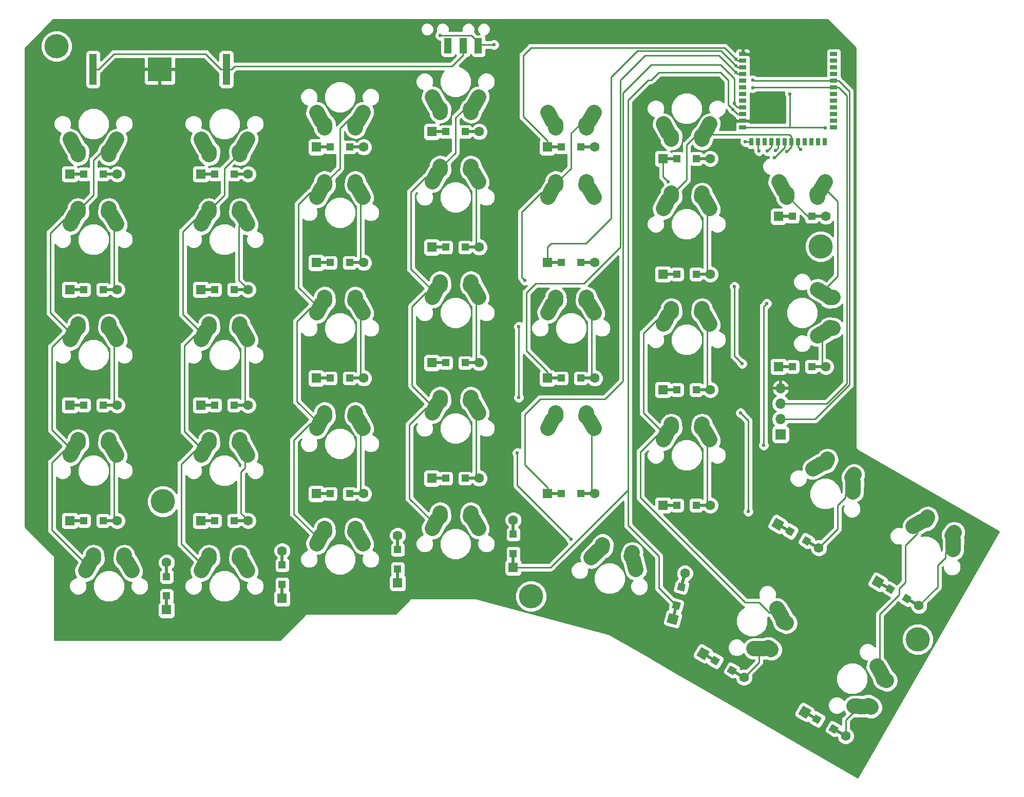
<source format=gtl>
G04 #@! TF.GenerationSoftware,KiCad,Pcbnew,5.0.0-fee4fd1~66~ubuntu18.04.1*
G04 #@! TF.CreationDate,2018-08-26T10:56:49+02:00*
G04 #@! TF.ProjectId,redox_rev1,7265646F785F726576312E6B69636164,1.0*
G04 #@! TF.SameCoordinates,Original*
G04 #@! TF.FileFunction,Copper,L1,Top,Signal*
G04 #@! TF.FilePolarity,Positive*
%FSLAX46Y46*%
G04 Gerber Fmt 4.6, Leading zero omitted, Abs format (unit mm)*
G04 Created by KiCad (PCBNEW 5.0.0-fee4fd1~66~ubuntu18.04.1) date Sun Aug 26 10:56:49 2018*
%MOMM*%
%LPD*%
G01*
G04 APERTURE LIST*
G04 #@! TA.AperFunction,SMDPad,CuDef*
%ADD10R,1.198880X0.698500*%
G04 #@! TD*
G04 #@! TA.AperFunction,SMDPad,CuDef*
%ADD11R,0.698500X1.198880*%
G04 #@! TD*
G04 #@! TA.AperFunction,ComponentPad*
%ADD12C,4.000000*%
G04 #@! TD*
G04 #@! TA.AperFunction,ComponentPad*
%ADD13O,1.700000X1.700000*%
G04 #@! TD*
G04 #@! TA.AperFunction,ComponentPad*
%ADD14R,1.700000X1.700000*%
G04 #@! TD*
G04 #@! TA.AperFunction,SMDPad,CuDef*
%ADD15R,1.200000X1.200000*%
G04 #@! TD*
G04 #@! TA.AperFunction,ComponentPad*
%ADD16C,1.600000*%
G04 #@! TD*
G04 #@! TA.AperFunction,ComponentPad*
%ADD17R,1.600000X1.600000*%
G04 #@! TD*
G04 #@! TA.AperFunction,Conductor*
%ADD18R,2.500000X0.500000*%
G04 #@! TD*
G04 #@! TA.AperFunction,SMDPad,CuDef*
%ADD19C,1.200000*%
G04 #@! TD*
G04 #@! TA.AperFunction,Conductor*
%ADD20C,0.100000*%
G04 #@! TD*
G04 #@! TA.AperFunction,Conductor*
%ADD21C,0.500000*%
G04 #@! TD*
G04 #@! TA.AperFunction,Conductor*
%ADD22R,0.500000X2.500000*%
G04 #@! TD*
G04 #@! TA.AperFunction,ComponentPad*
%ADD23C,2.500000*%
G04 #@! TD*
G04 #@! TA.AperFunction,Conductor*
%ADD24C,2.500000*%
G04 #@! TD*
G04 #@! TA.AperFunction,SMDPad,CuDef*
%ADD25R,1.270000X5.080000*%
G04 #@! TD*
G04 #@! TA.AperFunction,SMDPad,CuDef*
%ADD26R,3.960000X3.960000*%
G04 #@! TD*
G04 #@! TA.AperFunction,SMDPad,CuDef*
%ADD27R,1.250000X2.500000*%
G04 #@! TD*
G04 #@! TA.AperFunction,ViaPad*
%ADD28C,0.600000*%
G04 #@! TD*
G04 #@! TA.AperFunction,Conductor*
%ADD29C,0.250000*%
G04 #@! TD*
G04 #@! TA.AperFunction,Conductor*
%ADD30C,0.254000*%
G04 #@! TD*
G04 APERTURE END LIST*
D10*
G04 #@! TO.P,U_RIGHT1,12*
G04 #@! TO.N,VCC*
X198495920Y-67246500D03*
G04 #@! TO.P,U_RIGHT1,31*
G04 #@! TO.N,SWDIO*
X213492080Y-60647580D03*
G04 #@! TO.P,U_RIGHT1,32*
G04 #@! TO.N,SWCLK*
X213492080Y-59547760D03*
D11*
G04 #@! TO.P,U_RIGHT1,13*
G04 #@! TO.N,col0*
X199946260Y-69596000D03*
D10*
G04 #@! TO.P,U_RIGHT1,10*
G04 #@! TO.N,row4*
X198495920Y-65046860D03*
G04 #@! TO.P,U_RIGHT1,9*
G04 #@! TO.N,row3*
X198495920Y-63947040D03*
G04 #@! TO.P,U_RIGHT1,8*
G04 #@! TO.N,Net-(U_RIGHT1-Pad8)*
X198495920Y-62847220D03*
G04 #@! TO.P,U_RIGHT1,7*
G04 #@! TO.N,Net-(U_RIGHT1-Pad7)*
X198495920Y-61747400D03*
G04 #@! TO.P,U_RIGHT1,6*
G04 #@! TO.N,Net-(U_RIGHT1-Pad6)*
X198495920Y-60647580D03*
G04 #@! TO.P,U_RIGHT1,5*
G04 #@! TO.N,Net-(U_RIGHT1-Pad5)*
X198495920Y-59547760D03*
G04 #@! TO.P,U_RIGHT1,4*
G04 #@! TO.N,row2*
X198495920Y-58447940D03*
G04 #@! TO.P,U_RIGHT1,3*
G04 #@! TO.N,row1*
X198495920Y-57348120D03*
G04 #@! TO.P,U_RIGHT1,2*
G04 #@! TO.N,row0*
X198495920Y-56248300D03*
G04 #@! TO.P,U_RIGHT1,36*
G04 #@! TO.N,Net-(U_RIGHT1-Pad36)*
X213492080Y-55148480D03*
G04 #@! TO.P,U_RIGHT1,35*
G04 #@! TO.N,Net-(U_RIGHT1-Pad35)*
X213492080Y-56248300D03*
G04 #@! TO.P,U_RIGHT1,34*
G04 #@! TO.N,Net-(U_RIGHT1-Pad34)*
X213492080Y-57348120D03*
G04 #@! TO.P,U_RIGHT1,33*
G04 #@! TO.N,Net-(U_RIGHT1-Pad33)*
X213492080Y-58447940D03*
G04 #@! TO.P,U_RIGHT1,30*
G04 #@! TO.N,Net-(U_RIGHT1-Pad30)*
X213492080Y-61747400D03*
G04 #@! TO.P,U_RIGHT1,29*
G04 #@! TO.N,Net-(U_RIGHT1-Pad29)*
X213492080Y-62847220D03*
G04 #@! TO.P,U_RIGHT1,28*
G04 #@! TO.N,Net-(U_RIGHT1-Pad28)*
X213492080Y-63947040D03*
G04 #@! TO.P,U_RIGHT1,27*
G04 #@! TO.N,Net-(U_RIGHT1-Pad27)*
X213492080Y-65046860D03*
G04 #@! TO.P,U_RIGHT1,26*
G04 #@! TO.N,Net-(U_RIGHT1-Pad26)*
X213492080Y-66146680D03*
G04 #@! TO.P,U_RIGHT1,25*
G04 #@! TO.N,Net-(U_RIGHT1-Pad25)*
X213492080Y-67246500D03*
D11*
G04 #@! TO.P,U_RIGHT1,24*
G04 #@! TO.N,Net-(U_RIGHT1-Pad24)*
X212041740Y-69596000D03*
G04 #@! TO.P,U_RIGHT1,23*
G04 #@! TO.N,Net-(U_RIGHT1-Pad23)*
X210941920Y-69596000D03*
G04 #@! TO.P,U_RIGHT1,22*
G04 #@! TO.N,Net-(U_RIGHT1-Pad22)*
X209842100Y-69596000D03*
G04 #@! TO.P,U_RIGHT1,21*
G04 #@! TO.N,Net-(U_RIGHT1-Pad21)*
X208742280Y-69596000D03*
G04 #@! TO.P,U_RIGHT1,20*
G04 #@! TO.N,col6*
X207642460Y-69596000D03*
G04 #@! TO.P,U_RIGHT1,19*
G04 #@! TO.N,col5*
X206542640Y-69596000D03*
G04 #@! TO.P,U_RIGHT1,18*
G04 #@! TO.N,col4*
X205445360Y-69596000D03*
G04 #@! TO.P,U_RIGHT1,17*
G04 #@! TO.N,col3*
X204345540Y-69596000D03*
G04 #@! TO.P,U_RIGHT1,16*
G04 #@! TO.N,col2*
X203245720Y-69596000D03*
G04 #@! TO.P,U_RIGHT1,15*
G04 #@! TO.N,Net-(U_RIGHT1-Pad15)*
X202145900Y-69596000D03*
G04 #@! TO.P,U_RIGHT1,14*
G04 #@! TO.N,col1*
X201046080Y-69596000D03*
D10*
G04 #@! TO.P,U_RIGHT1,1*
G04 #@! TO.N,GND*
X198495920Y-55148480D03*
G04 #@! TO.P,U_RIGHT1,11*
X198495920Y-66146680D03*
G04 #@! TD*
D12*
G04 #@! TO.P,HOLE_M3,1*
G04 #@! TO.N,N/C*
X163576000Y-144526000D03*
G04 #@! TD*
G04 #@! TO.P,HOLE_M3,1*
G04 #@! TO.N,N/C*
X227330000Y-151638000D03*
G04 #@! TD*
G04 #@! TO.P,HOLE_M3,1*
G04 #@! TO.N,N/C*
X85344000Y-53848000D03*
G04 #@! TD*
G04 #@! TO.P,HOLE_M3,1*
G04 #@! TO.N,N/C*
X211328000Y-86868000D03*
G04 #@! TD*
D13*
G04 #@! TO.P,J_PROG_PORT1,4*
G04 #@! TO.N,GND*
X204724000Y-110236000D03*
G04 #@! TO.P,J_PROG_PORT1,3*
G04 #@! TO.N,SWDIO*
X204724000Y-112776000D03*
G04 #@! TO.P,J_PROG_PORT1,2*
G04 #@! TO.N,SWCLK*
X204724000Y-115316000D03*
D14*
G04 #@! TO.P,J_PROG_PORT1,1*
G04 #@! TO.N,VCC*
X204724000Y-117856000D03*
G04 #@! TD*
D15*
G04 #@! TO.P,D0,1*
G04 #@! TO.N,row0*
X89865000Y-74930000D03*
G04 #@! TO.P,D0,2*
G04 #@! TO.N,Net-(D0-Pad2)*
X93015000Y-74930000D03*
D16*
X95340000Y-74930000D03*
D17*
G04 #@! TO.P,D0,1*
G04 #@! TO.N,row0*
X87540000Y-74930000D03*
D18*
G04 #@! TD*
G04 #@! TO.N,Net-(D0-Pad2)*
G04 #@! TO.C,D0*
X94140000Y-74930000D03*
G04 #@! TO.N,row0*
G04 #@! TO.C,D0*
X88740000Y-74930000D03*
G04 #@! TD*
D15*
G04 #@! TO.P,D1,1*
G04 #@! TO.N,row0*
X111455000Y-74930000D03*
G04 #@! TO.P,D1,2*
G04 #@! TO.N,Net-(D1-Pad2)*
X114605000Y-74930000D03*
D16*
X116930000Y-74930000D03*
D17*
G04 #@! TO.P,D1,1*
G04 #@! TO.N,row0*
X109130000Y-74930000D03*
D18*
G04 #@! TD*
G04 #@! TO.N,Net-(D1-Pad2)*
G04 #@! TO.C,D1*
X115730000Y-74930000D03*
G04 #@! TO.N,row0*
G04 #@! TO.C,D1*
X110330000Y-74930000D03*
G04 #@! TD*
D15*
G04 #@! TO.P,D2,1*
G04 #@! TO.N,row0*
X130505000Y-70485000D03*
G04 #@! TO.P,D2,2*
G04 #@! TO.N,Net-(D2-Pad2)*
X133655000Y-70485000D03*
D16*
X135980000Y-70485000D03*
D17*
G04 #@! TO.P,D2,1*
G04 #@! TO.N,row0*
X128180000Y-70485000D03*
D18*
G04 #@! TD*
G04 #@! TO.N,Net-(D2-Pad2)*
G04 #@! TO.C,D2*
X134780000Y-70485000D03*
G04 #@! TO.N,row0*
G04 #@! TO.C,D2*
X129380000Y-70485000D03*
G04 #@! TD*
D15*
G04 #@! TO.P,D3,1*
G04 #@! TO.N,row0*
X149555000Y-67945000D03*
G04 #@! TO.P,D3,2*
G04 #@! TO.N,Net-(D3-Pad2)*
X152705000Y-67945000D03*
D16*
X155030000Y-67945000D03*
D17*
G04 #@! TO.P,D3,1*
G04 #@! TO.N,row0*
X147230000Y-67945000D03*
D18*
G04 #@! TD*
G04 #@! TO.N,Net-(D3-Pad2)*
G04 #@! TO.C,D3*
X153830000Y-67945000D03*
G04 #@! TO.N,row0*
G04 #@! TO.C,D3*
X148430000Y-67945000D03*
G04 #@! TD*
D15*
G04 #@! TO.P,D4,1*
G04 #@! TO.N,row0*
X168605000Y-70485000D03*
G04 #@! TO.P,D4,2*
G04 #@! TO.N,Net-(D4-Pad2)*
X171755000Y-70485000D03*
D16*
X174080000Y-70485000D03*
D17*
G04 #@! TO.P,D4,1*
G04 #@! TO.N,row0*
X166280000Y-70485000D03*
D18*
G04 #@! TD*
G04 #@! TO.N,Net-(D4-Pad2)*
G04 #@! TO.C,D4*
X172880000Y-70485000D03*
G04 #@! TO.N,row0*
G04 #@! TO.C,D4*
X167480000Y-70485000D03*
G04 #@! TD*
D15*
G04 #@! TO.P,D5,1*
G04 #@! TO.N,row0*
X187655000Y-72390000D03*
G04 #@! TO.P,D5,2*
G04 #@! TO.N,Net-(D5-Pad2)*
X190805000Y-72390000D03*
D16*
X193130000Y-72390000D03*
D17*
G04 #@! TO.P,D5,1*
G04 #@! TO.N,row0*
X185330000Y-72390000D03*
D18*
G04 #@! TD*
G04 #@! TO.N,Net-(D5-Pad2)*
G04 #@! TO.C,D5*
X191930000Y-72390000D03*
G04 #@! TO.N,row0*
G04 #@! TO.C,D5*
X186530000Y-72390000D03*
G04 #@! TD*
D15*
G04 #@! TO.P,D6,1*
G04 #@! TO.N,row0*
X206705000Y-81915000D03*
G04 #@! TO.P,D6,2*
G04 #@! TO.N,Net-(D6-Pad2)*
X209855000Y-81915000D03*
D16*
X212180000Y-81915000D03*
D17*
G04 #@! TO.P,D6,1*
G04 #@! TO.N,row0*
X204380000Y-81915000D03*
D18*
G04 #@! TD*
G04 #@! TO.N,Net-(D6-Pad2)*
G04 #@! TO.C,D6*
X210980000Y-81915000D03*
G04 #@! TO.N,row0*
G04 #@! TO.C,D6*
X205580000Y-81915000D03*
G04 #@! TD*
D15*
G04 #@! TO.P,D10,1*
G04 #@! TO.N,row1*
X89865000Y-93980000D03*
G04 #@! TO.P,D10,2*
G04 #@! TO.N,Net-(D10-Pad2)*
X93015000Y-93980000D03*
D16*
X95340000Y-93980000D03*
D17*
G04 #@! TO.P,D10,1*
G04 #@! TO.N,row1*
X87540000Y-93980000D03*
D18*
G04 #@! TD*
G04 #@! TO.N,Net-(D10-Pad2)*
G04 #@! TO.C,D10*
X94140000Y-93980000D03*
G04 #@! TO.N,row1*
G04 #@! TO.C,D10*
X88740000Y-93980000D03*
G04 #@! TD*
D15*
G04 #@! TO.P,D11,1*
G04 #@! TO.N,row1*
X111455000Y-93980000D03*
G04 #@! TO.P,D11,2*
G04 #@! TO.N,Net-(D11-Pad2)*
X114605000Y-93980000D03*
D16*
X116930000Y-93980000D03*
D17*
G04 #@! TO.P,D11,1*
G04 #@! TO.N,row1*
X109130000Y-93980000D03*
D18*
G04 #@! TD*
G04 #@! TO.N,Net-(D11-Pad2)*
G04 #@! TO.C,D11*
X115730000Y-93980000D03*
G04 #@! TO.N,row1*
G04 #@! TO.C,D11*
X110330000Y-93980000D03*
G04 #@! TD*
D15*
G04 #@! TO.P,D12,1*
G04 #@! TO.N,row1*
X130505000Y-89535000D03*
G04 #@! TO.P,D12,2*
G04 #@! TO.N,Net-(D12-Pad2)*
X133655000Y-89535000D03*
D16*
X135980000Y-89535000D03*
D17*
G04 #@! TO.P,D12,1*
G04 #@! TO.N,row1*
X128180000Y-89535000D03*
D18*
G04 #@! TD*
G04 #@! TO.N,Net-(D12-Pad2)*
G04 #@! TO.C,D12*
X134780000Y-89535000D03*
G04 #@! TO.N,row1*
G04 #@! TO.C,D12*
X129380000Y-89535000D03*
G04 #@! TD*
D15*
G04 #@! TO.P,D13,1*
G04 #@! TO.N,row1*
X149555000Y-86995000D03*
G04 #@! TO.P,D13,2*
G04 #@! TO.N,Net-(D13-Pad2)*
X152705000Y-86995000D03*
D16*
X155030000Y-86995000D03*
D17*
G04 #@! TO.P,D13,1*
G04 #@! TO.N,row1*
X147230000Y-86995000D03*
D18*
G04 #@! TD*
G04 #@! TO.N,Net-(D13-Pad2)*
G04 #@! TO.C,D13*
X153830000Y-86995000D03*
G04 #@! TO.N,row1*
G04 #@! TO.C,D13*
X148430000Y-86995000D03*
G04 #@! TD*
D15*
G04 #@! TO.P,D14,1*
G04 #@! TO.N,row1*
X168605000Y-89535000D03*
G04 #@! TO.P,D14,2*
G04 #@! TO.N,Net-(D14-Pad2)*
X171755000Y-89535000D03*
D16*
X174080000Y-89535000D03*
D17*
G04 #@! TO.P,D14,1*
G04 #@! TO.N,row1*
X166280000Y-89535000D03*
D18*
G04 #@! TD*
G04 #@! TO.N,Net-(D14-Pad2)*
G04 #@! TO.C,D14*
X172880000Y-89535000D03*
G04 #@! TO.N,row1*
G04 #@! TO.C,D14*
X167480000Y-89535000D03*
G04 #@! TD*
D15*
G04 #@! TO.P,D15,1*
G04 #@! TO.N,row1*
X187655000Y-91440000D03*
G04 #@! TO.P,D15,2*
G04 #@! TO.N,Net-(D15-Pad2)*
X190805000Y-91440000D03*
D16*
X193130000Y-91440000D03*
D17*
G04 #@! TO.P,D15,1*
G04 #@! TO.N,row1*
X185330000Y-91440000D03*
D18*
G04 #@! TD*
G04 #@! TO.N,Net-(D15-Pad2)*
G04 #@! TO.C,D15*
X191930000Y-91440000D03*
G04 #@! TO.N,row1*
G04 #@! TO.C,D15*
X186530000Y-91440000D03*
G04 #@! TD*
D15*
G04 #@! TO.P,D16,1*
G04 #@! TO.N,row1*
X206705000Y-106680000D03*
G04 #@! TO.P,D16,2*
G04 #@! TO.N,Net-(D16-Pad2)*
X209855000Y-106680000D03*
D16*
X212180000Y-106680000D03*
D17*
G04 #@! TO.P,D16,1*
G04 #@! TO.N,row1*
X204380000Y-106680000D03*
D18*
G04 #@! TD*
G04 #@! TO.N,Net-(D16-Pad2)*
G04 #@! TO.C,D16*
X210980000Y-106680000D03*
G04 #@! TO.N,row1*
G04 #@! TO.C,D16*
X205580000Y-106680000D03*
G04 #@! TD*
D15*
G04 #@! TO.P,D20,1*
G04 #@! TO.N,row2*
X89865000Y-113030000D03*
G04 #@! TO.P,D20,2*
G04 #@! TO.N,Net-(D20-Pad2)*
X93015000Y-113030000D03*
D16*
X95340000Y-113030000D03*
D17*
G04 #@! TO.P,D20,1*
G04 #@! TO.N,row2*
X87540000Y-113030000D03*
D18*
G04 #@! TD*
G04 #@! TO.N,Net-(D20-Pad2)*
G04 #@! TO.C,D20*
X94140000Y-113030000D03*
G04 #@! TO.N,row2*
G04 #@! TO.C,D20*
X88740000Y-113030000D03*
G04 #@! TD*
D15*
G04 #@! TO.P,D21,1*
G04 #@! TO.N,row2*
X111455000Y-113030000D03*
G04 #@! TO.P,D21,2*
G04 #@! TO.N,Net-(D21-Pad2)*
X114605000Y-113030000D03*
D16*
X116930000Y-113030000D03*
D17*
G04 #@! TO.P,D21,1*
G04 #@! TO.N,row2*
X109130000Y-113030000D03*
D18*
G04 #@! TD*
G04 #@! TO.N,Net-(D21-Pad2)*
G04 #@! TO.C,D21*
X115730000Y-113030000D03*
G04 #@! TO.N,row2*
G04 #@! TO.C,D21*
X110330000Y-113030000D03*
G04 #@! TD*
D15*
G04 #@! TO.P,D22,1*
G04 #@! TO.N,row2*
X130505000Y-108585000D03*
G04 #@! TO.P,D22,2*
G04 #@! TO.N,Net-(D22-Pad2)*
X133655000Y-108585000D03*
D16*
X135980000Y-108585000D03*
D17*
G04 #@! TO.P,D22,1*
G04 #@! TO.N,row2*
X128180000Y-108585000D03*
D18*
G04 #@! TD*
G04 #@! TO.N,Net-(D22-Pad2)*
G04 #@! TO.C,D22*
X134780000Y-108585000D03*
G04 #@! TO.N,row2*
G04 #@! TO.C,D22*
X129380000Y-108585000D03*
G04 #@! TD*
D15*
G04 #@! TO.P,D23,1*
G04 #@! TO.N,row2*
X149555000Y-106045000D03*
G04 #@! TO.P,D23,2*
G04 #@! TO.N,Net-(D23-Pad2)*
X152705000Y-106045000D03*
D16*
X155030000Y-106045000D03*
D17*
G04 #@! TO.P,D23,1*
G04 #@! TO.N,row2*
X147230000Y-106045000D03*
D18*
G04 #@! TD*
G04 #@! TO.N,Net-(D23-Pad2)*
G04 #@! TO.C,D23*
X153830000Y-106045000D03*
G04 #@! TO.N,row2*
G04 #@! TO.C,D23*
X148430000Y-106045000D03*
G04 #@! TD*
D15*
G04 #@! TO.P,D24,1*
G04 #@! TO.N,row2*
X168605000Y-108585000D03*
G04 #@! TO.P,D24,2*
G04 #@! TO.N,Net-(D24-Pad2)*
X171755000Y-108585000D03*
D16*
X174080000Y-108585000D03*
D17*
G04 #@! TO.P,D24,1*
G04 #@! TO.N,row2*
X166280000Y-108585000D03*
D18*
G04 #@! TD*
G04 #@! TO.N,Net-(D24-Pad2)*
G04 #@! TO.C,D24*
X172880000Y-108585000D03*
G04 #@! TO.N,row2*
G04 #@! TO.C,D24*
X167480000Y-108585000D03*
G04 #@! TD*
D15*
G04 #@! TO.P,D25,1*
G04 #@! TO.N,row2*
X187655000Y-110490000D03*
G04 #@! TO.P,D25,2*
G04 #@! TO.N,Net-(D25-Pad2)*
X190805000Y-110490000D03*
D16*
X193130000Y-110490000D03*
D17*
G04 #@! TO.P,D25,1*
G04 #@! TO.N,row2*
X185330000Y-110490000D03*
D18*
G04 #@! TD*
G04 #@! TO.N,Net-(D25-Pad2)*
G04 #@! TO.C,D25*
X191930000Y-110490000D03*
G04 #@! TO.N,row2*
G04 #@! TO.C,D25*
X186530000Y-110490000D03*
G04 #@! TD*
D19*
G04 #@! TO.P,D26,1*
G04 #@! TO.N,row2*
X206281010Y-133832500D03*
D20*
G04 #@! TD*
G04 #@! TO.N,row2*
G04 #@! TO.C,D26*
G36*
X207100625Y-133612885D02*
X206500625Y-134652115D01*
X205461395Y-134052115D01*
X206061395Y-133012885D01*
X207100625Y-133612885D01*
X207100625Y-133612885D01*
G37*
D19*
G04 #@! TO.P,D26,2*
G04 #@! TO.N,Net-(D26-Pad2)*
X209008990Y-135407500D03*
D20*
G04 #@! TD*
G04 #@! TO.N,Net-(D26-Pad2)*
G04 #@! TO.C,D26*
G36*
X209828605Y-135187885D02*
X209228605Y-136227115D01*
X208189375Y-135627115D01*
X208789375Y-134587885D01*
X209828605Y-135187885D01*
X209828605Y-135187885D01*
G37*
D16*
G04 #@! TO.P,D26,2*
G04 #@! TO.N,Net-(D26-Pad2)*
X211022499Y-136570000D03*
G04 #@! TO.P,D26,1*
G04 #@! TO.N,row2*
X204267501Y-132670000D03*
D20*
G04 #@! TD*
G04 #@! TO.N,row2*
G04 #@! TO.C,D26*
G36*
X205360321Y-132377180D02*
X204560321Y-133762820D01*
X203174681Y-132962820D01*
X203974681Y-131577180D01*
X205360321Y-132377180D01*
X205360321Y-132377180D01*
G37*
D21*
G04 #@! TO.N,Net-(D26-Pad2)*
G04 #@! TO.C,D26*
X209983269Y-135970000D03*
D20*
G36*
X211190801Y-136378494D02*
X210940801Y-136811506D01*
X208775737Y-135561506D01*
X209025737Y-135128494D01*
X211190801Y-136378494D01*
X211190801Y-136378494D01*
G37*
D21*
G04 #@! TO.N,row2*
X205306731Y-133270000D03*
D20*
G36*
X206514263Y-133678494D02*
X206264263Y-134111506D01*
X204099199Y-132861506D01*
X204349199Y-132428494D01*
X206514263Y-133678494D01*
X206514263Y-133678494D01*
G37*
G04 #@! TD*
D15*
G04 #@! TO.P,D30,1*
G04 #@! TO.N,row3*
X89865000Y-132080000D03*
G04 #@! TO.P,D30,2*
G04 #@! TO.N,Net-(D30-Pad2)*
X93015000Y-132080000D03*
D16*
X95340000Y-132080000D03*
D17*
G04 #@! TO.P,D30,1*
G04 #@! TO.N,row3*
X87540000Y-132080000D03*
D18*
G04 #@! TD*
G04 #@! TO.N,Net-(D30-Pad2)*
G04 #@! TO.C,D30*
X94140000Y-132080000D03*
G04 #@! TO.N,row3*
G04 #@! TO.C,D30*
X88740000Y-132080000D03*
G04 #@! TD*
D15*
G04 #@! TO.P,D31,1*
G04 #@! TO.N,row3*
X111455000Y-132080000D03*
G04 #@! TO.P,D31,2*
G04 #@! TO.N,Net-(D31-Pad2)*
X114605000Y-132080000D03*
D16*
X116930000Y-132080000D03*
D17*
G04 #@! TO.P,D31,1*
G04 #@! TO.N,row3*
X109130000Y-132080000D03*
D18*
G04 #@! TD*
G04 #@! TO.N,Net-(D31-Pad2)*
G04 #@! TO.C,D31*
X115730000Y-132080000D03*
G04 #@! TO.N,row3*
G04 #@! TO.C,D31*
X110330000Y-132080000D03*
G04 #@! TD*
D15*
G04 #@! TO.P,D32,1*
G04 #@! TO.N,row3*
X130505000Y-127635000D03*
G04 #@! TO.P,D32,2*
G04 #@! TO.N,Net-(D32-Pad2)*
X133655000Y-127635000D03*
D16*
X135980000Y-127635000D03*
D17*
G04 #@! TO.P,D32,1*
G04 #@! TO.N,row3*
X128180000Y-127635000D03*
D18*
G04 #@! TD*
G04 #@! TO.N,Net-(D32-Pad2)*
G04 #@! TO.C,D32*
X134780000Y-127635000D03*
G04 #@! TO.N,row3*
G04 #@! TO.C,D32*
X129380000Y-127635000D03*
G04 #@! TD*
D15*
G04 #@! TO.P,D33,1*
G04 #@! TO.N,row3*
X149555000Y-125095000D03*
G04 #@! TO.P,D33,2*
G04 #@! TO.N,Net-(D33-Pad2)*
X152705000Y-125095000D03*
D16*
X155030000Y-125095000D03*
D17*
G04 #@! TO.P,D33,1*
G04 #@! TO.N,row3*
X147230000Y-125095000D03*
D18*
G04 #@! TD*
G04 #@! TO.N,Net-(D33-Pad2)*
G04 #@! TO.C,D33*
X153830000Y-125095000D03*
G04 #@! TO.N,row3*
G04 #@! TO.C,D33*
X148430000Y-125095000D03*
G04 #@! TD*
D15*
G04 #@! TO.P,D34,1*
G04 #@! TO.N,row3*
X168605000Y-127635000D03*
G04 #@! TO.P,D34,2*
G04 #@! TO.N,Net-(D34-Pad2)*
X171755000Y-127635000D03*
D16*
X174080000Y-127635000D03*
D17*
G04 #@! TO.P,D34,1*
G04 #@! TO.N,row3*
X166280000Y-127635000D03*
D18*
G04 #@! TD*
G04 #@! TO.N,Net-(D34-Pad2)*
G04 #@! TO.C,D34*
X172880000Y-127635000D03*
G04 #@! TO.N,row3*
G04 #@! TO.C,D34*
X167480000Y-127635000D03*
G04 #@! TD*
D15*
G04 #@! TO.P,D35,1*
G04 #@! TO.N,row3*
X187655000Y-129540000D03*
G04 #@! TO.P,D35,2*
G04 #@! TO.N,Net-(D35-Pad2)*
X190805000Y-129540000D03*
D16*
X193130000Y-129540000D03*
D17*
G04 #@! TO.P,D35,1*
G04 #@! TO.N,row3*
X185330000Y-129540000D03*
D18*
G04 #@! TD*
G04 #@! TO.N,Net-(D35-Pad2)*
G04 #@! TO.C,D35*
X191930000Y-129540000D03*
G04 #@! TO.N,row3*
G04 #@! TO.C,D35*
X186530000Y-129540000D03*
G04 #@! TD*
D19*
G04 #@! TO.P,D36,1*
G04 #@! TO.N,row3*
X222791010Y-143357500D03*
D20*
G04 #@! TD*
G04 #@! TO.N,row3*
G04 #@! TO.C,D36*
G36*
X223610625Y-143137885D02*
X223010625Y-144177115D01*
X221971395Y-143577115D01*
X222571395Y-142537885D01*
X223610625Y-143137885D01*
X223610625Y-143137885D01*
G37*
D19*
G04 #@! TO.P,D36,2*
G04 #@! TO.N,Net-(D36-Pad2)*
X225518990Y-144932500D03*
D20*
G04 #@! TD*
G04 #@! TO.N,Net-(D36-Pad2)*
G04 #@! TO.C,D36*
G36*
X226338605Y-144712885D02*
X225738605Y-145752115D01*
X224699375Y-145152115D01*
X225299375Y-144112885D01*
X226338605Y-144712885D01*
X226338605Y-144712885D01*
G37*
D16*
G04 #@! TO.P,D36,2*
G04 #@! TO.N,Net-(D36-Pad2)*
X227532499Y-146095000D03*
G04 #@! TO.P,D36,1*
G04 #@! TO.N,row3*
X220777501Y-142195000D03*
D20*
G04 #@! TD*
G04 #@! TO.N,row3*
G04 #@! TO.C,D36*
G36*
X221870321Y-141902180D02*
X221070321Y-143287820D01*
X219684681Y-142487820D01*
X220484681Y-141102180D01*
X221870321Y-141902180D01*
X221870321Y-141902180D01*
G37*
D21*
G04 #@! TO.N,Net-(D36-Pad2)*
G04 #@! TO.C,D36*
X226493269Y-145495000D03*
D20*
G36*
X227700801Y-145903494D02*
X227450801Y-146336506D01*
X225285737Y-145086506D01*
X225535737Y-144653494D01*
X227700801Y-145903494D01*
X227700801Y-145903494D01*
G37*
D21*
G04 #@! TO.N,row3*
X221816731Y-142795000D03*
D20*
G36*
X223024263Y-143203494D02*
X222774263Y-143636506D01*
X220609199Y-142386506D01*
X220859199Y-141953494D01*
X223024263Y-143203494D01*
X223024263Y-143203494D01*
G37*
G04 #@! TD*
D15*
G04 #@! TO.P,D40,1*
G04 #@! TO.N,row4*
X103505000Y-144450000D03*
G04 #@! TO.P,D40,2*
G04 #@! TO.N,Net-(D40-Pad2)*
X103505000Y-141300000D03*
D16*
X103505000Y-138975000D03*
D17*
G04 #@! TO.P,D40,1*
G04 #@! TO.N,row4*
X103505000Y-146775000D03*
D22*
G04 #@! TD*
G04 #@! TO.N,Net-(D40-Pad2)*
G04 #@! TO.C,D40*
X103505000Y-140175000D03*
G04 #@! TO.N,row4*
G04 #@! TO.C,D40*
X103505000Y-145575000D03*
G04 #@! TD*
D15*
G04 #@! TO.P,D41,1*
G04 #@! TO.N,row4*
X122555000Y-142545000D03*
G04 #@! TO.P,D41,2*
G04 #@! TO.N,Net-(D41-Pad2)*
X122555000Y-139395000D03*
D16*
X122555000Y-137070000D03*
D17*
G04 #@! TO.P,D41,1*
G04 #@! TO.N,row4*
X122555000Y-144870000D03*
D22*
G04 #@! TD*
G04 #@! TO.N,Net-(D41-Pad2)*
G04 #@! TO.C,D41*
X122555000Y-138270000D03*
G04 #@! TO.N,row4*
G04 #@! TO.C,D41*
X122555000Y-143670000D03*
G04 #@! TD*
D15*
G04 #@! TO.P,D42,1*
G04 #@! TO.N,row4*
X141605000Y-140005000D03*
G04 #@! TO.P,D42,2*
G04 #@! TO.N,Net-(D42-Pad2)*
X141605000Y-136855000D03*
D16*
X141605000Y-134530000D03*
D17*
G04 #@! TO.P,D42,1*
G04 #@! TO.N,row4*
X141605000Y-142330000D03*
D22*
G04 #@! TD*
G04 #@! TO.N,Net-(D42-Pad2)*
G04 #@! TO.C,D42*
X141605000Y-135730000D03*
G04 #@! TO.N,row4*
G04 #@! TO.C,D42*
X141605000Y-141130000D03*
G04 #@! TD*
D15*
G04 #@! TO.P,D43,1*
G04 #@! TO.N,row4*
X160655000Y-137465000D03*
G04 #@! TO.P,D43,2*
G04 #@! TO.N,Net-(D43-Pad2)*
X160655000Y-134315000D03*
D16*
X160655000Y-131990000D03*
D17*
G04 #@! TO.P,D43,1*
G04 #@! TO.N,row4*
X160655000Y-139790000D03*
D22*
G04 #@! TD*
G04 #@! TO.N,Net-(D43-Pad2)*
G04 #@! TO.C,D43*
X160655000Y-133190000D03*
G04 #@! TO.N,row4*
G04 #@! TO.C,D43*
X160655000Y-138590000D03*
G04 #@! TD*
D19*
G04 #@! TO.P,D44,1*
G04 #@! TO.N,row4*
X187552360Y-146047333D03*
D20*
G04 #@! TD*
G04 #@! TO.N,row4*
G04 #@! TO.C,D44*
G36*
X187128096Y-145312486D02*
X188287207Y-145623069D01*
X187976624Y-146782180D01*
X186817513Y-146471597D01*
X187128096Y-145312486D01*
X187128096Y-145312486D01*
G37*
D19*
G04 #@! TO.P,D44,2*
G04 #@! TO.N,Net-(D44-Pad2)*
X188367640Y-143004667D03*
D20*
G04 #@! TD*
G04 #@! TO.N,Net-(D44-Pad2)*
G04 #@! TO.C,D44*
G36*
X187943376Y-142269820D02*
X189102487Y-142580403D01*
X188791904Y-143739514D01*
X187632793Y-143428931D01*
X187943376Y-142269820D01*
X187943376Y-142269820D01*
G37*
D16*
G04 #@! TO.P,D44,2*
G04 #@! TO.N,Net-(D44-Pad2)*
X188969394Y-140758889D03*
G04 #@! TO.P,D44,1*
G04 #@! TO.N,row4*
X186950606Y-148293111D03*
D20*
G04 #@! TD*
G04 #@! TO.N,row4*
G04 #@! TO.C,D44*
G36*
X186384921Y-147313315D02*
X187930402Y-147727426D01*
X187516291Y-149272907D01*
X185970810Y-148858796D01*
X186384921Y-147313315D01*
X186384921Y-147313315D01*
G37*
D21*
G04 #@! TO.N,Net-(D44-Pad2)*
G04 #@! TO.C,D44*
X188658811Y-141918000D03*
D20*
G36*
X188740853Y-140645888D02*
X189223816Y-140775297D01*
X188576769Y-143190112D01*
X188093806Y-143060703D01*
X188740853Y-140645888D01*
X188740853Y-140645888D01*
G37*
D21*
G04 #@! TO.N,row4*
X187261189Y-147134000D03*
D20*
G36*
X187343231Y-145861888D02*
X187826194Y-145991297D01*
X187179147Y-148406112D01*
X186696184Y-148276703D01*
X187343231Y-145861888D01*
X187343231Y-145861888D01*
G37*
G04 #@! TD*
D19*
G04 #@! TO.P,D45,1*
G04 #@! TO.N,row4*
X193962010Y-155168500D03*
D20*
G04 #@! TD*
G04 #@! TO.N,row4*
G04 #@! TO.C,D45*
G36*
X194781625Y-154948885D02*
X194181625Y-155988115D01*
X193142395Y-155388115D01*
X193742395Y-154348885D01*
X194781625Y-154948885D01*
X194781625Y-154948885D01*
G37*
D19*
G04 #@! TO.P,D45,2*
G04 #@! TO.N,Net-(D45-Pad2)*
X196689990Y-156743500D03*
D20*
G04 #@! TD*
G04 #@! TO.N,Net-(D45-Pad2)*
G04 #@! TO.C,D45*
G36*
X197509605Y-156523885D02*
X196909605Y-157563115D01*
X195870375Y-156963115D01*
X196470375Y-155923885D01*
X197509605Y-156523885D01*
X197509605Y-156523885D01*
G37*
D16*
G04 #@! TO.P,D45,2*
G04 #@! TO.N,Net-(D45-Pad2)*
X198703499Y-157906000D03*
G04 #@! TO.P,D45,1*
G04 #@! TO.N,row4*
X191948501Y-154006000D03*
D20*
G04 #@! TD*
G04 #@! TO.N,row4*
G04 #@! TO.C,D45*
G36*
X193041321Y-153713180D02*
X192241321Y-155098820D01*
X190855681Y-154298820D01*
X191655681Y-152913180D01*
X193041321Y-153713180D01*
X193041321Y-153713180D01*
G37*
D21*
G04 #@! TO.N,Net-(D45-Pad2)*
G04 #@! TO.C,D45*
X197664269Y-157306000D03*
D20*
G36*
X198871801Y-157714494D02*
X198621801Y-158147506D01*
X196456737Y-156897506D01*
X196706737Y-156464494D01*
X198871801Y-157714494D01*
X198871801Y-157714494D01*
G37*
D21*
G04 #@! TO.N,row4*
X192987731Y-154606000D03*
D20*
G36*
X194195263Y-155014494D02*
X193945263Y-155447506D01*
X191780199Y-154197506D01*
X192030199Y-153764494D01*
X194195263Y-155014494D01*
X194195263Y-155014494D01*
G37*
G04 #@! TD*
D19*
G04 #@! TO.P,D46,1*
G04 #@! TO.N,row4*
X210726010Y-164820500D03*
D20*
G04 #@! TD*
G04 #@! TO.N,row4*
G04 #@! TO.C,D46*
G36*
X211545625Y-164600885D02*
X210945625Y-165640115D01*
X209906395Y-165040115D01*
X210506395Y-164000885D01*
X211545625Y-164600885D01*
X211545625Y-164600885D01*
G37*
D19*
G04 #@! TO.P,D46,2*
G04 #@! TO.N,Net-(D46-Pad2)*
X213453990Y-166395500D03*
D20*
G04 #@! TD*
G04 #@! TO.N,Net-(D46-Pad2)*
G04 #@! TO.C,D46*
G36*
X214273605Y-166175885D02*
X213673605Y-167215115D01*
X212634375Y-166615115D01*
X213234375Y-165575885D01*
X214273605Y-166175885D01*
X214273605Y-166175885D01*
G37*
D16*
G04 #@! TO.P,D46,2*
G04 #@! TO.N,Net-(D46-Pad2)*
X215467499Y-167558000D03*
G04 #@! TO.P,D46,1*
G04 #@! TO.N,row4*
X208712501Y-163658000D03*
D20*
G04 #@! TD*
G04 #@! TO.N,row4*
G04 #@! TO.C,D46*
G36*
X209805321Y-163365180D02*
X209005321Y-164750820D01*
X207619681Y-163950820D01*
X208419681Y-162565180D01*
X209805321Y-163365180D01*
X209805321Y-163365180D01*
G37*
D21*
G04 #@! TO.N,Net-(D46-Pad2)*
G04 #@! TO.C,D46*
X214428269Y-166958000D03*
D20*
G36*
X215635801Y-167366494D02*
X215385801Y-167799506D01*
X213220737Y-166549506D01*
X213470737Y-166116494D01*
X215635801Y-167366494D01*
X215635801Y-167366494D01*
G37*
D21*
G04 #@! TO.N,row4*
X209751731Y-164258000D03*
D20*
G36*
X210959263Y-164666494D02*
X210709263Y-165099506D01*
X208544199Y-163849506D01*
X208794199Y-163416494D01*
X210959263Y-164666494D01*
X210959263Y-164666494D01*
G37*
G04 #@! TD*
D12*
G04 #@! TO.P,HOLE_M3,1*
G04 #@! TO.N,N/C*
X102870000Y-128905000D03*
G04 #@! TD*
D23*
G04 #@! TO.P,K44,1*
G04 #@! TO.N,col4*
X175335610Y-136325991D03*
D24*
G04 #@! TD*
G04 #@! TO.N,col4*
G04 #@! TO.C,K44*
X175391441Y-136041416D02*
X175279779Y-136610566D01*
D23*
G04 #@! TO.P,K44,2*
G04 #@! TO.N,Net-(D44-Pad2)*
X180665316Y-139327701D03*
D24*
G04 #@! TD*
G04 #@! TO.N,Net-(D44-Pad2)*
G04 #@! TO.C,K44*
X180462604Y-138517681D02*
X180868028Y-140137721D01*
D23*
G04 #@! TO.P,K44,1*
G04 #@! TO.N,col4*
X174087361Y-137565144D03*
D24*
G04 #@! TD*
G04 #@! TO.N,col4*
G04 #@! TO.C,K44*
X174667925Y-136965002D02*
X173506797Y-138165286D01*
D23*
G04 #@! TO.P,K44,2*
G04 #@! TO.N,Net-(D44-Pad2)*
X180203876Y-137630439D03*
D24*
G04 #@! TD*
G04 #@! TO.N,Net-(D44-Pad2)*
G04 #@! TO.C,K44*
X180297812Y-137356074D02*
X180109940Y-137904804D01*
D23*
G04 #@! TO.P,K30,1*
G04 #@! TO.N,col0*
X88920000Y-119035000D03*
D24*
G04 #@! TD*
G04 #@! TO.N,col0*
G04 #@! TO.C,K30*
X88900276Y-118745672D02*
X88939724Y-119324328D01*
D23*
G04 #@! TO.P,K30,2*
G04 #@! TO.N,Net-(D30-Pad2)*
X94845000Y-120555000D03*
D24*
G04 #@! TD*
G04 #@! TO.N,Net-(D30-Pad2)*
G04 #@! TO.C,K30*
X94439547Y-119825046D02*
X95250453Y-121284954D01*
D23*
G04 #@! TO.P,K30,1*
G04 #@! TO.N,col0*
X88035000Y-120555000D03*
D24*
G04 #@! TD*
G04 #@! TO.N,col0*
G04 #@! TO.C,K30*
X88440453Y-119825046D02*
X87629547Y-121284954D01*
D23*
G04 #@! TO.P,K30,2*
G04 #@! TO.N,Net-(D30-Pad2)*
X93960000Y-119035000D03*
D24*
G04 #@! TD*
G04 #@! TO.N,Net-(D30-Pad2)*
G04 #@! TO.C,K30*
X93979724Y-118745672D02*
X93940276Y-119324328D01*
D23*
G04 #@! TO.P,K20,1*
G04 #@! TO.N,col0*
X88920000Y-99985000D03*
D24*
G04 #@! TD*
G04 #@! TO.N,col0*
G04 #@! TO.C,K20*
X88900276Y-99695672D02*
X88939724Y-100274328D01*
D23*
G04 #@! TO.P,K20,2*
G04 #@! TO.N,Net-(D20-Pad2)*
X94845000Y-101505000D03*
D24*
G04 #@! TD*
G04 #@! TO.N,Net-(D20-Pad2)*
G04 #@! TO.C,K20*
X94439547Y-100775046D02*
X95250453Y-102234954D01*
D23*
G04 #@! TO.P,K20,1*
G04 #@! TO.N,col0*
X88035000Y-101505000D03*
D24*
G04 #@! TD*
G04 #@! TO.N,col0*
G04 #@! TO.C,K20*
X88440453Y-100775046D02*
X87629547Y-102234954D01*
D23*
G04 #@! TO.P,K20,2*
G04 #@! TO.N,Net-(D20-Pad2)*
X93960000Y-99985000D03*
D24*
G04 #@! TD*
G04 #@! TO.N,Net-(D20-Pad2)*
G04 #@! TO.C,K20*
X93979724Y-99695672D02*
X93940276Y-100274328D01*
D23*
G04 #@! TO.P,K10,1*
G04 #@! TO.N,col0*
X88920000Y-80935000D03*
D24*
G04 #@! TD*
G04 #@! TO.N,col0*
G04 #@! TO.C,K10*
X88900276Y-80645672D02*
X88939724Y-81224328D01*
D23*
G04 #@! TO.P,K10,2*
G04 #@! TO.N,Net-(D10-Pad2)*
X94845000Y-82455000D03*
D24*
G04 #@! TD*
G04 #@! TO.N,Net-(D10-Pad2)*
G04 #@! TO.C,K10*
X94439547Y-81725046D02*
X95250453Y-83184954D01*
D23*
G04 #@! TO.P,K10,1*
G04 #@! TO.N,col0*
X88035000Y-82455000D03*
D24*
G04 #@! TD*
G04 #@! TO.N,col0*
G04 #@! TO.C,K10*
X88440453Y-81725046D02*
X87629547Y-83184954D01*
D23*
G04 #@! TO.P,K10,2*
G04 #@! TO.N,Net-(D10-Pad2)*
X93960000Y-80935000D03*
D24*
G04 #@! TD*
G04 #@! TO.N,Net-(D10-Pad2)*
G04 #@! TO.C,K10*
X93979724Y-80645672D02*
X93940276Y-81224328D01*
D23*
G04 #@! TO.P,K0,1*
G04 #@! TO.N,col0*
X93960000Y-71465000D03*
D24*
G04 #@! TD*
G04 #@! TO.N,col0*
G04 #@! TO.C,K0*
X93979724Y-71754328D02*
X93940276Y-71175672D01*
D23*
G04 #@! TO.P,K0,2*
G04 #@! TO.N,Net-(D0-Pad2)*
X88035000Y-69945000D03*
D24*
G04 #@! TD*
G04 #@! TO.N,Net-(D0-Pad2)*
G04 #@! TO.C,K0*
X88440453Y-70674954D02*
X87629547Y-69215046D01*
D23*
G04 #@! TO.P,K0,1*
G04 #@! TO.N,col0*
X94845000Y-69945000D03*
D24*
G04 #@! TD*
G04 #@! TO.N,col0*
G04 #@! TO.C,K0*
X94439547Y-70674954D02*
X95250453Y-69215046D01*
D23*
G04 #@! TO.P,K0,2*
G04 #@! TO.N,Net-(D0-Pad2)*
X88920000Y-71465000D03*
D24*
G04 #@! TD*
G04 #@! TO.N,Net-(D0-Pad2)*
G04 #@! TO.C,K0*
X88900276Y-71754328D02*
X88939724Y-71175672D01*
D23*
G04 #@! TO.P,K36,1*
G04 #@! TO.N,col6*
X228812616Y-131751738D03*
D24*
G04 #@! TD*
G04 #@! TO.N,col6*
G04 #@! TO.C,K36*
X228940198Y-131491310D02*
X228685034Y-132012166D01*
D23*
G04 #@! TO.P,K36,2*
G04 #@! TO.N,Net-(D36-Pad2)*
X233183816Y-136030597D03*
D24*
G04 #@! TD*
G04 #@! TO.N,Net-(D36-Pad2)*
G04 #@! TO.C,K36*
X233197660Y-135195712D02*
X233169972Y-136865482D01*
D23*
G04 #@! TO.P,K36,1*
G04 #@! TO.N,col6*
X227286184Y-132625597D03*
D24*
G04 #@! TD*
G04 #@! TO.N,col6*
G04 #@! TO.C,K36*
X228002294Y-132196165D02*
X226570074Y-133055029D01*
D23*
G04 #@! TO.P,K36,2*
G04 #@! TO.N,Net-(D36-Pad2)*
X233177384Y-134271738D03*
D24*
G04 #@! TD*
G04 #@! TO.N,Net-(D36-Pad2)*
G04 #@! TO.C,K36*
X233339130Y-134031034D02*
X233015638Y-134512442D01*
D23*
G04 #@! TO.P,K43,1*
G04 #@! TO.N,col3*
X148610000Y-131100000D03*
D24*
G04 #@! TD*
G04 #@! TO.N,col3*
G04 #@! TO.C,K43*
X148590276Y-130810672D02*
X148629724Y-131389328D01*
D23*
G04 #@! TO.P,K43,2*
G04 #@! TO.N,Net-(D43-Pad2)*
X154535000Y-132620000D03*
D24*
G04 #@! TD*
G04 #@! TO.N,Net-(D43-Pad2)*
G04 #@! TO.C,K43*
X154129547Y-131890046D02*
X154940453Y-133349954D01*
D23*
G04 #@! TO.P,K43,1*
G04 #@! TO.N,col3*
X147725000Y-132620000D03*
D24*
G04 #@! TD*
G04 #@! TO.N,col3*
G04 #@! TO.C,K43*
X148130453Y-131890046D02*
X147319547Y-133349954D01*
D23*
G04 #@! TO.P,K43,2*
G04 #@! TO.N,Net-(D43-Pad2)*
X153650000Y-131100000D03*
D24*
G04 #@! TD*
G04 #@! TO.N,Net-(D43-Pad2)*
G04 #@! TO.C,K43*
X153669724Y-130810672D02*
X153630276Y-131389328D01*
D23*
G04 #@! TO.P,K42,1*
G04 #@! TO.N,col2*
X129560000Y-133640000D03*
D24*
G04 #@! TD*
G04 #@! TO.N,col2*
G04 #@! TO.C,K42*
X129540276Y-133350672D02*
X129579724Y-133929328D01*
D23*
G04 #@! TO.P,K42,2*
G04 #@! TO.N,Net-(D42-Pad2)*
X135485000Y-135160000D03*
D24*
G04 #@! TD*
G04 #@! TO.N,Net-(D42-Pad2)*
G04 #@! TO.C,K42*
X135079547Y-134430046D02*
X135890453Y-135889954D01*
D23*
G04 #@! TO.P,K42,1*
G04 #@! TO.N,col2*
X128675000Y-135160000D03*
D24*
G04 #@! TD*
G04 #@! TO.N,col2*
G04 #@! TO.C,K42*
X129080453Y-134430046D02*
X128269547Y-135889954D01*
D23*
G04 #@! TO.P,K42,2*
G04 #@! TO.N,Net-(D42-Pad2)*
X134600000Y-133640000D03*
D24*
G04 #@! TD*
G04 #@! TO.N,Net-(D42-Pad2)*
G04 #@! TO.C,K42*
X134619724Y-133350672D02*
X134580276Y-133929328D01*
D23*
G04 #@! TO.P,K41,1*
G04 #@! TO.N,col1*
X110510000Y-138085000D03*
D24*
G04 #@! TD*
G04 #@! TO.N,col1*
G04 #@! TO.C,K41*
X110490276Y-137795672D02*
X110529724Y-138374328D01*
D23*
G04 #@! TO.P,K41,2*
G04 #@! TO.N,Net-(D41-Pad2)*
X116435000Y-139605000D03*
D24*
G04 #@! TD*
G04 #@! TO.N,Net-(D41-Pad2)*
G04 #@! TO.C,K41*
X116029547Y-138875046D02*
X116840453Y-140334954D01*
D23*
G04 #@! TO.P,K41,1*
G04 #@! TO.N,col1*
X109625000Y-139605000D03*
D24*
G04 #@! TD*
G04 #@! TO.N,col1*
G04 #@! TO.C,K41*
X110030453Y-138875046D02*
X109219547Y-140334954D01*
D23*
G04 #@! TO.P,K41,2*
G04 #@! TO.N,Net-(D41-Pad2)*
X115550000Y-138085000D03*
D24*
G04 #@! TD*
G04 #@! TO.N,Net-(D41-Pad2)*
G04 #@! TO.C,K41*
X115569724Y-137795672D02*
X115530276Y-138374328D01*
D23*
G04 #@! TO.P,K40,1*
G04 #@! TO.N,col0*
X91460000Y-138085000D03*
D24*
G04 #@! TD*
G04 #@! TO.N,col0*
G04 #@! TO.C,K40*
X91440276Y-137795672D02*
X91479724Y-138374328D01*
D23*
G04 #@! TO.P,K40,2*
G04 #@! TO.N,Net-(D40-Pad2)*
X97385000Y-139605000D03*
D24*
G04 #@! TD*
G04 #@! TO.N,Net-(D40-Pad2)*
G04 #@! TO.C,K40*
X96979547Y-138875046D02*
X97790453Y-140334954D01*
D23*
G04 #@! TO.P,K40,1*
G04 #@! TO.N,col0*
X90575000Y-139605000D03*
D24*
G04 #@! TD*
G04 #@! TO.N,col0*
G04 #@! TO.C,K40*
X90980453Y-138875046D02*
X90169547Y-140334954D01*
D23*
G04 #@! TO.P,K40,2*
G04 #@! TO.N,Net-(D40-Pad2)*
X96500000Y-138085000D03*
D24*
G04 #@! TD*
G04 #@! TO.N,Net-(D40-Pad2)*
G04 #@! TO.C,K40*
X96519724Y-137795672D02*
X96480276Y-138374328D01*
D23*
G04 #@! TO.P,K35,1*
G04 #@! TO.N,col5*
X186710000Y-116495000D03*
D24*
G04 #@! TD*
G04 #@! TO.N,col5*
G04 #@! TO.C,K35*
X186690276Y-116205672D02*
X186729724Y-116784328D01*
D23*
G04 #@! TO.P,K35,2*
G04 #@! TO.N,Net-(D35-Pad2)*
X192635000Y-118015000D03*
D24*
G04 #@! TD*
G04 #@! TO.N,Net-(D35-Pad2)*
G04 #@! TO.C,K35*
X192229547Y-117285046D02*
X193040453Y-118744954D01*
D23*
G04 #@! TO.P,K35,1*
G04 #@! TO.N,col5*
X185825000Y-118015000D03*
D24*
G04 #@! TD*
G04 #@! TO.N,col5*
G04 #@! TO.C,K35*
X186230453Y-117285046D02*
X185419547Y-118744954D01*
D23*
G04 #@! TO.P,K35,2*
G04 #@! TO.N,Net-(D35-Pad2)*
X191750000Y-116495000D03*
D24*
G04 #@! TD*
G04 #@! TO.N,Net-(D35-Pad2)*
G04 #@! TO.C,K35*
X191769724Y-116205672D02*
X191730276Y-116784328D01*
D23*
G04 #@! TO.P,K34,1*
G04 #@! TO.N,col4*
X167660000Y-114590000D03*
D24*
G04 #@! TD*
G04 #@! TO.N,col4*
G04 #@! TO.C,K34*
X167640276Y-114300672D02*
X167679724Y-114879328D01*
D23*
G04 #@! TO.P,K34,2*
G04 #@! TO.N,Net-(D34-Pad2)*
X173585000Y-116110000D03*
D24*
G04 #@! TD*
G04 #@! TO.N,Net-(D34-Pad2)*
G04 #@! TO.C,K34*
X173179547Y-115380046D02*
X173990453Y-116839954D01*
D23*
G04 #@! TO.P,K34,1*
G04 #@! TO.N,col4*
X166775000Y-116110000D03*
D24*
G04 #@! TD*
G04 #@! TO.N,col4*
G04 #@! TO.C,K34*
X167180453Y-115380046D02*
X166369547Y-116839954D01*
D23*
G04 #@! TO.P,K34,2*
G04 #@! TO.N,Net-(D34-Pad2)*
X172700000Y-114590000D03*
D24*
G04 #@! TD*
G04 #@! TO.N,Net-(D34-Pad2)*
G04 #@! TO.C,K34*
X172719724Y-114300672D02*
X172680276Y-114879328D01*
D23*
G04 #@! TO.P,K33,1*
G04 #@! TO.N,col3*
X148610000Y-112050000D03*
D24*
G04 #@! TD*
G04 #@! TO.N,col3*
G04 #@! TO.C,K33*
X148590276Y-111760672D02*
X148629724Y-112339328D01*
D23*
G04 #@! TO.P,K33,2*
G04 #@! TO.N,Net-(D33-Pad2)*
X154535000Y-113570000D03*
D24*
G04 #@! TD*
G04 #@! TO.N,Net-(D33-Pad2)*
G04 #@! TO.C,K33*
X154129547Y-112840046D02*
X154940453Y-114299954D01*
D23*
G04 #@! TO.P,K33,1*
G04 #@! TO.N,col3*
X147725000Y-113570000D03*
D24*
G04 #@! TD*
G04 #@! TO.N,col3*
G04 #@! TO.C,K33*
X148130453Y-112840046D02*
X147319547Y-114299954D01*
D23*
G04 #@! TO.P,K33,2*
G04 #@! TO.N,Net-(D33-Pad2)*
X153650000Y-112050000D03*
D24*
G04 #@! TD*
G04 #@! TO.N,Net-(D33-Pad2)*
G04 #@! TO.C,K33*
X153669724Y-111760672D02*
X153630276Y-112339328D01*
D23*
G04 #@! TO.P,K32,1*
G04 #@! TO.N,col2*
X129560000Y-114590000D03*
D24*
G04 #@! TD*
G04 #@! TO.N,col2*
G04 #@! TO.C,K32*
X129540276Y-114300672D02*
X129579724Y-114879328D01*
D23*
G04 #@! TO.P,K32,2*
G04 #@! TO.N,Net-(D32-Pad2)*
X135485000Y-116110000D03*
D24*
G04 #@! TD*
G04 #@! TO.N,Net-(D32-Pad2)*
G04 #@! TO.C,K32*
X135079547Y-115380046D02*
X135890453Y-116839954D01*
D23*
G04 #@! TO.P,K32,1*
G04 #@! TO.N,col2*
X128675000Y-116110000D03*
D24*
G04 #@! TD*
G04 #@! TO.N,col2*
G04 #@! TO.C,K32*
X129080453Y-115380046D02*
X128269547Y-116839954D01*
D23*
G04 #@! TO.P,K32,2*
G04 #@! TO.N,Net-(D32-Pad2)*
X134600000Y-114590000D03*
D24*
G04 #@! TD*
G04 #@! TO.N,Net-(D32-Pad2)*
G04 #@! TO.C,K32*
X134619724Y-114300672D02*
X134580276Y-114879328D01*
D23*
G04 #@! TO.P,K31,1*
G04 #@! TO.N,col1*
X110510000Y-119035000D03*
D24*
G04 #@! TD*
G04 #@! TO.N,col1*
G04 #@! TO.C,K31*
X110490276Y-118745672D02*
X110529724Y-119324328D01*
D23*
G04 #@! TO.P,K31,2*
G04 #@! TO.N,Net-(D31-Pad2)*
X116435000Y-120555000D03*
D24*
G04 #@! TD*
G04 #@! TO.N,Net-(D31-Pad2)*
G04 #@! TO.C,K31*
X116029547Y-119825046D02*
X116840453Y-121284954D01*
D23*
G04 #@! TO.P,K31,1*
G04 #@! TO.N,col1*
X109625000Y-120555000D03*
D24*
G04 #@! TD*
G04 #@! TO.N,col1*
G04 #@! TO.C,K31*
X110030453Y-119825046D02*
X109219547Y-121284954D01*
D23*
G04 #@! TO.P,K31,2*
G04 #@! TO.N,Net-(D31-Pad2)*
X115550000Y-119035000D03*
D24*
G04 #@! TD*
G04 #@! TO.N,Net-(D31-Pad2)*
G04 #@! TO.C,K31*
X115569724Y-118745672D02*
X115530276Y-119324328D01*
D23*
G04 #@! TO.P,K26,1*
G04 #@! TO.N,col6*
X212302616Y-122226738D03*
D24*
G04 #@! TD*
G04 #@! TO.N,col6*
G04 #@! TO.C,K26*
X212430198Y-121966310D02*
X212175034Y-122487166D01*
D23*
G04 #@! TO.P,K26,2*
G04 #@! TO.N,Net-(D26-Pad2)*
X216673816Y-126505597D03*
D24*
G04 #@! TD*
G04 #@! TO.N,Net-(D26-Pad2)*
G04 #@! TO.C,K26*
X216687660Y-125670712D02*
X216659972Y-127340482D01*
D23*
G04 #@! TO.P,K26,1*
G04 #@! TO.N,col6*
X210776184Y-123100597D03*
D24*
G04 #@! TD*
G04 #@! TO.N,col6*
G04 #@! TO.C,K26*
X211492294Y-122671165D02*
X210060074Y-123530029D01*
D23*
G04 #@! TO.P,K26,2*
G04 #@! TO.N,Net-(D26-Pad2)*
X216667384Y-124746738D03*
D24*
G04 #@! TD*
G04 #@! TO.N,Net-(D26-Pad2)*
G04 #@! TO.C,K26*
X216829130Y-124506034D02*
X216505638Y-124987442D01*
D23*
G04 #@! TO.P,K25,1*
G04 #@! TO.N,col5*
X186710000Y-97445000D03*
D24*
G04 #@! TD*
G04 #@! TO.N,col5*
G04 #@! TO.C,K25*
X186690276Y-97155672D02*
X186729724Y-97734328D01*
D23*
G04 #@! TO.P,K25,2*
G04 #@! TO.N,Net-(D25-Pad2)*
X192635000Y-98965000D03*
D24*
G04 #@! TD*
G04 #@! TO.N,Net-(D25-Pad2)*
G04 #@! TO.C,K25*
X192229547Y-98235046D02*
X193040453Y-99694954D01*
D23*
G04 #@! TO.P,K25,1*
G04 #@! TO.N,col5*
X185825000Y-98965000D03*
D24*
G04 #@! TD*
G04 #@! TO.N,col5*
G04 #@! TO.C,K25*
X186230453Y-98235046D02*
X185419547Y-99694954D01*
D23*
G04 #@! TO.P,K25,2*
G04 #@! TO.N,Net-(D25-Pad2)*
X191750000Y-97445000D03*
D24*
G04 #@! TD*
G04 #@! TO.N,Net-(D25-Pad2)*
G04 #@! TO.C,K25*
X191769724Y-97155672D02*
X191730276Y-97734328D01*
D23*
G04 #@! TO.P,K24,1*
G04 #@! TO.N,col4*
X167660000Y-95540000D03*
D24*
G04 #@! TD*
G04 #@! TO.N,col4*
G04 #@! TO.C,K24*
X167640276Y-95250672D02*
X167679724Y-95829328D01*
D23*
G04 #@! TO.P,K24,2*
G04 #@! TO.N,Net-(D24-Pad2)*
X173585000Y-97060000D03*
D24*
G04 #@! TD*
G04 #@! TO.N,Net-(D24-Pad2)*
G04 #@! TO.C,K24*
X173179547Y-96330046D02*
X173990453Y-97789954D01*
D23*
G04 #@! TO.P,K24,1*
G04 #@! TO.N,col4*
X166775000Y-97060000D03*
D24*
G04 #@! TD*
G04 #@! TO.N,col4*
G04 #@! TO.C,K24*
X167180453Y-96330046D02*
X166369547Y-97789954D01*
D23*
G04 #@! TO.P,K24,2*
G04 #@! TO.N,Net-(D24-Pad2)*
X172700000Y-95540000D03*
D24*
G04 #@! TD*
G04 #@! TO.N,Net-(D24-Pad2)*
G04 #@! TO.C,K24*
X172719724Y-95250672D02*
X172680276Y-95829328D01*
D23*
G04 #@! TO.P,K23,1*
G04 #@! TO.N,col3*
X148610000Y-93000000D03*
D24*
G04 #@! TD*
G04 #@! TO.N,col3*
G04 #@! TO.C,K23*
X148590276Y-92710672D02*
X148629724Y-93289328D01*
D23*
G04 #@! TO.P,K23,2*
G04 #@! TO.N,Net-(D23-Pad2)*
X154535000Y-94520000D03*
D24*
G04 #@! TD*
G04 #@! TO.N,Net-(D23-Pad2)*
G04 #@! TO.C,K23*
X154129547Y-93790046D02*
X154940453Y-95249954D01*
D23*
G04 #@! TO.P,K23,1*
G04 #@! TO.N,col3*
X147725000Y-94520000D03*
D24*
G04 #@! TD*
G04 #@! TO.N,col3*
G04 #@! TO.C,K23*
X148130453Y-93790046D02*
X147319547Y-95249954D01*
D23*
G04 #@! TO.P,K23,2*
G04 #@! TO.N,Net-(D23-Pad2)*
X153650000Y-93000000D03*
D24*
G04 #@! TD*
G04 #@! TO.N,Net-(D23-Pad2)*
G04 #@! TO.C,K23*
X153669724Y-92710672D02*
X153630276Y-93289328D01*
D23*
G04 #@! TO.P,K22,1*
G04 #@! TO.N,col2*
X129560000Y-95540000D03*
D24*
G04 #@! TD*
G04 #@! TO.N,col2*
G04 #@! TO.C,K22*
X129540276Y-95250672D02*
X129579724Y-95829328D01*
D23*
G04 #@! TO.P,K22,2*
G04 #@! TO.N,Net-(D22-Pad2)*
X135485000Y-97060000D03*
D24*
G04 #@! TD*
G04 #@! TO.N,Net-(D22-Pad2)*
G04 #@! TO.C,K22*
X135079547Y-96330046D02*
X135890453Y-97789954D01*
D23*
G04 #@! TO.P,K22,1*
G04 #@! TO.N,col2*
X128675000Y-97060000D03*
D24*
G04 #@! TD*
G04 #@! TO.N,col2*
G04 #@! TO.C,K22*
X129080453Y-96330046D02*
X128269547Y-97789954D01*
D23*
G04 #@! TO.P,K22,2*
G04 #@! TO.N,Net-(D22-Pad2)*
X134600000Y-95540000D03*
D24*
G04 #@! TD*
G04 #@! TO.N,Net-(D22-Pad2)*
G04 #@! TO.C,K22*
X134619724Y-95250672D02*
X134580276Y-95829328D01*
D23*
G04 #@! TO.P,K21,1*
G04 #@! TO.N,col1*
X110510000Y-99985000D03*
D24*
G04 #@! TD*
G04 #@! TO.N,col1*
G04 #@! TO.C,K21*
X110490276Y-99695672D02*
X110529724Y-100274328D01*
D23*
G04 #@! TO.P,K21,2*
G04 #@! TO.N,Net-(D21-Pad2)*
X116435000Y-101505000D03*
D24*
G04 #@! TD*
G04 #@! TO.N,Net-(D21-Pad2)*
G04 #@! TO.C,K21*
X116029547Y-100775046D02*
X116840453Y-102234954D01*
D23*
G04 #@! TO.P,K21,1*
G04 #@! TO.N,col1*
X109625000Y-101505000D03*
D24*
G04 #@! TD*
G04 #@! TO.N,col1*
G04 #@! TO.C,K21*
X110030453Y-100775046D02*
X109219547Y-102234954D01*
D23*
G04 #@! TO.P,K21,2*
G04 #@! TO.N,Net-(D21-Pad2)*
X115550000Y-99985000D03*
D24*
G04 #@! TD*
G04 #@! TO.N,Net-(D21-Pad2)*
G04 #@! TO.C,K21*
X115569724Y-99695672D02*
X115530276Y-100274328D01*
D23*
G04 #@! TO.P,K15,1*
G04 #@! TO.N,col5*
X186710000Y-78395000D03*
D24*
G04 #@! TD*
G04 #@! TO.N,col5*
G04 #@! TO.C,K15*
X186690276Y-78105672D02*
X186729724Y-78684328D01*
D23*
G04 #@! TO.P,K15,2*
G04 #@! TO.N,Net-(D15-Pad2)*
X192635000Y-79915000D03*
D24*
G04 #@! TD*
G04 #@! TO.N,Net-(D15-Pad2)*
G04 #@! TO.C,K15*
X192229547Y-79185046D02*
X193040453Y-80644954D01*
D23*
G04 #@! TO.P,K15,1*
G04 #@! TO.N,col5*
X185825000Y-79915000D03*
D24*
G04 #@! TD*
G04 #@! TO.N,col5*
G04 #@! TO.C,K15*
X186230453Y-79185046D02*
X185419547Y-80644954D01*
D23*
G04 #@! TO.P,K15,2*
G04 #@! TO.N,Net-(D15-Pad2)*
X191750000Y-78395000D03*
D24*
G04 #@! TD*
G04 #@! TO.N,Net-(D15-Pad2)*
G04 #@! TO.C,K15*
X191769724Y-78105672D02*
X191730276Y-78684328D01*
D23*
G04 #@! TO.P,K14,1*
G04 #@! TO.N,col4*
X167660000Y-76490000D03*
D24*
G04 #@! TD*
G04 #@! TO.N,col4*
G04 #@! TO.C,K14*
X167640276Y-76200672D02*
X167679724Y-76779328D01*
D23*
G04 #@! TO.P,K14,2*
G04 #@! TO.N,Net-(D14-Pad2)*
X173585000Y-78010000D03*
D24*
G04 #@! TD*
G04 #@! TO.N,Net-(D14-Pad2)*
G04 #@! TO.C,K14*
X173179547Y-77280046D02*
X173990453Y-78739954D01*
D23*
G04 #@! TO.P,K14,1*
G04 #@! TO.N,col4*
X166775000Y-78010000D03*
D24*
G04 #@! TD*
G04 #@! TO.N,col4*
G04 #@! TO.C,K14*
X167180453Y-77280046D02*
X166369547Y-78739954D01*
D23*
G04 #@! TO.P,K14,2*
G04 #@! TO.N,Net-(D14-Pad2)*
X172700000Y-76490000D03*
D24*
G04 #@! TD*
G04 #@! TO.N,Net-(D14-Pad2)*
G04 #@! TO.C,K14*
X172719724Y-76200672D02*
X172680276Y-76779328D01*
D23*
G04 #@! TO.P,K13,1*
G04 #@! TO.N,col3*
X148610000Y-73950000D03*
D24*
G04 #@! TD*
G04 #@! TO.N,col3*
G04 #@! TO.C,K13*
X148590276Y-73660672D02*
X148629724Y-74239328D01*
D23*
G04 #@! TO.P,K13,2*
G04 #@! TO.N,Net-(D13-Pad2)*
X154535000Y-75470000D03*
D24*
G04 #@! TD*
G04 #@! TO.N,Net-(D13-Pad2)*
G04 #@! TO.C,K13*
X154129547Y-74740046D02*
X154940453Y-76199954D01*
D23*
G04 #@! TO.P,K13,1*
G04 #@! TO.N,col3*
X147725000Y-75470000D03*
D24*
G04 #@! TD*
G04 #@! TO.N,col3*
G04 #@! TO.C,K13*
X148130453Y-74740046D02*
X147319547Y-76199954D01*
D23*
G04 #@! TO.P,K13,2*
G04 #@! TO.N,Net-(D13-Pad2)*
X153650000Y-73950000D03*
D24*
G04 #@! TD*
G04 #@! TO.N,Net-(D13-Pad2)*
G04 #@! TO.C,K13*
X153669724Y-73660672D02*
X153630276Y-74239328D01*
D23*
G04 #@! TO.P,K12,1*
G04 #@! TO.N,col2*
X129560000Y-76490000D03*
D24*
G04 #@! TD*
G04 #@! TO.N,col2*
G04 #@! TO.C,K12*
X129540276Y-76200672D02*
X129579724Y-76779328D01*
D23*
G04 #@! TO.P,K12,2*
G04 #@! TO.N,Net-(D12-Pad2)*
X135485000Y-78010000D03*
D24*
G04 #@! TD*
G04 #@! TO.N,Net-(D12-Pad2)*
G04 #@! TO.C,K12*
X135079547Y-77280046D02*
X135890453Y-78739954D01*
D23*
G04 #@! TO.P,K12,1*
G04 #@! TO.N,col2*
X128675000Y-78010000D03*
D24*
G04 #@! TD*
G04 #@! TO.N,col2*
G04 #@! TO.C,K12*
X129080453Y-77280046D02*
X128269547Y-78739954D01*
D23*
G04 #@! TO.P,K12,2*
G04 #@! TO.N,Net-(D12-Pad2)*
X134600000Y-76490000D03*
D24*
G04 #@! TD*
G04 #@! TO.N,Net-(D12-Pad2)*
G04 #@! TO.C,K12*
X134619724Y-76200672D02*
X134580276Y-76779328D01*
D23*
G04 #@! TO.P,K11,1*
G04 #@! TO.N,col1*
X110510000Y-80935000D03*
D24*
G04 #@! TD*
G04 #@! TO.N,col1*
G04 #@! TO.C,K11*
X110490276Y-80645672D02*
X110529724Y-81224328D01*
D23*
G04 #@! TO.P,K11,2*
G04 #@! TO.N,Net-(D11-Pad2)*
X116435000Y-82455000D03*
D24*
G04 #@! TD*
G04 #@! TO.N,Net-(D11-Pad2)*
G04 #@! TO.C,K11*
X116029547Y-81725046D02*
X116840453Y-83184954D01*
D23*
G04 #@! TO.P,K11,1*
G04 #@! TO.N,col1*
X109625000Y-82455000D03*
D24*
G04 #@! TD*
G04 #@! TO.N,col1*
G04 #@! TO.C,K11*
X110030453Y-81725046D02*
X109219547Y-83184954D01*
D23*
G04 #@! TO.P,K11,2*
G04 #@! TO.N,Net-(D11-Pad2)*
X115550000Y-80935000D03*
D24*
G04 #@! TD*
G04 #@! TO.N,Net-(D11-Pad2)*
G04 #@! TO.C,K11*
X115569724Y-80645672D02*
X115530276Y-81224328D01*
D23*
G04 #@! TO.P,K6,1*
G04 #@! TO.N,col6*
X210800000Y-78450000D03*
D24*
G04 #@! TD*
G04 #@! TO.N,col6*
G04 #@! TO.C,K6*
X210819724Y-78739328D02*
X210780276Y-78160672D01*
D23*
G04 #@! TO.P,K6,2*
G04 #@! TO.N,Net-(D6-Pad2)*
X204875000Y-76930000D03*
D24*
G04 #@! TD*
G04 #@! TO.N,Net-(D6-Pad2)*
G04 #@! TO.C,K6*
X205280453Y-77659954D02*
X204469547Y-76200046D01*
D23*
G04 #@! TO.P,K6,1*
G04 #@! TO.N,col6*
X211685000Y-76930000D03*
D24*
G04 #@! TD*
G04 #@! TO.N,col6*
G04 #@! TO.C,K6*
X211279547Y-77659954D02*
X212090453Y-76200046D01*
D23*
G04 #@! TO.P,K6,2*
G04 #@! TO.N,Net-(D6-Pad2)*
X205760000Y-78450000D03*
D24*
G04 #@! TD*
G04 #@! TO.N,Net-(D6-Pad2)*
G04 #@! TO.C,K6*
X205740276Y-78739328D02*
X205779724Y-78160672D01*
D23*
G04 #@! TO.P,K5,1*
G04 #@! TO.N,col5*
X191750000Y-68925000D03*
D24*
G04 #@! TD*
G04 #@! TO.N,col5*
G04 #@! TO.C,K5*
X191769724Y-69214328D02*
X191730276Y-68635672D01*
D23*
G04 #@! TO.P,K5,2*
G04 #@! TO.N,Net-(D5-Pad2)*
X185825000Y-67405000D03*
D24*
G04 #@! TD*
G04 #@! TO.N,Net-(D5-Pad2)*
G04 #@! TO.C,K5*
X186230453Y-68134954D02*
X185419547Y-66675046D01*
D23*
G04 #@! TO.P,K5,1*
G04 #@! TO.N,col5*
X192635000Y-67405000D03*
D24*
G04 #@! TD*
G04 #@! TO.N,col5*
G04 #@! TO.C,K5*
X192229547Y-68134954D02*
X193040453Y-66675046D01*
D23*
G04 #@! TO.P,K5,2*
G04 #@! TO.N,Net-(D5-Pad2)*
X186710000Y-68925000D03*
D24*
G04 #@! TD*
G04 #@! TO.N,Net-(D5-Pad2)*
G04 #@! TO.C,K5*
X186690276Y-69214328D02*
X186729724Y-68635672D01*
D23*
G04 #@! TO.P,K4,1*
G04 #@! TO.N,col4*
X172700000Y-67020000D03*
D24*
G04 #@! TD*
G04 #@! TO.N,col4*
G04 #@! TO.C,K4*
X172719724Y-67309328D02*
X172680276Y-66730672D01*
D23*
G04 #@! TO.P,K4,2*
G04 #@! TO.N,Net-(D4-Pad2)*
X166775000Y-65500000D03*
D24*
G04 #@! TD*
G04 #@! TO.N,Net-(D4-Pad2)*
G04 #@! TO.C,K4*
X167180453Y-66229954D02*
X166369547Y-64770046D01*
D23*
G04 #@! TO.P,K4,1*
G04 #@! TO.N,col4*
X173585000Y-65500000D03*
D24*
G04 #@! TD*
G04 #@! TO.N,col4*
G04 #@! TO.C,K4*
X173179547Y-66229954D02*
X173990453Y-64770046D01*
D23*
G04 #@! TO.P,K4,2*
G04 #@! TO.N,Net-(D4-Pad2)*
X167660000Y-67020000D03*
D24*
G04 #@! TD*
G04 #@! TO.N,Net-(D4-Pad2)*
G04 #@! TO.C,K4*
X167640276Y-67309328D02*
X167679724Y-66730672D01*
D23*
G04 #@! TO.P,K3,1*
G04 #@! TO.N,col3*
X153650000Y-64480000D03*
D24*
G04 #@! TD*
G04 #@! TO.N,col3*
G04 #@! TO.C,K3*
X153669724Y-64769328D02*
X153630276Y-64190672D01*
D23*
G04 #@! TO.P,K3,2*
G04 #@! TO.N,Net-(D3-Pad2)*
X147725000Y-62960000D03*
D24*
G04 #@! TD*
G04 #@! TO.N,Net-(D3-Pad2)*
G04 #@! TO.C,K3*
X148130453Y-63689954D02*
X147319547Y-62230046D01*
D23*
G04 #@! TO.P,K3,1*
G04 #@! TO.N,col3*
X154535000Y-62960000D03*
D24*
G04 #@! TD*
G04 #@! TO.N,col3*
G04 #@! TO.C,K3*
X154129547Y-63689954D02*
X154940453Y-62230046D01*
D23*
G04 #@! TO.P,K3,2*
G04 #@! TO.N,Net-(D3-Pad2)*
X148610000Y-64480000D03*
D24*
G04 #@! TD*
G04 #@! TO.N,Net-(D3-Pad2)*
G04 #@! TO.C,K3*
X148590276Y-64769328D02*
X148629724Y-64190672D01*
D23*
G04 #@! TO.P,K2,1*
G04 #@! TO.N,col2*
X134600000Y-67020000D03*
D24*
G04 #@! TD*
G04 #@! TO.N,col2*
G04 #@! TO.C,K2*
X134619724Y-67309328D02*
X134580276Y-66730672D01*
D23*
G04 #@! TO.P,K2,2*
G04 #@! TO.N,Net-(D2-Pad2)*
X128675000Y-65500000D03*
D24*
G04 #@! TD*
G04 #@! TO.N,Net-(D2-Pad2)*
G04 #@! TO.C,K2*
X129080453Y-66229954D02*
X128269547Y-64770046D01*
D23*
G04 #@! TO.P,K2,1*
G04 #@! TO.N,col2*
X135485000Y-65500000D03*
D24*
G04 #@! TD*
G04 #@! TO.N,col2*
G04 #@! TO.C,K2*
X135079547Y-66229954D02*
X135890453Y-64770046D01*
D23*
G04 #@! TO.P,K2,2*
G04 #@! TO.N,Net-(D2-Pad2)*
X129560000Y-67020000D03*
D24*
G04 #@! TD*
G04 #@! TO.N,Net-(D2-Pad2)*
G04 #@! TO.C,K2*
X129540276Y-67309328D02*
X129579724Y-66730672D01*
D23*
G04 #@! TO.P,K1,1*
G04 #@! TO.N,col1*
X115550000Y-71465000D03*
D24*
G04 #@! TD*
G04 #@! TO.N,col1*
G04 #@! TO.C,K1*
X115569724Y-71754328D02*
X115530276Y-71175672D01*
D23*
G04 #@! TO.P,K1,2*
G04 #@! TO.N,Net-(D1-Pad2)*
X109625000Y-69945000D03*
D24*
G04 #@! TD*
G04 #@! TO.N,Net-(D1-Pad2)*
G04 #@! TO.C,K1*
X110030453Y-70674954D02*
X109219547Y-69215046D01*
D23*
G04 #@! TO.P,K1,1*
G04 #@! TO.N,col1*
X116435000Y-69945000D03*
D24*
G04 #@! TD*
G04 #@! TO.N,col1*
G04 #@! TO.C,K1*
X116029547Y-70674954D02*
X116840453Y-69215046D01*
D23*
G04 #@! TO.P,K1,2*
G04 #@! TO.N,Net-(D1-Pad2)*
X110510000Y-71465000D03*
D24*
G04 #@! TD*
G04 #@! TO.N,Net-(D1-Pad2)*
G04 #@! TO.C,K1*
X110490276Y-71754328D02*
X110529724Y-71175672D01*
D23*
G04 #@! TO.P,K16,1*
G04 #@! TO.N,col6*
X213070000Y-95270000D03*
D24*
G04 #@! TD*
G04 #@! TO.N,col6*
G04 #@! TO.C,K16*
X213359328Y-95250276D02*
X212780672Y-95289724D01*
D23*
G04 #@! TO.P,K16,2*
G04 #@! TO.N,Net-(D16-Pad2)*
X211550000Y-101195000D03*
D24*
G04 #@! TD*
G04 #@! TO.N,Net-(D16-Pad2)*
G04 #@! TO.C,K16*
X212279954Y-100789547D02*
X210820046Y-101600453D01*
D23*
G04 #@! TO.P,K16,1*
G04 #@! TO.N,col6*
X211550000Y-94385000D03*
D24*
G04 #@! TD*
G04 #@! TO.N,col6*
G04 #@! TO.C,K16*
X212279954Y-94790453D02*
X210820046Y-93979547D01*
D23*
G04 #@! TO.P,K16,2*
G04 #@! TO.N,Net-(D16-Pad2)*
X213070000Y-100310000D03*
D24*
G04 #@! TD*
G04 #@! TO.N,Net-(D16-Pad2)*
G04 #@! TO.C,K16*
X213359328Y-100329724D02*
X212780672Y-100290276D01*
D23*
G04 #@! TO.P,K46,1*
G04 #@! TO.N,col6*
X221943262Y-158327616D03*
D24*
G04 #@! TD*
G04 #@! TO.N,col6*
G04 #@! TO.C,K46*
X222203690Y-158455198D02*
X221682834Y-158200034D01*
D23*
G04 #@! TO.P,K46,2*
G04 #@! TO.N,Net-(D46-Pad2)*
X217664403Y-162698816D03*
D24*
G04 #@! TD*
G04 #@! TO.N,Net-(D46-Pad2)*
G04 #@! TO.C,K46*
X218499288Y-162712660D02*
X216829518Y-162684972D01*
D23*
G04 #@! TO.P,K46,1*
G04 #@! TO.N,col6*
X221069403Y-156801184D03*
D24*
G04 #@! TD*
G04 #@! TO.N,col6*
G04 #@! TO.C,K46*
X221498835Y-157517294D02*
X220639971Y-156085074D01*
D23*
G04 #@! TO.P,K46,2*
G04 #@! TO.N,Net-(D46-Pad2)*
X219423262Y-162692384D03*
D24*
G04 #@! TD*
G04 #@! TO.N,Net-(D46-Pad2)*
G04 #@! TO.C,K46*
X219663966Y-162854130D02*
X219182558Y-162530638D01*
D23*
G04 #@! TO.P,K45,1*
G04 #@! TO.N,col5*
X205433262Y-148802616D03*
D24*
G04 #@! TD*
G04 #@! TO.N,col5*
G04 #@! TO.C,K45*
X205693690Y-148930198D02*
X205172834Y-148675034D01*
D23*
G04 #@! TO.P,K45,2*
G04 #@! TO.N,Net-(D45-Pad2)*
X201154403Y-153173816D03*
D24*
G04 #@! TD*
G04 #@! TO.N,Net-(D45-Pad2)*
G04 #@! TO.C,K45*
X201989288Y-153187660D02*
X200319518Y-153159972D01*
D23*
G04 #@! TO.P,K45,1*
G04 #@! TO.N,col5*
X204559403Y-147276184D03*
D24*
G04 #@! TD*
G04 #@! TO.N,col5*
G04 #@! TO.C,K45*
X204988835Y-147992294D02*
X204129971Y-146560074D01*
D23*
G04 #@! TO.P,K45,2*
G04 #@! TO.N,Net-(D45-Pad2)*
X202913262Y-153167384D03*
D24*
G04 #@! TD*
G04 #@! TO.N,Net-(D45-Pad2)*
G04 #@! TO.C,K45*
X203153966Y-153329130D02*
X202672558Y-153005638D01*
D25*
G04 #@! TO.P,BT_RIGHT1,1*
G04 #@! TO.N,Net-(BT_RIGHT1-Pad1)*
X113347000Y-57658000D03*
X91377000Y-57658000D03*
D26*
G04 #@! TO.P,BT_RIGHT1,2*
G04 #@! TO.N,GND*
X102362000Y-57658000D03*
G04 #@! TD*
D27*
G04 #@! TO.P,SW_RIGHT1,3*
G04 #@! TO.N,Net-(SW_RIGHT1-Pad3)*
X149900000Y-53804000D03*
G04 #@! TO.P,SW_RIGHT1,2*
G04 #@! TO.N,Net-(BT_RIGHT1-Pad1)*
X152400000Y-53804000D03*
G04 #@! TO.P,SW_RIGHT1,1*
G04 #@! TO.N,VCC*
X154900000Y-53804000D03*
G04 #@! TD*
D28*
G04 #@! TO.N,row0*
X197358000Y-55959820D03*
X186182000Y-76200000D03*
G04 #@! TO.N,row1*
X197358000Y-57059640D03*
X197104000Y-93472000D03*
X198374000Y-106172000D03*
G04 #@! TO.N,row2*
X197358000Y-58159460D03*
X198120000Y-114300000D03*
X199390000Y-130556000D03*
G04 #@! TO.N,row3*
X197104000Y-63246000D03*
G04 #@! TO.N,row4*
X196861620Y-64262000D03*
G04 #@! TO.N,col0*
X198882000Y-69596000D03*
G04 #@! TO.N,col1*
X201168000Y-71120000D03*
G04 #@! TO.N,col2*
X202563590Y-71120000D03*
G04 #@! TO.N,col3*
X203924458Y-71082458D03*
G04 #@! TO.N,col4*
X203741960Y-72209732D03*
X162560000Y-92456000D03*
X161544000Y-100076000D03*
X161544000Y-111760000D03*
X161290000Y-120904000D03*
X170180000Y-135128000D03*
G04 #@! TO.N,col5*
X205740000Y-71248080D03*
G04 #@! TO.N,col6*
X208063020Y-70866000D03*
X202438000Y-96266000D03*
X201930000Y-119634000D03*
G04 #@! TO.N,VCC*
X212090000Y-67310000D03*
X206248000Y-61722000D03*
X157480000Y-53594000D03*
X148590000Y-52070000D03*
G04 #@! TO.N,GND*
X201676000Y-57658000D03*
X201676000Y-64770000D03*
G04 #@! TO.N,SWCLK*
X200152000Y-59436000D03*
G04 #@! TO.N,SWDIO*
X200152000Y-60706000D03*
G04 #@! TD*
D29*
G04 #@! TO.N,row0*
X198495920Y-56248300D02*
X197646480Y-56248300D01*
X195500180Y-54102000D02*
X163576000Y-54102000D01*
X163576000Y-54102000D02*
X162306000Y-55372000D01*
X166280000Y-69435000D02*
X166280000Y-70485000D01*
X162306000Y-65461000D02*
X166280000Y-69435000D01*
X162306000Y-55372000D02*
X162306000Y-65461000D01*
X197646480Y-56248300D02*
X197358000Y-55959820D01*
X197358000Y-55959820D02*
X195500180Y-54102000D01*
X185330000Y-72390000D02*
X185330000Y-75348000D01*
X185330000Y-75348000D02*
X186182000Y-76200000D01*
G04 #@! TO.N,Net-(D6-Pad2)*
X209225000Y-81915000D02*
X209855000Y-81915000D01*
X205760000Y-78450000D02*
X209225000Y-81915000D01*
G04 #@! TO.N,Net-(D10-Pad2)*
X94845000Y-93485000D02*
X95340000Y-93980000D01*
X94845000Y-82455000D02*
X94845000Y-93485000D01*
G04 #@! TO.N,row1*
X198495920Y-57348120D02*
X197646480Y-57348120D01*
X194908360Y-54610000D02*
X181102000Y-54610000D01*
X181102000Y-54610000D02*
X176784000Y-58928000D01*
X176784000Y-82206000D02*
X172630000Y-86360000D01*
X176784000Y-58928000D02*
X176784000Y-82206000D01*
X172630000Y-86360000D02*
X166878000Y-86360000D01*
X166280000Y-88485000D02*
X166280000Y-89535000D01*
X166280000Y-86958000D02*
X166280000Y-88485000D01*
X166878000Y-86360000D02*
X166280000Y-86958000D01*
X197646480Y-57348120D02*
X197358000Y-57059640D01*
X197358000Y-57059640D02*
X194908360Y-54610000D01*
X197104000Y-93472000D02*
X197104000Y-104902000D01*
X197104000Y-104902000D02*
X198374000Y-106172000D01*
G04 #@! TO.N,Net-(D11-Pad2)*
X116130001Y-93180001D02*
X116930000Y-93980000D01*
X115445017Y-83444983D02*
X115445017Y-92495017D01*
X115445017Y-92495017D02*
X116130001Y-93180001D01*
X116435000Y-82455000D02*
X115445017Y-83444983D01*
G04 #@! TO.N,Net-(D12-Pad2)*
X135485000Y-89040000D02*
X135980000Y-89535000D01*
X135485000Y-78010000D02*
X135485000Y-89040000D01*
G04 #@! TO.N,Net-(D13-Pad2)*
X154535000Y-86500000D02*
X155030000Y-86995000D01*
X154535000Y-75470000D02*
X154535000Y-86500000D01*
G04 #@! TO.N,Net-(D15-Pad2)*
X192635000Y-90945000D02*
X193130000Y-91440000D01*
X192635000Y-79915000D02*
X192635000Y-90945000D01*
G04 #@! TO.N,Net-(D16-Pad2)*
X211550000Y-106050000D02*
X212180000Y-106680000D01*
X211550000Y-101195000D02*
X211550000Y-106050000D01*
G04 #@! TO.N,Net-(D20-Pad2)*
X94845000Y-112535000D02*
X95340000Y-113030000D01*
X94845000Y-101505000D02*
X94845000Y-112535000D01*
G04 #@! TO.N,row2*
X198495920Y-58447940D02*
X197646480Y-58447940D01*
X194570540Y-55372000D02*
X182372000Y-55372000D01*
X182372000Y-55372000D02*
X178308000Y-59436000D01*
X178308000Y-86972002D02*
X172316002Y-92964000D01*
X178308000Y-59436000D02*
X178308000Y-86972002D01*
X172316002Y-92964000D02*
X164338000Y-92964000D01*
X164338000Y-92964000D02*
X162814000Y-94488000D01*
X166280000Y-107535000D02*
X166280000Y-108585000D01*
X162814000Y-104069000D02*
X166280000Y-107535000D01*
X162814000Y-94488000D02*
X162814000Y-104069000D01*
X197646480Y-58447940D02*
X197358000Y-58159460D01*
X197358000Y-58159460D02*
X194570540Y-55372000D01*
X198120000Y-114300000D02*
X199390000Y-115570000D01*
X199390000Y-115570000D02*
X199390000Y-130556000D01*
G04 #@! TO.N,Net-(D21-Pad2)*
X116435000Y-112535000D02*
X116930000Y-113030000D01*
X116435000Y-101505000D02*
X116435000Y-112535000D01*
G04 #@! TO.N,Net-(D22-Pad2)*
X135485000Y-108090000D02*
X135980000Y-108585000D01*
X135485000Y-97060000D02*
X135485000Y-108090000D01*
G04 #@! TO.N,Net-(D23-Pad2)*
X154535000Y-105550000D02*
X155030000Y-106045000D01*
X154535000Y-94520000D02*
X154535000Y-105550000D01*
G04 #@! TO.N,Net-(D24-Pad2)*
X173585000Y-108090000D02*
X174080000Y-108585000D01*
X173585000Y-97060000D02*
X173585000Y-108090000D01*
G04 #@! TO.N,Net-(D25-Pad2)*
X192635000Y-109995000D02*
X193130000Y-110490000D01*
X192635000Y-98965000D02*
X192635000Y-109995000D01*
G04 #@! TO.N,Net-(D26-Pad2)*
X215398214Y-127781199D02*
X215398214Y-128263786D01*
X216673816Y-126505597D02*
X215398214Y-127781199D01*
X215398214Y-128263786D02*
X214122000Y-129540000D01*
X214122000Y-133470499D02*
X211022499Y-136570000D01*
X214122000Y-129540000D02*
X214122000Y-133470499D01*
G04 #@! TO.N,Net-(D30-Pad2)*
X94845000Y-131585000D02*
X95340000Y-132080000D01*
X94845000Y-120555000D02*
X94845000Y-131585000D01*
G04 #@! TO.N,row3*
X197646480Y-63947040D02*
X197104000Y-63404560D01*
X198495920Y-63947040D02*
X197646480Y-63947040D01*
X197104000Y-59182000D02*
X194818000Y-56896000D01*
X194818000Y-56896000D02*
X183388000Y-56896000D01*
X178758010Y-61525990D02*
X178758010Y-109023990D01*
X183388000Y-56896000D02*
X178758010Y-61525990D01*
X178758010Y-109023990D02*
X175768000Y-112014000D01*
X175768000Y-112014000D02*
X165100000Y-112014000D01*
X165100000Y-112014000D02*
X162560000Y-114554000D01*
X166280000Y-126585000D02*
X166280000Y-127635000D01*
X162560000Y-122865000D02*
X166280000Y-126585000D01*
X162560000Y-114554000D02*
X162560000Y-122865000D01*
X197104000Y-63404560D02*
X197104000Y-63246000D01*
X197104000Y-63246000D02*
X197104000Y-59182000D01*
G04 #@! TO.N,Net-(D31-Pad2)*
X116435000Y-120555000D02*
X116435000Y-123341000D01*
X115730000Y-130880000D02*
X116130001Y-131280001D01*
X116130001Y-131280001D02*
X116930000Y-132080000D01*
X115730000Y-124046000D02*
X115730000Y-130880000D01*
X116435000Y-123341000D02*
X115730000Y-124046000D01*
G04 #@! TO.N,Net-(D32-Pad2)*
X135485000Y-127140000D02*
X135980000Y-127635000D01*
X135485000Y-116110000D02*
X135485000Y-127140000D01*
G04 #@! TO.N,Net-(D33-Pad2)*
X154535000Y-124600000D02*
X155030000Y-125095000D01*
X154535000Y-113570000D02*
X154535000Y-124600000D01*
G04 #@! TO.N,Net-(D34-Pad2)*
X173585000Y-127140000D02*
X174080000Y-127635000D01*
X173585000Y-116110000D02*
X173585000Y-127140000D01*
G04 #@! TO.N,Net-(D35-Pad2)*
X192635000Y-129045000D02*
X193130000Y-129540000D01*
X192635000Y-118015000D02*
X192635000Y-129045000D01*
G04 #@! TO.N,Net-(D36-Pad2)*
X231908214Y-137306199D02*
X231908214Y-138169786D01*
X233183816Y-136030597D02*
X231908214Y-137306199D01*
X231908214Y-138169786D02*
X230632000Y-139446000D01*
X230632000Y-142995499D02*
X227532499Y-146095000D01*
X230632000Y-139446000D02*
X230632000Y-142995499D01*
G04 #@! TO.N,row4*
X198495920Y-65046860D02*
X197646480Y-65046860D01*
X196088000Y-63488380D02*
X196088000Y-59436000D01*
X196088000Y-59436000D02*
X194818000Y-58166000D01*
X194818000Y-58166000D02*
X184658000Y-58166000D01*
X183388000Y-59436000D02*
X182880000Y-59436000D01*
X184658000Y-58166000D02*
X183388000Y-59436000D01*
X182880000Y-59436000D02*
X179578000Y-62738000D01*
X179578000Y-62738000D02*
X179578000Y-127000000D01*
X166788000Y-139790000D02*
X160655000Y-139790000D01*
X179578000Y-127000000D02*
X166788000Y-139790000D01*
X197646480Y-65046860D02*
X196861620Y-64262000D01*
X196861620Y-64262000D02*
X196088000Y-63488380D01*
X179578000Y-127000000D02*
X179578000Y-132842000D01*
X179578000Y-132842000D02*
X184658000Y-137922000D01*
X184658000Y-143152973D02*
X187552360Y-146047333D01*
X184658000Y-137922000D02*
X184658000Y-143152973D01*
G04 #@! TO.N,Net-(D45-Pad2)*
X201154403Y-155455096D02*
X198703499Y-157906000D01*
X201154403Y-153173816D02*
X201154403Y-155455096D01*
G04 #@! TO.N,Net-(D46-Pad2)*
X215467499Y-164895720D02*
X215467499Y-167558000D01*
X217664403Y-162698816D02*
X215467499Y-164895720D01*
G04 #@! TO.N,col0*
X86505115Y-82455000D02*
X84328000Y-84632115D01*
X88035000Y-82455000D02*
X86505115Y-82455000D01*
X84328000Y-97798000D02*
X88035000Y-101505000D01*
X84328000Y-84632115D02*
X84328000Y-97798000D01*
X86505115Y-101505000D02*
X84582000Y-103428115D01*
X88035000Y-101505000D02*
X86505115Y-101505000D01*
X84582000Y-117102000D02*
X88035000Y-120555000D01*
X84582000Y-103428115D02*
X84582000Y-117102000D01*
X86505115Y-120555000D02*
X84582000Y-122478115D01*
X88035000Y-120555000D02*
X86505115Y-120555000D01*
X84582000Y-133612000D02*
X90575000Y-139605000D01*
X84582000Y-122478115D02*
X84582000Y-133612000D01*
X92607100Y-71465000D02*
X91440000Y-72632100D01*
X93960000Y-71465000D02*
X92607100Y-71465000D01*
X91440000Y-78415000D02*
X88920000Y-80935000D01*
X91440000Y-72632100D02*
X91440000Y-78415000D01*
X199946260Y-69596000D02*
X198882000Y-69596000D01*
G04 #@! TO.N,col1*
X201046080Y-70998080D02*
X201168000Y-71120000D01*
X201046080Y-69596000D02*
X201046080Y-70998080D01*
X115550000Y-71465000D02*
X113030000Y-73985000D01*
X113030000Y-78415000D02*
X110510000Y-80935000D01*
X113030000Y-73985000D02*
X113030000Y-78415000D01*
X108095115Y-82455000D02*
X106172000Y-84378115D01*
X109625000Y-82455000D02*
X108095115Y-82455000D01*
X106172000Y-98052000D02*
X109625000Y-101505000D01*
X106172000Y-84378115D02*
X106172000Y-98052000D01*
X108095115Y-101505000D02*
X106426000Y-103174115D01*
X109625000Y-101505000D02*
X108095115Y-101505000D01*
X106426000Y-117356000D02*
X109625000Y-120555000D01*
X106426000Y-103174115D02*
X106426000Y-117356000D01*
X108095115Y-120555000D02*
X105918000Y-122732115D01*
X109625000Y-120555000D02*
X108095115Y-120555000D01*
X105918000Y-135898000D02*
X109625000Y-139605000D01*
X105918000Y-122732115D02*
X105918000Y-135898000D01*
G04 #@! TO.N,col2*
X203245720Y-70437870D02*
X202563590Y-71120000D01*
X203245720Y-69596000D02*
X203245720Y-70437870D01*
X133955115Y-65500000D02*
X132080000Y-67375115D01*
X135485000Y-65500000D02*
X133955115Y-65500000D01*
X132080000Y-73970000D02*
X129560000Y-76490000D01*
X132080000Y-67375115D02*
X132080000Y-73970000D01*
X127145115Y-78010000D02*
X125222000Y-79933115D01*
X128675000Y-78010000D02*
X127145115Y-78010000D01*
X125222000Y-93607000D02*
X128675000Y-97060000D01*
X125222000Y-79933115D02*
X125222000Y-93607000D01*
X127145115Y-97060000D02*
X124968000Y-99237115D01*
X128675000Y-97060000D02*
X127145115Y-97060000D01*
X124968000Y-112403000D02*
X128675000Y-116110000D01*
X124968000Y-99237115D02*
X124968000Y-112403000D01*
X127145115Y-116110000D02*
X124460000Y-118795115D01*
X128675000Y-116110000D02*
X127145115Y-116110000D01*
X124460000Y-130945000D02*
X128675000Y-135160000D01*
X124460000Y-118795115D02*
X124460000Y-130945000D01*
G04 #@! TO.N,col3*
X204345540Y-70661376D02*
X203924458Y-71082458D01*
X204345540Y-69596000D02*
X204345540Y-70661376D01*
X152297100Y-64480000D02*
X151130000Y-65647100D01*
X153650000Y-64480000D02*
X152297100Y-64480000D01*
X151130000Y-71430000D02*
X148610000Y-73950000D01*
X151130000Y-65647100D02*
X151130000Y-71430000D01*
X146195115Y-75470000D02*
X143764000Y-77901115D01*
X147725000Y-75470000D02*
X146195115Y-75470000D01*
X143764000Y-90559000D02*
X147725000Y-94520000D01*
X143764000Y-77901115D02*
X143764000Y-90559000D01*
X146195115Y-94520000D02*
X143941115Y-96774000D01*
X147725000Y-94520000D02*
X146195115Y-94520000D01*
X146735016Y-112580016D02*
X147725000Y-113570000D01*
X143941115Y-109786115D02*
X146735016Y-112580016D01*
X143941115Y-96774000D02*
X143941115Y-109786115D01*
X146195115Y-113570000D02*
X143510000Y-116255115D01*
X147725000Y-113570000D02*
X146195115Y-113570000D01*
X143510000Y-128405000D02*
X147725000Y-132620000D01*
X143510000Y-116255115D02*
X143510000Y-128405000D01*
G04 #@! TO.N,col4*
X205445360Y-69596000D02*
X205445360Y-70506332D01*
X205445360Y-70506332D02*
X203741960Y-72209732D01*
X171347100Y-67020000D02*
X170180000Y-68187100D01*
X172700000Y-67020000D02*
X171347100Y-67020000D01*
X170180000Y-73970000D02*
X167660000Y-76490000D01*
X170180000Y-68187100D02*
X170180000Y-73970000D01*
X165245115Y-78010000D02*
X162052000Y-81203115D01*
X166775000Y-78010000D02*
X165245115Y-78010000D01*
X162052000Y-81203115D02*
X162052000Y-91948000D01*
X162052000Y-91948000D02*
X162560000Y-92456000D01*
X161544000Y-100076000D02*
X161544000Y-111760000D01*
X161290000Y-120904000D02*
X161290000Y-126238000D01*
X161290000Y-126238000D02*
X170180000Y-135128000D01*
G04 #@! TO.N,col5*
X206542640Y-69596000D02*
X206542640Y-70445440D01*
X206542640Y-70445440D02*
X205740000Y-71248080D01*
X190397100Y-68925000D02*
X189230000Y-70092100D01*
X191750000Y-68925000D02*
X190397100Y-68925000D01*
X189230000Y-75875000D02*
X186710000Y-78395000D01*
X189230000Y-70092100D02*
X189230000Y-75875000D01*
X206542640Y-68746560D02*
X206542640Y-69596000D01*
X206191064Y-68394984D02*
X206542640Y-68746560D01*
X193624984Y-68394984D02*
X206191064Y-68394984D01*
X192635000Y-67405000D02*
X193624984Y-68394984D01*
X184295115Y-98965000D02*
X182118000Y-101142115D01*
X185825000Y-98965000D02*
X184295115Y-98965000D01*
X182118000Y-114308000D02*
X185825000Y-118015000D01*
X182118000Y-101142115D02*
X182118000Y-114308000D01*
X202902184Y-147276184D02*
X204559403Y-147276184D01*
X184295115Y-118015000D02*
X181610000Y-120700115D01*
X201168000Y-145542000D02*
X202902184Y-147276184D01*
X185825000Y-118015000D02*
X184295115Y-118015000D01*
X181610000Y-128270000D02*
X198882000Y-145542000D01*
X181610000Y-120700115D02*
X181610000Y-128270000D01*
X198882000Y-145542000D02*
X201168000Y-145542000D01*
G04 #@! TO.N,col6*
X207642460Y-69596000D02*
X207642460Y-70445440D01*
X207642460Y-70445440D02*
X208063020Y-70866000D01*
X212539984Y-93395016D02*
X211550000Y-94385000D01*
X214168610Y-91766390D02*
X212539984Y-93395016D01*
X214168610Y-79413610D02*
X214168610Y-91766390D01*
X211685000Y-76930000D02*
X214168610Y-79413610D01*
X227286184Y-134183125D02*
X225298000Y-136171309D01*
X227286184Y-132625597D02*
X227286184Y-134183125D01*
X225298000Y-136171309D02*
X225298000Y-142240000D01*
X225298000Y-142240000D02*
X224282000Y-143256000D01*
X224282000Y-143256000D02*
X224282000Y-144272000D01*
X221069403Y-147484597D02*
X221069403Y-156801184D01*
X224282000Y-144272000D02*
X221069403Y-147484597D01*
X202438000Y-96266000D02*
X201930000Y-96774000D01*
X201930000Y-96774000D02*
X201930000Y-119634000D01*
G04 #@! TO.N,VCC*
X212026500Y-67246500D02*
X212090000Y-67310000D01*
X206248000Y-67246500D02*
X206248000Y-61722000D01*
X206248000Y-67246500D02*
X212026500Y-67246500D01*
X198495920Y-67246500D02*
X206248000Y-67246500D01*
X155110000Y-53594000D02*
X154900000Y-53804000D01*
X157480000Y-53594000D02*
X155110000Y-53594000D01*
X153126002Y-52070000D02*
X148590000Y-52070000D01*
X153791000Y-52070000D02*
X153126002Y-52070000D01*
X154900000Y-53804000D02*
X154900000Y-53179000D01*
X154900000Y-53179000D02*
X153791000Y-52070000D01*
G04 #@! TO.N,GND*
X201676000Y-57479120D02*
X201676000Y-57658000D01*
X198495920Y-55148480D02*
X199345360Y-55148480D01*
X199345360Y-55148480D02*
X201676000Y-57479120D01*
X200299320Y-66146680D02*
X198495920Y-66146680D01*
X201676000Y-64770000D02*
X200299320Y-66146680D01*
G04 #@! TO.N,Net-(BT_RIGHT1-Pad1)*
X92262000Y-57658000D02*
X94802000Y-55118000D01*
X91377000Y-57658000D02*
X92262000Y-57658000D01*
X112462000Y-57658000D02*
X113347000Y-57658000D01*
X109922000Y-55118000D02*
X112462000Y-57658000D01*
X94802000Y-55118000D02*
X109922000Y-55118000D01*
X152400000Y-55304000D02*
X150554000Y-57150000D01*
X152400000Y-53804000D02*
X152400000Y-55304000D01*
X114232000Y-57658000D02*
X113347000Y-57658000D01*
X114740000Y-57150000D02*
X114232000Y-57658000D01*
X150554000Y-57150000D02*
X114740000Y-57150000D01*
G04 #@! TO.N,SWCLK*
X213492080Y-59547760D02*
X200263760Y-59547760D01*
X200263760Y-59547760D02*
X200152000Y-59436000D01*
X210440410Y-115316000D02*
X205926081Y-115316000D01*
X216096010Y-61302250D02*
X216096009Y-109660401D01*
X205926081Y-115316000D02*
X204724000Y-115316000D01*
X214341520Y-59547760D02*
X216096010Y-61302250D01*
X216096009Y-109660401D02*
X210440410Y-115316000D01*
X213492080Y-59547760D02*
X214341520Y-59547760D01*
G04 #@! TO.N,SWDIO*
X213492080Y-60647580D02*
X200210420Y-60647580D01*
X200210420Y-60647580D02*
X200152000Y-60706000D01*
X214341520Y-60647580D02*
X215646000Y-61952060D01*
X213492080Y-60647580D02*
X214341520Y-60647580D01*
X215646000Y-61952060D02*
X215646000Y-109474000D01*
X212344000Y-112776000D02*
X204724000Y-112776000D01*
X215646000Y-109474000D02*
X212344000Y-112776000D01*
G04 #@! TD*
D30*
G04 #@! TO.N,GND*
G36*
X217120000Y-54131737D02*
X217120001Y-63940534D01*
X217120000Y-63940539D01*
X217120001Y-119775669D01*
X217112361Y-119798337D01*
X217120001Y-119911161D01*
X217120001Y-119955462D01*
X217124549Y-119978327D01*
X217130772Y-120070223D01*
X217150905Y-120110827D01*
X217159746Y-120155273D01*
X217210914Y-120231852D01*
X217251829Y-120314368D01*
X217285965Y-120344174D01*
X217311144Y-120381857D01*
X217387728Y-120433029D01*
X217405289Y-120448362D01*
X217443702Y-120470429D01*
X217537728Y-120533255D01*
X217561189Y-120537922D01*
X240745035Y-133856302D01*
X217394923Y-174379250D01*
X203785042Y-166530607D01*
X211992474Y-166530607D01*
X212008996Y-166782685D01*
X212120726Y-167009251D01*
X212310655Y-167175814D01*
X213349885Y-167775814D01*
X213589097Y-167857016D01*
X213841175Y-167840494D01*
X214014159Y-167755188D01*
X214032499Y-167765777D01*
X214032499Y-167843439D01*
X214250965Y-168370862D01*
X214654637Y-168774534D01*
X215182060Y-168993000D01*
X215752938Y-168993000D01*
X216280361Y-168774534D01*
X216684033Y-168370862D01*
X216902499Y-167843439D01*
X216902499Y-167272561D01*
X216684033Y-166745138D01*
X216280361Y-166341466D01*
X216227499Y-166319570D01*
X216227499Y-165210521D01*
X216867166Y-164570855D01*
X218653665Y-164600479D01*
X218863010Y-164562434D01*
X219284084Y-164738142D01*
X220033981Y-164740104D01*
X220727547Y-164454944D01*
X221259192Y-163926074D01*
X221547978Y-163234011D01*
X221549940Y-162484115D01*
X221264780Y-161790549D01*
X220869410Y-161393104D01*
X220079809Y-160862516D01*
X219562439Y-160646627D01*
X218812543Y-160644664D01*
X218373175Y-160825311D01*
X216675142Y-160797154D01*
X216123569Y-160897391D01*
X215493228Y-161303618D01*
X215244623Y-161662651D01*
X214836695Y-161254723D01*
X214290564Y-161028509D01*
X213699436Y-161028509D01*
X213153305Y-161254723D01*
X212735314Y-161672714D01*
X212509100Y-162218845D01*
X212509100Y-162809973D01*
X212735314Y-163356104D01*
X213153305Y-163774095D01*
X213699436Y-164000309D01*
X214290564Y-164000309D01*
X214836695Y-163774095D01*
X215111668Y-163499122D01*
X215377227Y-163911190D01*
X214983029Y-164305389D01*
X214919570Y-164347791D01*
X214751595Y-164599184D01*
X214707499Y-164820869D01*
X214707499Y-164820873D01*
X214692611Y-164895720D01*
X214707499Y-164970567D01*
X214707499Y-165711806D01*
X214597325Y-165615186D01*
X213558095Y-165015186D01*
X213318883Y-164933984D01*
X213066805Y-164950506D01*
X212840239Y-165062236D01*
X212673676Y-165252165D01*
X212073676Y-166291395D01*
X211992474Y-166530607D01*
X203785042Y-166530607D01*
X199165041Y-163866312D01*
X206977780Y-163866312D01*
X206994302Y-164118390D01*
X207106032Y-164344956D01*
X207295961Y-164511519D01*
X208681601Y-165311519D01*
X208920813Y-165392721D01*
X209172891Y-165376199D01*
X209326710Y-165300344D01*
X209392746Y-165434251D01*
X209582675Y-165600814D01*
X210621905Y-166200814D01*
X210861117Y-166282016D01*
X211113195Y-166265494D01*
X211339761Y-166153764D01*
X211506324Y-165963835D01*
X212106324Y-164924605D01*
X212187526Y-164685393D01*
X212171004Y-164433315D01*
X212059274Y-164206749D01*
X211869345Y-164040186D01*
X210830115Y-163440186D01*
X210590903Y-163358984D01*
X210441917Y-163368749D01*
X210430700Y-163197610D01*
X210318970Y-162971044D01*
X210129041Y-162804481D01*
X208743401Y-162004481D01*
X208504189Y-161923279D01*
X208252111Y-161939801D01*
X208025545Y-162051531D01*
X207858982Y-162241460D01*
X207058982Y-163627100D01*
X206977780Y-163866312D01*
X199165041Y-163866312D01*
X187048063Y-156878607D01*
X195228474Y-156878607D01*
X195244996Y-157130685D01*
X195356726Y-157357251D01*
X195546655Y-157523814D01*
X196585885Y-158123814D01*
X196825097Y-158205016D01*
X197077175Y-158188494D01*
X197250159Y-158103188D01*
X197268499Y-158113777D01*
X197268499Y-158191439D01*
X197486965Y-158718862D01*
X197890637Y-159122534D01*
X198418060Y-159341000D01*
X198988938Y-159341000D01*
X199516361Y-159122534D01*
X199920033Y-158718862D01*
X200138499Y-158191439D01*
X200138499Y-157620561D01*
X200126702Y-157592079D01*
X213906100Y-157592079D01*
X213906100Y-158637921D01*
X214306326Y-159604152D01*
X215045848Y-160343674D01*
X216012079Y-160743900D01*
X217057921Y-160743900D01*
X218024152Y-160343674D01*
X218763674Y-159604152D01*
X219163900Y-158637921D01*
X219163900Y-157592079D01*
X218763674Y-156625848D01*
X218024152Y-155886326D01*
X217057921Y-155486100D01*
X216012079Y-155486100D01*
X215045848Y-155886326D01*
X214306326Y-156625848D01*
X213906100Y-157592079D01*
X200126702Y-157592079D01*
X200116602Y-157567698D01*
X201638876Y-156045425D01*
X201702332Y-156003025D01*
X201780308Y-155886326D01*
X201870307Y-155751634D01*
X201879883Y-155703491D01*
X201914403Y-155529948D01*
X201914403Y-155529944D01*
X201929291Y-155455096D01*
X201914403Y-155380248D01*
X201914403Y-155071677D01*
X202143665Y-155075479D01*
X202353010Y-155037434D01*
X202774084Y-155213142D01*
X203523981Y-155215104D01*
X204217547Y-154929944D01*
X204749192Y-154401074D01*
X205037978Y-153709011D01*
X205038734Y-153420027D01*
X217589100Y-153420027D01*
X217589100Y-154011155D01*
X217815314Y-154557286D01*
X218233305Y-154975277D01*
X218779436Y-155201491D01*
X218972653Y-155201491D01*
X218775539Y-155618490D01*
X218738906Y-156367494D01*
X218927884Y-156895289D01*
X219801285Y-158351750D01*
X219864526Y-158822582D01*
X220241176Y-159471030D01*
X220686828Y-159811140D01*
X221541131Y-160229657D01*
X222083013Y-160373334D01*
X222826238Y-160273506D01*
X223474686Y-159896856D01*
X223929636Y-159300728D01*
X224121826Y-158575875D01*
X224021998Y-157832650D01*
X223645348Y-157184202D01*
X223282647Y-156907397D01*
X223210922Y-156707078D01*
X222161097Y-154956418D01*
X221829403Y-154590610D01*
X221829403Y-151113866D01*
X224695000Y-151113866D01*
X224695000Y-152162134D01*
X225096155Y-153130608D01*
X225837392Y-153871845D01*
X226805866Y-154273000D01*
X227854134Y-154273000D01*
X228822608Y-153871845D01*
X229563845Y-153130608D01*
X229965000Y-152162134D01*
X229965000Y-151113866D01*
X229563845Y-150145392D01*
X228822608Y-149404155D01*
X227854134Y-149003000D01*
X226805866Y-149003000D01*
X225837392Y-149404155D01*
X225096155Y-150145392D01*
X224695000Y-151113866D01*
X221829403Y-151113866D01*
X221829403Y-147799398D01*
X224151650Y-145477152D01*
X224185726Y-145546251D01*
X224375655Y-145712814D01*
X225414885Y-146312814D01*
X225654097Y-146394016D01*
X225906175Y-146377494D01*
X226079159Y-146292188D01*
X226097499Y-146302777D01*
X226097499Y-146380439D01*
X226315965Y-146907862D01*
X226719637Y-147311534D01*
X227247060Y-147530000D01*
X227817938Y-147530000D01*
X228345361Y-147311534D01*
X228749033Y-146907862D01*
X228967499Y-146380439D01*
X228967499Y-145809561D01*
X228945602Y-145756698D01*
X231116476Y-143585826D01*
X231179929Y-143543428D01*
X231222327Y-143479975D01*
X231222329Y-143479973D01*
X231347903Y-143292037D01*
X231347904Y-143292036D01*
X231392000Y-143070351D01*
X231392000Y-143070347D01*
X231406888Y-142995500D01*
X231392000Y-142920653D01*
X231392000Y-139760801D01*
X231513509Y-139639292D01*
X231513509Y-139995564D01*
X231739723Y-140541695D01*
X232157714Y-140959686D01*
X232703845Y-141185900D01*
X233294973Y-141185900D01*
X233841104Y-140959686D01*
X234259095Y-140541695D01*
X234485309Y-139995564D01*
X234485309Y-139404436D01*
X234259095Y-138858305D01*
X233984122Y-138583332D01*
X234506262Y-138246836D01*
X234933164Y-137630310D01*
X235051634Y-137082364D01*
X235085479Y-135041335D01*
X235047434Y-134831990D01*
X235223142Y-134410916D01*
X235225104Y-133661019D01*
X234939944Y-132967453D01*
X234411074Y-132435808D01*
X233719011Y-132147022D01*
X232969115Y-132145060D01*
X232275549Y-132430220D01*
X231878104Y-132825590D01*
X231347516Y-133615191D01*
X231131627Y-134132561D01*
X231129664Y-134882457D01*
X231310311Y-135321825D01*
X231284614Y-136871520D01*
X231228900Y-136954902D01*
X231228900Y-136637079D01*
X230828674Y-135670848D01*
X230089152Y-134931326D01*
X229122921Y-134531100D01*
X228077079Y-134531100D01*
X227925868Y-134593734D01*
X228002088Y-134479663D01*
X228020542Y-134386889D01*
X228021381Y-134382670D01*
X228836750Y-133893715D01*
X229307582Y-133830474D01*
X229956030Y-133453824D01*
X230296140Y-133008172D01*
X230714657Y-132153869D01*
X230858334Y-131611987D01*
X230758506Y-130868762D01*
X230381856Y-130220314D01*
X229785728Y-129765364D01*
X229060875Y-129573174D01*
X228317650Y-129673002D01*
X227669202Y-130049652D01*
X227392397Y-130412353D01*
X227192078Y-130484078D01*
X225441418Y-131533903D01*
X225026117Y-131910474D01*
X224705642Y-132588445D01*
X224675325Y-133208314D01*
X224496155Y-133134100D01*
X223905027Y-133134100D01*
X223358896Y-133360314D01*
X222940905Y-133778305D01*
X222714691Y-134324436D01*
X222714691Y-134915564D01*
X222940905Y-135461695D01*
X223358896Y-135879686D01*
X223905027Y-136105900D01*
X224496155Y-136105900D01*
X224539710Y-136087859D01*
X224538000Y-136096458D01*
X224538000Y-136096462D01*
X224523112Y-136171309D01*
X224538000Y-136246156D01*
X224538001Y-141925197D01*
X223903704Y-142559495D01*
X222895115Y-141977186D01*
X222655903Y-141895984D01*
X222506917Y-141905749D01*
X222495700Y-141734610D01*
X222383970Y-141508044D01*
X222194041Y-141341481D01*
X220808401Y-140541481D01*
X220569189Y-140460279D01*
X220317111Y-140476801D01*
X220090545Y-140588531D01*
X219923982Y-140778460D01*
X219123982Y-142164100D01*
X219042780Y-142403312D01*
X219059302Y-142655390D01*
X219171032Y-142881956D01*
X219360961Y-143048519D01*
X220746601Y-143848519D01*
X220985813Y-143929721D01*
X221237891Y-143913199D01*
X221391710Y-143837344D01*
X221457746Y-143971251D01*
X221647675Y-144137814D01*
X222686905Y-144737814D01*
X222727578Y-144751621D01*
X220584933Y-146894266D01*
X220521474Y-146936668D01*
X220353499Y-147188061D01*
X220309403Y-147409746D01*
X220309403Y-147409750D01*
X220294515Y-147484597D01*
X220309403Y-147559444D01*
X220309404Y-152848614D01*
X219916695Y-152455905D01*
X219370564Y-152229691D01*
X218779436Y-152229691D01*
X218233305Y-152455905D01*
X217815314Y-152873896D01*
X217589100Y-153420027D01*
X205038734Y-153420027D01*
X205039940Y-152959115D01*
X204754780Y-152265549D01*
X204359410Y-151868104D01*
X203569809Y-151337516D01*
X203052439Y-151121627D01*
X202302543Y-151119664D01*
X201863175Y-151300311D01*
X200165142Y-151272154D01*
X199613569Y-151372391D01*
X198983228Y-151778618D01*
X198734623Y-152137651D01*
X198326695Y-151729723D01*
X197780564Y-151503509D01*
X197189436Y-151503509D01*
X196643305Y-151729723D01*
X196225314Y-152147714D01*
X195999100Y-152693845D01*
X195999100Y-153284973D01*
X196225314Y-153831104D01*
X196643305Y-154249095D01*
X197189436Y-154475309D01*
X197780564Y-154475309D01*
X198326695Y-154249095D01*
X198601668Y-153974122D01*
X198938164Y-154496262D01*
X199554690Y-154923164D01*
X200102636Y-155041634D01*
X200394404Y-155046472D01*
X200394404Y-155140293D01*
X199041801Y-156492897D01*
X198988938Y-156471000D01*
X198418060Y-156471000D01*
X198182143Y-156568720D01*
X198147598Y-156548776D01*
X198134984Y-156356315D01*
X198023254Y-156129749D01*
X197833325Y-155963186D01*
X196794095Y-155363186D01*
X196554883Y-155281984D01*
X196302805Y-155298506D01*
X196076239Y-155410236D01*
X195909676Y-155600165D01*
X195309676Y-156639395D01*
X195228474Y-156878607D01*
X187048063Y-156878607D01*
X182428062Y-154214312D01*
X190213780Y-154214312D01*
X190230302Y-154466390D01*
X190342032Y-154692956D01*
X190531961Y-154859519D01*
X191917601Y-155659519D01*
X192156813Y-155740721D01*
X192408891Y-155724199D01*
X192562710Y-155648344D01*
X192628746Y-155782251D01*
X192818675Y-155948814D01*
X193857905Y-156548814D01*
X194097117Y-156630016D01*
X194349195Y-156613494D01*
X194575761Y-156501764D01*
X194742324Y-156311835D01*
X195342324Y-155272605D01*
X195423526Y-155033393D01*
X195407004Y-154781315D01*
X195295274Y-154554749D01*
X195105345Y-154388186D01*
X194066115Y-153788186D01*
X193826903Y-153706984D01*
X193677917Y-153716749D01*
X193666700Y-153545610D01*
X193554970Y-153319044D01*
X193365041Y-153152481D01*
X191979401Y-152352481D01*
X191740189Y-152271279D01*
X191488111Y-152287801D01*
X191261545Y-152399531D01*
X191094982Y-152589460D01*
X190294982Y-153975100D01*
X190213780Y-154214312D01*
X182428062Y-154214312D01*
X176588742Y-150846852D01*
X176573107Y-150829092D01*
X176471352Y-150779154D01*
X176432764Y-150756901D01*
X176410932Y-150749502D01*
X176390219Y-150739337D01*
X176347128Y-150727879D01*
X176239817Y-150691512D01*
X176216217Y-150693071D01*
X154463969Y-144909237D01*
X154445273Y-144896745D01*
X154332992Y-144874411D01*
X154288825Y-144862667D01*
X154266959Y-144861276D01*
X154245462Y-144857000D01*
X154199744Y-144857000D01*
X154085512Y-144849733D01*
X154064238Y-144857000D01*
X144085456Y-144857000D01*
X144017999Y-144843582D01*
X143950542Y-144857000D01*
X143950538Y-144857000D01*
X143750727Y-144896745D01*
X143524143Y-145048143D01*
X143485928Y-145105336D01*
X141194265Y-147397000D01*
X126813460Y-147397000D01*
X126745999Y-147383581D01*
X126678539Y-147397000D01*
X126678538Y-147397000D01*
X126478727Y-147436745D01*
X126252143Y-147588143D01*
X126213929Y-147645335D01*
X122144265Y-151715000D01*
X85013000Y-151715000D01*
X85013000Y-145975000D01*
X102057560Y-145975000D01*
X102057560Y-147575000D01*
X102106843Y-147822765D01*
X102247191Y-148032809D01*
X102457235Y-148173157D01*
X102705000Y-148222440D01*
X104305000Y-148222440D01*
X104552765Y-148173157D01*
X104762809Y-148032809D01*
X104903157Y-147822765D01*
X104952440Y-147575000D01*
X104952440Y-145975000D01*
X104903157Y-145727235D01*
X104762809Y-145517191D01*
X104620207Y-145421907D01*
X104703157Y-145297765D01*
X104752440Y-145050000D01*
X104752440Y-143850000D01*
X104703157Y-143602235D01*
X104562809Y-143392191D01*
X104352765Y-143251843D01*
X104105000Y-143202560D01*
X102905000Y-143202560D01*
X102657235Y-143251843D01*
X102447191Y-143392191D01*
X102306843Y-143602235D01*
X102257560Y-143850000D01*
X102257560Y-145050000D01*
X102306843Y-145297765D01*
X102389793Y-145421907D01*
X102247191Y-145517191D01*
X102106843Y-145727235D01*
X102057560Y-145975000D01*
X85013000Y-145975000D01*
X85013000Y-138243460D01*
X85026419Y-138176000D01*
X85011787Y-138102440D01*
X84973255Y-137908727D01*
X84900163Y-137799337D01*
X84860071Y-137739334D01*
X84860068Y-137739331D01*
X84821856Y-137682143D01*
X84764669Y-137643932D01*
X80187000Y-133066265D01*
X80187000Y-84632115D01*
X83553112Y-84632115D01*
X83568000Y-84706962D01*
X83568001Y-97723148D01*
X83553112Y-97798000D01*
X83612097Y-98094537D01*
X83675958Y-98190111D01*
X83780072Y-98345929D01*
X83843528Y-98388329D01*
X86238369Y-100783170D01*
X86208578Y-100789096D01*
X86208576Y-100789097D01*
X86208577Y-100789097D01*
X86020641Y-100914671D01*
X86020639Y-100914673D01*
X85957186Y-100957071D01*
X85914788Y-101020524D01*
X84097530Y-102837784D01*
X84034071Y-102880186D01*
X83866096Y-103131579D01*
X83822000Y-103353264D01*
X83822000Y-103353268D01*
X83807112Y-103428115D01*
X83822000Y-103502962D01*
X83822001Y-117027148D01*
X83807112Y-117102000D01*
X83822001Y-117176852D01*
X83866097Y-117398537D01*
X84034072Y-117649929D01*
X84097528Y-117692329D01*
X86238368Y-119833170D01*
X86208578Y-119839096D01*
X86208576Y-119839097D01*
X86208577Y-119839097D01*
X86020641Y-119964671D01*
X86020639Y-119964673D01*
X85957186Y-120007071D01*
X85914788Y-120070524D01*
X84097530Y-121887784D01*
X84034071Y-121930186D01*
X83866096Y-122181579D01*
X83822000Y-122403264D01*
X83822000Y-122403268D01*
X83807112Y-122478115D01*
X83822000Y-122552962D01*
X83822001Y-133537148D01*
X83807112Y-133612000D01*
X83866097Y-133908537D01*
X83976814Y-134074236D01*
X84034072Y-134159929D01*
X84097528Y-134202329D01*
X88804924Y-138909726D01*
X88431538Y-139581949D01*
X88260164Y-140115720D01*
X88321609Y-140863097D01*
X88594132Y-141393368D01*
X88058305Y-141615314D01*
X87640314Y-142033305D01*
X87414100Y-142579436D01*
X87414100Y-143170564D01*
X87640314Y-143716695D01*
X88058305Y-144134686D01*
X88604436Y-144360900D01*
X89195564Y-144360900D01*
X89741695Y-144134686D01*
X90159686Y-143716695D01*
X90385900Y-143170564D01*
X90385900Y-142579436D01*
X90291726Y-142352079D01*
X91351100Y-142352079D01*
X91351100Y-143397921D01*
X91751326Y-144364152D01*
X92490848Y-145103674D01*
X93457079Y-145503900D01*
X94502921Y-145503900D01*
X95469152Y-145103674D01*
X96208674Y-144364152D01*
X96608900Y-143397921D01*
X96608900Y-142352079D01*
X96208674Y-141385848D01*
X95469152Y-140646326D01*
X94502921Y-140246100D01*
X93457079Y-140246100D01*
X92490848Y-140646326D01*
X91751326Y-141385848D01*
X91351100Y-142352079D01*
X90291726Y-142352079D01*
X90237324Y-142220741D01*
X90697690Y-142182892D01*
X91364663Y-141840114D01*
X91727258Y-141412557D01*
X92551891Y-139927936D01*
X92928017Y-139637758D01*
X93301266Y-138987347D01*
X93372986Y-138431346D01*
X94587014Y-138431346D01*
X94658734Y-138987347D01*
X95031983Y-139637758D01*
X95408110Y-139927937D01*
X96232742Y-141412557D01*
X96595337Y-141840114D01*
X97262309Y-142182892D01*
X97722676Y-142220741D01*
X97574100Y-142579436D01*
X97574100Y-143170564D01*
X97800314Y-143716695D01*
X98218305Y-144134686D01*
X98764436Y-144360900D01*
X99355564Y-144360900D01*
X99901695Y-144134686D01*
X100319686Y-143716695D01*
X100545900Y-143170564D01*
X100545900Y-142579436D01*
X100319686Y-142033305D01*
X99901695Y-141615314D01*
X99365868Y-141393368D01*
X99638391Y-140863097D01*
X99699836Y-140115719D01*
X99528462Y-139581948D01*
X99032786Y-138689561D01*
X102070000Y-138689561D01*
X102070000Y-139260439D01*
X102288466Y-139787862D01*
X102607560Y-140106956D01*
X102607560Y-140135035D01*
X102447191Y-140242191D01*
X102306843Y-140452235D01*
X102257560Y-140700000D01*
X102257560Y-141900000D01*
X102306843Y-142147765D01*
X102447191Y-142357809D01*
X102657235Y-142498157D01*
X102905000Y-142547440D01*
X104105000Y-142547440D01*
X104352765Y-142498157D01*
X104562809Y-142357809D01*
X104703157Y-142147765D01*
X104752440Y-141900000D01*
X104752440Y-140700000D01*
X104703157Y-140452235D01*
X104562809Y-140242191D01*
X104402440Y-140135035D01*
X104402440Y-140106956D01*
X104721534Y-139787862D01*
X104940000Y-139260439D01*
X104940000Y-138689561D01*
X104721534Y-138162138D01*
X104317862Y-137758466D01*
X103790439Y-137540000D01*
X103219561Y-137540000D01*
X102692138Y-137758466D01*
X102288466Y-138162138D01*
X102070000Y-138689561D01*
X99032786Y-138689561D01*
X98537258Y-137797443D01*
X98399637Y-137635166D01*
X98341266Y-137182653D01*
X97968017Y-136532242D01*
X97374278Y-136074177D01*
X96650441Y-135878194D01*
X95906705Y-135974130D01*
X95256294Y-136347379D01*
X94798229Y-136941118D01*
X94651717Y-137482241D01*
X94587014Y-138431346D01*
X93372986Y-138431346D01*
X93308283Y-137482241D01*
X93161771Y-136941118D01*
X92703706Y-136347379D01*
X92053295Y-135974130D01*
X91309559Y-135878194D01*
X90585722Y-136074177D01*
X89991983Y-136532242D01*
X89618734Y-137182653D01*
X89574029Y-137529227D01*
X85342000Y-133297199D01*
X85342000Y-131280000D01*
X86092560Y-131280000D01*
X86092560Y-132880000D01*
X86141843Y-133127765D01*
X86282191Y-133337809D01*
X86492235Y-133478157D01*
X86740000Y-133527440D01*
X88340000Y-133527440D01*
X88587765Y-133478157D01*
X88797809Y-133337809D01*
X88893093Y-133195207D01*
X89017235Y-133278157D01*
X89265000Y-133327440D01*
X90465000Y-133327440D01*
X90712765Y-133278157D01*
X90922809Y-133137809D01*
X91063157Y-132927765D01*
X91112440Y-132680000D01*
X91112440Y-131480000D01*
X91767560Y-131480000D01*
X91767560Y-132680000D01*
X91816843Y-132927765D01*
X91957191Y-133137809D01*
X92167235Y-133278157D01*
X92415000Y-133327440D01*
X93615000Y-133327440D01*
X93862765Y-133278157D01*
X94072809Y-133137809D01*
X94179965Y-132977440D01*
X94208044Y-132977440D01*
X94527138Y-133296534D01*
X95054561Y-133515000D01*
X95625439Y-133515000D01*
X96152862Y-133296534D01*
X96556534Y-132892862D01*
X96775000Y-132365439D01*
X96775000Y-131794561D01*
X96556534Y-131267138D01*
X96152862Y-130863466D01*
X95625439Y-130645000D01*
X95605000Y-130645000D01*
X95605000Y-128380866D01*
X100235000Y-128380866D01*
X100235000Y-129429134D01*
X100636155Y-130397608D01*
X101377392Y-131138845D01*
X102345866Y-131540000D01*
X103394134Y-131540000D01*
X104362608Y-131138845D01*
X105103845Y-130397608D01*
X105158001Y-130266865D01*
X105158001Y-135823148D01*
X105143112Y-135898000D01*
X105158001Y-135972852D01*
X105202097Y-136194537D01*
X105370072Y-136445929D01*
X105433528Y-136488329D01*
X107854924Y-138909726D01*
X107481538Y-139581949D01*
X107310164Y-140115720D01*
X107371609Y-140863097D01*
X107644132Y-141393368D01*
X107108305Y-141615314D01*
X106690314Y-142033305D01*
X106464100Y-142579436D01*
X106464100Y-143170564D01*
X106690314Y-143716695D01*
X107108305Y-144134686D01*
X107654436Y-144360900D01*
X108245564Y-144360900D01*
X108791695Y-144134686D01*
X109209686Y-143716695D01*
X109435900Y-143170564D01*
X109435900Y-142579436D01*
X109341726Y-142352079D01*
X110401100Y-142352079D01*
X110401100Y-143397921D01*
X110801326Y-144364152D01*
X111540848Y-145103674D01*
X112507079Y-145503900D01*
X113552921Y-145503900D01*
X114519152Y-145103674D01*
X115258674Y-144364152D01*
X115658900Y-143397921D01*
X115658900Y-142352079D01*
X115258674Y-141385848D01*
X114519152Y-140646326D01*
X113552921Y-140246100D01*
X112507079Y-140246100D01*
X111540848Y-140646326D01*
X110801326Y-141385848D01*
X110401100Y-142352079D01*
X109341726Y-142352079D01*
X109287324Y-142220741D01*
X109747690Y-142182892D01*
X110414663Y-141840114D01*
X110777258Y-141412557D01*
X111601891Y-139927936D01*
X111978017Y-139637758D01*
X112351266Y-138987347D01*
X112422986Y-138431346D01*
X113637014Y-138431346D01*
X113708734Y-138987347D01*
X114081983Y-139637758D01*
X114458110Y-139927937D01*
X115282742Y-141412557D01*
X115645337Y-141840114D01*
X116312309Y-142182892D01*
X116772676Y-142220741D01*
X116624100Y-142579436D01*
X116624100Y-143170564D01*
X116850314Y-143716695D01*
X117268305Y-144134686D01*
X117814436Y-144360900D01*
X118405564Y-144360900D01*
X118951695Y-144134686D01*
X119016381Y-144070000D01*
X121107560Y-144070000D01*
X121107560Y-145670000D01*
X121156843Y-145917765D01*
X121297191Y-146127809D01*
X121507235Y-146268157D01*
X121755000Y-146317440D01*
X123355000Y-146317440D01*
X123602765Y-146268157D01*
X123812809Y-146127809D01*
X123953157Y-145917765D01*
X124002440Y-145670000D01*
X124002440Y-144070000D01*
X123988888Y-144001866D01*
X160941000Y-144001866D01*
X160941000Y-145050134D01*
X161342155Y-146018608D01*
X162083392Y-146759845D01*
X163051866Y-147161000D01*
X164100134Y-147161000D01*
X165068608Y-146759845D01*
X165809845Y-146018608D01*
X166211000Y-145050134D01*
X166211000Y-144001866D01*
X165809845Y-143033392D01*
X165068608Y-142292155D01*
X164100134Y-141891000D01*
X163051866Y-141891000D01*
X162083392Y-142292155D01*
X161342155Y-143033392D01*
X160941000Y-144001866D01*
X123988888Y-144001866D01*
X123953157Y-143822235D01*
X123812809Y-143612191D01*
X123670207Y-143516907D01*
X123753157Y-143392765D01*
X123802440Y-143145000D01*
X123802440Y-141945000D01*
X123753157Y-141697235D01*
X123641414Y-141530000D01*
X140157560Y-141530000D01*
X140157560Y-143130000D01*
X140206843Y-143377765D01*
X140347191Y-143587809D01*
X140557235Y-143728157D01*
X140805000Y-143777440D01*
X142405000Y-143777440D01*
X142652765Y-143728157D01*
X142862809Y-143587809D01*
X143003157Y-143377765D01*
X143052440Y-143130000D01*
X143052440Y-141530000D01*
X143003157Y-141282235D01*
X142862809Y-141072191D01*
X142720207Y-140976907D01*
X142803157Y-140852765D01*
X142852440Y-140605000D01*
X142852440Y-139405000D01*
X142803157Y-139157235D01*
X142691414Y-138990000D01*
X159207560Y-138990000D01*
X159207560Y-140590000D01*
X159256843Y-140837765D01*
X159397191Y-141047809D01*
X159607235Y-141188157D01*
X159855000Y-141237440D01*
X161455000Y-141237440D01*
X161702765Y-141188157D01*
X161912809Y-141047809D01*
X162053157Y-140837765D01*
X162102440Y-140590000D01*
X162102440Y-140550000D01*
X166713153Y-140550000D01*
X166788000Y-140564888D01*
X166862847Y-140550000D01*
X166862852Y-140550000D01*
X167084537Y-140505904D01*
X167335929Y-140337929D01*
X167378331Y-140274470D01*
X167658166Y-139994635D01*
X170137197Y-139994635D01*
X170137197Y-140585763D01*
X170363411Y-141131894D01*
X170781402Y-141549885D01*
X171327533Y-141776099D01*
X171918661Y-141776099D01*
X172464792Y-141549885D01*
X172882783Y-141131894D01*
X172903416Y-141082079D01*
X173901100Y-141082079D01*
X173901100Y-142127921D01*
X174301326Y-143094152D01*
X175040848Y-143833674D01*
X176007079Y-144233900D01*
X177052921Y-144233900D01*
X178019152Y-143833674D01*
X178758674Y-143094152D01*
X179158900Y-142127921D01*
X179158900Y-141082079D01*
X178758674Y-140115848D01*
X178019152Y-139376326D01*
X177052921Y-138976100D01*
X176007079Y-138976100D01*
X175040848Y-139376326D01*
X174301326Y-140115848D01*
X173901100Y-141082079D01*
X172903416Y-141082079D01*
X173108997Y-140585763D01*
X173108997Y-140008867D01*
X173538661Y-140086950D01*
X174271625Y-139928478D01*
X174732525Y-139609336D01*
X175913308Y-138388735D01*
X176351727Y-138205789D01*
X176531090Y-138025483D01*
X178191804Y-138025483D01*
X178383996Y-138750336D01*
X178672206Y-139127981D01*
X179084491Y-140775440D01*
X179324071Y-141282275D01*
X179879600Y-141785998D01*
X180313843Y-141941480D01*
X180177217Y-142078106D01*
X179951003Y-142624237D01*
X179951003Y-143215365D01*
X180177217Y-143761496D01*
X180595208Y-144179487D01*
X181141339Y-144405701D01*
X181732467Y-144405701D01*
X182278598Y-144179487D01*
X182696589Y-143761496D01*
X182922803Y-143215365D01*
X182922803Y-142624237D01*
X182696589Y-142078106D01*
X182278598Y-141660115D01*
X182099428Y-141585901D01*
X182516306Y-141126148D01*
X182769093Y-140420139D01*
X182741707Y-139860202D01*
X182246141Y-137879961D01*
X182155210Y-137687595D01*
X182215948Y-137235396D01*
X182023756Y-136510542D01*
X181568805Y-135914414D01*
X180920357Y-135537766D01*
X180177132Y-135437938D01*
X179452280Y-135630130D01*
X178856151Y-136085081D01*
X178574578Y-136569846D01*
X178266433Y-137469866D01*
X178191804Y-138025483D01*
X176531090Y-138025483D01*
X176880596Y-137674142D01*
X177093773Y-137155649D01*
X177276920Y-136222136D01*
X177275452Y-135661531D01*
X176986664Y-134969468D01*
X176455017Y-134440599D01*
X175761452Y-134155441D01*
X175011556Y-134157405D01*
X174319493Y-134446193D01*
X173790624Y-134977840D01*
X173617126Y-135399825D01*
X173442197Y-135520952D01*
X172022903Y-136988108D01*
X171719217Y-137459336D01*
X171585133Y-138197150D01*
X171716403Y-138804299D01*
X171327533Y-138804299D01*
X170781402Y-139030513D01*
X170363411Y-139448504D01*
X170137197Y-139994635D01*
X167658166Y-139994635D01*
X178818000Y-128834802D01*
X178818001Y-132767148D01*
X178803112Y-132842000D01*
X178818001Y-132916852D01*
X178862097Y-133138537D01*
X179030072Y-133389929D01*
X179093528Y-133432329D01*
X183898000Y-138236802D01*
X183898001Y-143078121D01*
X183883112Y-143152973D01*
X183898001Y-143227825D01*
X183903087Y-143253395D01*
X183942097Y-143449510D01*
X184044145Y-143602235D01*
X184110072Y-143700902D01*
X184173528Y-143743302D01*
X186306697Y-145876472D01*
X186192134Y-146304027D01*
X186175612Y-146556105D01*
X186223604Y-146697487D01*
X186061201Y-146752615D01*
X185871272Y-146919178D01*
X185759542Y-147145745D01*
X185345431Y-148691226D01*
X185328909Y-148943304D01*
X185410110Y-149182516D01*
X185576673Y-149372445D01*
X185803240Y-149484175D01*
X187348721Y-149898286D01*
X187600799Y-149914808D01*
X187840011Y-149833607D01*
X188029940Y-149667044D01*
X188141670Y-149440477D01*
X188555781Y-147894996D01*
X188572303Y-147642918D01*
X188491102Y-147403706D01*
X188378020Y-147274760D01*
X188490273Y-147176317D01*
X188602003Y-146949750D01*
X188912586Y-145790639D01*
X188929108Y-145538561D01*
X188847907Y-145299349D01*
X188681344Y-145109420D01*
X188454777Y-144997690D01*
X187295666Y-144687107D01*
X187264921Y-144685092D01*
X186093268Y-143513439D01*
X186990892Y-143513439D01*
X187072093Y-143752651D01*
X187238656Y-143942580D01*
X187465223Y-144054310D01*
X188624334Y-144364893D01*
X188876412Y-144381415D01*
X189115624Y-144300214D01*
X189305553Y-144133651D01*
X189417283Y-143907084D01*
X189727866Y-142747973D01*
X189744388Y-142495895D01*
X189663187Y-142256683D01*
X189536015Y-142111671D01*
X189546339Y-142073143D01*
X189782256Y-141975423D01*
X190185928Y-141571751D01*
X190404394Y-141044328D01*
X190404394Y-140473450D01*
X190185928Y-139946027D01*
X189782256Y-139542355D01*
X189254833Y-139323889D01*
X188683955Y-139323889D01*
X188156532Y-139542355D01*
X187752860Y-139946027D01*
X187534394Y-140473450D01*
X187534394Y-141044328D01*
X187752860Y-141571751D01*
X187807775Y-141626666D01*
X187802294Y-141647123D01*
X187619656Y-141709120D01*
X187429727Y-141875683D01*
X187317997Y-142102250D01*
X187007414Y-143261361D01*
X186990892Y-143513439D01*
X186093268Y-143513439D01*
X185418000Y-142838172D01*
X185418000Y-137996847D01*
X185432888Y-137922000D01*
X185418000Y-137847153D01*
X185418000Y-137847148D01*
X185373904Y-137625463D01*
X185205929Y-137374071D01*
X185142473Y-137331671D01*
X180338000Y-132527199D01*
X180338000Y-127074848D01*
X180352888Y-127000001D01*
X180338000Y-126925154D01*
X180338000Y-120700115D01*
X180835112Y-120700115D01*
X180850000Y-120774962D01*
X180850001Y-128195148D01*
X180835112Y-128270000D01*
X180850001Y-128344852D01*
X180877434Y-128482765D01*
X180894097Y-128566537D01*
X180997865Y-128721836D01*
X181062072Y-128817929D01*
X181125528Y-128860329D01*
X198291670Y-146026472D01*
X198334071Y-146089929D01*
X198397527Y-146132329D01*
X198585462Y-146257904D01*
X198624978Y-146265764D01*
X198720624Y-146284789D01*
X198535848Y-146361326D01*
X197796326Y-147100848D01*
X197396100Y-148067079D01*
X197396100Y-149112921D01*
X197796326Y-150079152D01*
X198535848Y-150818674D01*
X199502079Y-151218900D01*
X200547921Y-151218900D01*
X201514152Y-150818674D01*
X202253674Y-150079152D01*
X202653900Y-149112921D01*
X202653900Y-148067079D01*
X202624381Y-147995814D01*
X202815832Y-148033896D01*
X203291285Y-148826750D01*
X203354526Y-149297582D01*
X203731176Y-149946030D01*
X204176828Y-150286140D01*
X205031131Y-150704657D01*
X205573013Y-150848334D01*
X206316238Y-150748506D01*
X206964686Y-150371856D01*
X207419636Y-149775728D01*
X207611826Y-149050875D01*
X207511998Y-148307650D01*
X207135348Y-147659202D01*
X206772647Y-147382397D01*
X206700922Y-147182078D01*
X205651097Y-145431418D01*
X205274526Y-145016117D01*
X204596555Y-144695642D01*
X203976686Y-144665325D01*
X204050900Y-144486155D01*
X204050900Y-143895027D01*
X203824686Y-143348896D01*
X203406695Y-142930905D01*
X202860564Y-142704691D01*
X202269436Y-142704691D01*
X201723305Y-142930905D01*
X201305314Y-143348896D01*
X201079100Y-143895027D01*
X201079100Y-144486155D01*
X201197943Y-144773068D01*
X201168000Y-144767112D01*
X201093153Y-144782000D01*
X199196802Y-144782000D01*
X189957409Y-135542607D01*
X207547474Y-135542607D01*
X207563996Y-135794685D01*
X207675726Y-136021251D01*
X207865655Y-136187814D01*
X208904885Y-136787814D01*
X209144097Y-136869016D01*
X209396175Y-136852494D01*
X209569159Y-136767188D01*
X209587499Y-136777777D01*
X209587499Y-136855439D01*
X209805965Y-137382862D01*
X210209637Y-137786534D01*
X210737060Y-138005000D01*
X211307938Y-138005000D01*
X211835361Y-137786534D01*
X212239033Y-137382862D01*
X212457499Y-136855439D01*
X212457499Y-136284561D01*
X212435602Y-136231698D01*
X214606476Y-134060826D01*
X214669929Y-134018428D01*
X214712327Y-133954975D01*
X214712329Y-133954973D01*
X214837903Y-133767037D01*
X214837904Y-133767036D01*
X214882000Y-133545351D01*
X214882000Y-133545347D01*
X214896888Y-133470500D01*
X214882000Y-133395653D01*
X214882000Y-129854801D01*
X215106847Y-129629954D01*
X215003509Y-129879436D01*
X215003509Y-130470564D01*
X215229723Y-131016695D01*
X215647714Y-131434686D01*
X216193845Y-131660900D01*
X216784973Y-131660900D01*
X217331104Y-131434686D01*
X217749095Y-131016695D01*
X217975309Y-130470564D01*
X217975309Y-129879436D01*
X217749095Y-129333305D01*
X217474122Y-129058332D01*
X217996262Y-128721836D01*
X218423164Y-128105310D01*
X218541634Y-127557364D01*
X218575479Y-125516335D01*
X218537434Y-125306990D01*
X218713142Y-124885916D01*
X218715104Y-124136019D01*
X218429944Y-123442453D01*
X217901074Y-122910808D01*
X217209011Y-122622022D01*
X216459115Y-122620060D01*
X215765549Y-122905220D01*
X215368104Y-123300590D01*
X214837516Y-124090191D01*
X214621627Y-124607561D01*
X214619664Y-125357457D01*
X214800311Y-125796825D01*
X214774614Y-127346520D01*
X214718900Y-127429902D01*
X214718900Y-127112079D01*
X214318674Y-126145848D01*
X213579152Y-125406326D01*
X212612921Y-125006100D01*
X211567079Y-125006100D01*
X210600848Y-125406326D01*
X209861326Y-126145848D01*
X209461100Y-127112079D01*
X209461100Y-128157921D01*
X209861326Y-129124152D01*
X210600848Y-129863674D01*
X211567079Y-130263900D01*
X212612921Y-130263900D01*
X213362000Y-129953621D01*
X213362001Y-133155695D01*
X211360801Y-135156897D01*
X211307938Y-135135000D01*
X210737060Y-135135000D01*
X210501143Y-135232720D01*
X210466598Y-135212776D01*
X210453984Y-135020315D01*
X210342254Y-134793749D01*
X210152325Y-134627186D01*
X209113095Y-134027186D01*
X208873883Y-133945984D01*
X208621805Y-133962506D01*
X208395239Y-134074236D01*
X208228676Y-134264165D01*
X207628676Y-135303395D01*
X207547474Y-135542607D01*
X189957409Y-135542607D01*
X187293114Y-132878312D01*
X202532780Y-132878312D01*
X202549302Y-133130390D01*
X202661032Y-133356956D01*
X202850961Y-133523519D01*
X204236601Y-134323519D01*
X204475813Y-134404721D01*
X204727891Y-134388199D01*
X204881710Y-134312344D01*
X204947746Y-134446251D01*
X205137675Y-134612814D01*
X206176905Y-135212814D01*
X206416117Y-135294016D01*
X206668195Y-135277494D01*
X206894761Y-135165764D01*
X207061324Y-134975835D01*
X207661324Y-133936605D01*
X207742526Y-133697393D01*
X207726004Y-133445315D01*
X207614274Y-133218749D01*
X207424345Y-133052186D01*
X206385115Y-132452186D01*
X206145903Y-132370984D01*
X205996917Y-132380749D01*
X205985700Y-132209610D01*
X205873970Y-131983044D01*
X205684041Y-131816481D01*
X204298401Y-131016481D01*
X204059189Y-130935279D01*
X203807111Y-130951801D01*
X203580545Y-131063531D01*
X203413982Y-131253460D01*
X202613982Y-132639100D01*
X202532780Y-132878312D01*
X187293114Y-132878312D01*
X185402241Y-130987440D01*
X186130000Y-130987440D01*
X186377765Y-130938157D01*
X186587809Y-130797809D01*
X186683093Y-130655207D01*
X186807235Y-130738157D01*
X187055000Y-130787440D01*
X188255000Y-130787440D01*
X188502765Y-130738157D01*
X188712809Y-130597809D01*
X188853157Y-130387765D01*
X188902440Y-130140000D01*
X188902440Y-128940000D01*
X189557560Y-128940000D01*
X189557560Y-130140000D01*
X189606843Y-130387765D01*
X189747191Y-130597809D01*
X189957235Y-130738157D01*
X190205000Y-130787440D01*
X191405000Y-130787440D01*
X191652765Y-130738157D01*
X191862809Y-130597809D01*
X191969965Y-130437440D01*
X191998044Y-130437440D01*
X192317138Y-130756534D01*
X192844561Y-130975000D01*
X193415439Y-130975000D01*
X193942862Y-130756534D01*
X194346534Y-130352862D01*
X194565000Y-129825439D01*
X194565000Y-129254561D01*
X194346534Y-128727138D01*
X193942862Y-128323466D01*
X193415439Y-128105000D01*
X193395000Y-128105000D01*
X193395000Y-122471381D01*
X193468305Y-122544686D01*
X194014436Y-122770900D01*
X194605564Y-122770900D01*
X195151695Y-122544686D01*
X195569686Y-122126695D01*
X195795900Y-121580564D01*
X195795900Y-120989436D01*
X195569686Y-120443305D01*
X195151695Y-120025314D01*
X194615868Y-119803368D01*
X194888391Y-119273097D01*
X194949836Y-118525719D01*
X194778462Y-117991948D01*
X193787258Y-116207443D01*
X193649637Y-116045166D01*
X193591266Y-115592653D01*
X193218017Y-114942242D01*
X192624278Y-114484177D01*
X191900441Y-114288194D01*
X191156705Y-114384130D01*
X190506294Y-114757379D01*
X190048229Y-115351118D01*
X189901717Y-115892241D01*
X189837014Y-116841346D01*
X189908734Y-117397347D01*
X190281983Y-118047758D01*
X190658110Y-118337937D01*
X191482742Y-119822557D01*
X191845337Y-120250114D01*
X191875000Y-120265359D01*
X191875001Y-128500437D01*
X191862809Y-128482191D01*
X191652765Y-128341843D01*
X191405000Y-128292560D01*
X190205000Y-128292560D01*
X189957235Y-128341843D01*
X189747191Y-128482191D01*
X189606843Y-128692235D01*
X189557560Y-128940000D01*
X188902440Y-128940000D01*
X188853157Y-128692235D01*
X188712809Y-128482191D01*
X188502765Y-128341843D01*
X188255000Y-128292560D01*
X187055000Y-128292560D01*
X186807235Y-128341843D01*
X186683093Y-128424793D01*
X186587809Y-128282191D01*
X186377765Y-128141843D01*
X186130000Y-128092560D01*
X184530000Y-128092560D01*
X184282235Y-128141843D01*
X184072191Y-128282191D01*
X183931843Y-128492235D01*
X183882560Y-128740000D01*
X183882560Y-129467759D01*
X182370000Y-127955199D01*
X182370000Y-121014916D01*
X182854042Y-120530875D01*
X182664100Y-120989436D01*
X182664100Y-121580564D01*
X182890314Y-122126695D01*
X183308305Y-122544686D01*
X183854436Y-122770900D01*
X184445564Y-122770900D01*
X184991695Y-122544686D01*
X185409686Y-122126695D01*
X185635900Y-121580564D01*
X185635900Y-120989436D01*
X185541726Y-120762079D01*
X186601100Y-120762079D01*
X186601100Y-121807921D01*
X187001326Y-122774152D01*
X187740848Y-123513674D01*
X188707079Y-123913900D01*
X189752921Y-123913900D01*
X190719152Y-123513674D01*
X191458674Y-122774152D01*
X191858900Y-121807921D01*
X191858900Y-120762079D01*
X191458674Y-119795848D01*
X190719152Y-119056326D01*
X189752921Y-118656100D01*
X188707079Y-118656100D01*
X187740848Y-119056326D01*
X187001326Y-119795848D01*
X186601100Y-120762079D01*
X185541726Y-120762079D01*
X185487324Y-120630741D01*
X185947690Y-120592892D01*
X186614663Y-120250114D01*
X186977258Y-119822557D01*
X187801891Y-118337936D01*
X188178017Y-118047758D01*
X188551266Y-117397347D01*
X188622986Y-116841346D01*
X188558283Y-115892241D01*
X188411771Y-115351118D01*
X187953706Y-114757379D01*
X187303295Y-114384130D01*
X186559559Y-114288194D01*
X185835722Y-114484177D01*
X185241983Y-114942242D01*
X184868734Y-115592653D01*
X184824029Y-115939227D01*
X182998819Y-114114017D01*
X197185000Y-114114017D01*
X197185000Y-114485983D01*
X197327345Y-114829635D01*
X197590365Y-115092655D01*
X197934017Y-115235000D01*
X197980199Y-115235000D01*
X198630000Y-115884802D01*
X198630001Y-129993709D01*
X198597345Y-130026365D01*
X198455000Y-130370017D01*
X198455000Y-130741983D01*
X198597345Y-131085635D01*
X198860365Y-131348655D01*
X199204017Y-131491000D01*
X199575983Y-131491000D01*
X199919635Y-131348655D01*
X200182655Y-131085635D01*
X200325000Y-130741983D01*
X200325000Y-130370017D01*
X200182655Y-130026365D01*
X200150000Y-129993710D01*
X200150000Y-124799436D01*
X206204691Y-124799436D01*
X206204691Y-125390564D01*
X206430905Y-125936695D01*
X206848896Y-126354686D01*
X207395027Y-126580900D01*
X207986155Y-126580900D01*
X208532286Y-126354686D01*
X208950277Y-125936695D01*
X209176491Y-125390564D01*
X209176491Y-125197347D01*
X209593490Y-125394461D01*
X210342494Y-125431094D01*
X210870289Y-125242116D01*
X212326750Y-124368715D01*
X212797582Y-124305474D01*
X213446030Y-123928824D01*
X213786140Y-123483172D01*
X214204657Y-122628869D01*
X214348334Y-122086987D01*
X214248506Y-121343762D01*
X213871856Y-120695314D01*
X213275728Y-120240364D01*
X212550875Y-120048174D01*
X211807650Y-120148002D01*
X211159202Y-120524652D01*
X210882397Y-120887353D01*
X210682078Y-120959078D01*
X208931418Y-122008903D01*
X208516117Y-122385474D01*
X208195642Y-123063445D01*
X208165325Y-123683314D01*
X207986155Y-123609100D01*
X207395027Y-123609100D01*
X206848896Y-123835314D01*
X206430905Y-124253305D01*
X206204691Y-124799436D01*
X200150000Y-124799436D01*
X200150000Y-119448017D01*
X200995000Y-119448017D01*
X200995000Y-119819983D01*
X201137345Y-120163635D01*
X201400365Y-120426655D01*
X201744017Y-120569000D01*
X202115983Y-120569000D01*
X202459635Y-120426655D01*
X202722655Y-120163635D01*
X202865000Y-119819983D01*
X202865000Y-119448017D01*
X202722655Y-119104365D01*
X202690000Y-119071710D01*
X202690000Y-109879110D01*
X203282524Y-109879110D01*
X203403845Y-110109000D01*
X204597000Y-110109000D01*
X204597000Y-108915181D01*
X204851000Y-108915181D01*
X204851000Y-110109000D01*
X206044155Y-110109000D01*
X206165476Y-109879110D01*
X205995645Y-109469076D01*
X205605358Y-109040817D01*
X205080892Y-108794514D01*
X204851000Y-108915181D01*
X204597000Y-108915181D01*
X204367108Y-108794514D01*
X203842642Y-109040817D01*
X203452355Y-109469076D01*
X203282524Y-109879110D01*
X202690000Y-109879110D01*
X202690000Y-105880000D01*
X202932560Y-105880000D01*
X202932560Y-107480000D01*
X202981843Y-107727765D01*
X203122191Y-107937809D01*
X203332235Y-108078157D01*
X203580000Y-108127440D01*
X205180000Y-108127440D01*
X205427765Y-108078157D01*
X205637809Y-107937809D01*
X205733093Y-107795207D01*
X205857235Y-107878157D01*
X206105000Y-107927440D01*
X207305000Y-107927440D01*
X207552765Y-107878157D01*
X207762809Y-107737809D01*
X207903157Y-107527765D01*
X207952440Y-107280000D01*
X207952440Y-106080000D01*
X207903157Y-105832235D01*
X207762809Y-105622191D01*
X207552765Y-105481843D01*
X207305000Y-105432560D01*
X206105000Y-105432560D01*
X205857235Y-105481843D01*
X205733093Y-105564793D01*
X205637809Y-105422191D01*
X205427765Y-105281843D01*
X205180000Y-105232560D01*
X203580000Y-105232560D01*
X203332235Y-105281843D01*
X203122191Y-105422191D01*
X202981843Y-105632235D01*
X202932560Y-105880000D01*
X202690000Y-105880000D01*
X202690000Y-97267079D01*
X205651100Y-97267079D01*
X205651100Y-98312921D01*
X206051326Y-99279152D01*
X206790848Y-100018674D01*
X207757079Y-100418900D01*
X208802921Y-100418900D01*
X209769152Y-100018674D01*
X210508674Y-99279152D01*
X210908900Y-98312921D01*
X210908900Y-97267079D01*
X210508674Y-96300848D01*
X209769152Y-95561326D01*
X208802921Y-95161100D01*
X207757079Y-95161100D01*
X206790848Y-95561326D01*
X206051326Y-96300848D01*
X205651100Y-97267079D01*
X202690000Y-97267079D01*
X202690000Y-97173655D01*
X202967635Y-97058655D01*
X203230655Y-96795635D01*
X203373000Y-96451983D01*
X203373000Y-96080017D01*
X203230655Y-95736365D01*
X202967635Y-95473345D01*
X202623983Y-95331000D01*
X202252017Y-95331000D01*
X201908365Y-95473345D01*
X201645345Y-95736365D01*
X201503000Y-96080017D01*
X201503000Y-96126198D01*
X201445529Y-96183670D01*
X201382071Y-96226071D01*
X201214096Y-96477464D01*
X201170000Y-96699149D01*
X201170000Y-96699153D01*
X201155112Y-96774000D01*
X201170000Y-96848847D01*
X201170001Y-119071709D01*
X201137345Y-119104365D01*
X200995000Y-119448017D01*
X200150000Y-119448017D01*
X200150000Y-115644846D01*
X200164888Y-115569999D01*
X200150000Y-115495152D01*
X200150000Y-115495148D01*
X200105904Y-115273463D01*
X199937929Y-115022071D01*
X199874473Y-114979671D01*
X199055000Y-114160199D01*
X199055000Y-114114017D01*
X198912655Y-113770365D01*
X198649635Y-113507345D01*
X198305983Y-113365000D01*
X197934017Y-113365000D01*
X197590365Y-113507345D01*
X197327345Y-113770365D01*
X197185000Y-114114017D01*
X182998819Y-114114017D01*
X182878000Y-113993199D01*
X182878000Y-109690000D01*
X183882560Y-109690000D01*
X183882560Y-111290000D01*
X183931843Y-111537765D01*
X184072191Y-111747809D01*
X184282235Y-111888157D01*
X184530000Y-111937440D01*
X186130000Y-111937440D01*
X186377765Y-111888157D01*
X186587809Y-111747809D01*
X186683093Y-111605207D01*
X186807235Y-111688157D01*
X187055000Y-111737440D01*
X188255000Y-111737440D01*
X188502765Y-111688157D01*
X188712809Y-111547809D01*
X188853157Y-111337765D01*
X188902440Y-111090000D01*
X188902440Y-109890000D01*
X189557560Y-109890000D01*
X189557560Y-111090000D01*
X189606843Y-111337765D01*
X189747191Y-111547809D01*
X189957235Y-111688157D01*
X190205000Y-111737440D01*
X191405000Y-111737440D01*
X191652765Y-111688157D01*
X191862809Y-111547809D01*
X191969965Y-111387440D01*
X191998044Y-111387440D01*
X192317138Y-111706534D01*
X192844561Y-111925000D01*
X193415439Y-111925000D01*
X193942862Y-111706534D01*
X194346534Y-111302862D01*
X194565000Y-110775439D01*
X194565000Y-110204561D01*
X194346534Y-109677138D01*
X193942862Y-109273466D01*
X193415439Y-109055000D01*
X193395000Y-109055000D01*
X193395000Y-103421381D01*
X193468305Y-103494686D01*
X194014436Y-103720900D01*
X194605564Y-103720900D01*
X195151695Y-103494686D01*
X195569686Y-103076695D01*
X195795900Y-102530564D01*
X195795900Y-101939436D01*
X195569686Y-101393305D01*
X195151695Y-100975314D01*
X194615868Y-100753368D01*
X194888391Y-100223097D01*
X194949836Y-99475719D01*
X194778462Y-98941948D01*
X193787258Y-97157443D01*
X193649637Y-96995166D01*
X193591266Y-96542653D01*
X193218017Y-95892242D01*
X192624278Y-95434177D01*
X191900441Y-95238194D01*
X191156705Y-95334130D01*
X190506294Y-95707379D01*
X190048229Y-96301118D01*
X189901717Y-96842241D01*
X189837014Y-97791346D01*
X189908734Y-98347347D01*
X190281983Y-98997758D01*
X190658110Y-99287937D01*
X191482742Y-100772557D01*
X191845337Y-101200114D01*
X191875000Y-101215359D01*
X191875001Y-109450437D01*
X191862809Y-109432191D01*
X191652765Y-109291843D01*
X191405000Y-109242560D01*
X190205000Y-109242560D01*
X189957235Y-109291843D01*
X189747191Y-109432191D01*
X189606843Y-109642235D01*
X189557560Y-109890000D01*
X188902440Y-109890000D01*
X188853157Y-109642235D01*
X188712809Y-109432191D01*
X188502765Y-109291843D01*
X188255000Y-109242560D01*
X187055000Y-109242560D01*
X186807235Y-109291843D01*
X186683093Y-109374793D01*
X186587809Y-109232191D01*
X186377765Y-109091843D01*
X186130000Y-109042560D01*
X184530000Y-109042560D01*
X184282235Y-109091843D01*
X184072191Y-109232191D01*
X183931843Y-109442235D01*
X183882560Y-109690000D01*
X182878000Y-109690000D01*
X182878000Y-103046966D01*
X182890314Y-103076695D01*
X183308305Y-103494686D01*
X183854436Y-103720900D01*
X184445564Y-103720900D01*
X184991695Y-103494686D01*
X185409686Y-103076695D01*
X185635900Y-102530564D01*
X185635900Y-101939436D01*
X185541726Y-101712079D01*
X186601100Y-101712079D01*
X186601100Y-102757921D01*
X187001326Y-103724152D01*
X187740848Y-104463674D01*
X188707079Y-104863900D01*
X189752921Y-104863900D01*
X190719152Y-104463674D01*
X191458674Y-103724152D01*
X191858900Y-102757921D01*
X191858900Y-101712079D01*
X191458674Y-100745848D01*
X190719152Y-100006326D01*
X189752921Y-99606100D01*
X188707079Y-99606100D01*
X187740848Y-100006326D01*
X187001326Y-100745848D01*
X186601100Y-101712079D01*
X185541726Y-101712079D01*
X185487324Y-101580741D01*
X185947690Y-101542892D01*
X186614663Y-101200114D01*
X186977258Y-100772557D01*
X187801891Y-99287936D01*
X188178017Y-98997758D01*
X188551266Y-98347347D01*
X188622986Y-97791346D01*
X188558283Y-96842241D01*
X188411771Y-96301118D01*
X187953706Y-95707379D01*
X187303295Y-95334130D01*
X186559559Y-95238194D01*
X185835722Y-95434177D01*
X185241983Y-95892242D01*
X184868734Y-96542653D01*
X184810363Y-96995166D01*
X184672742Y-97157443D01*
X184074805Y-98233933D01*
X183998578Y-98249096D01*
X183747186Y-98417071D01*
X183704786Y-98480527D01*
X181633530Y-100551784D01*
X181570071Y-100594186D01*
X181402096Y-100845579D01*
X181358000Y-101067264D01*
X181358000Y-101067268D01*
X181343112Y-101142115D01*
X181358000Y-101216962D01*
X181358001Y-114233148D01*
X181343112Y-114308000D01*
X181358001Y-114382852D01*
X181402097Y-114604537D01*
X181570072Y-114855929D01*
X181633528Y-114898329D01*
X184028369Y-117293170D01*
X183998578Y-117299096D01*
X183747186Y-117467071D01*
X183704786Y-117530527D01*
X181125530Y-120109784D01*
X181062071Y-120152186D01*
X180894096Y-120403579D01*
X180850000Y-120625264D01*
X180850000Y-120625268D01*
X180835112Y-120700115D01*
X180338000Y-120700115D01*
X180338000Y-93286017D01*
X196169000Y-93286017D01*
X196169000Y-93657983D01*
X196311345Y-94001635D01*
X196344000Y-94034290D01*
X196344001Y-104827148D01*
X196329112Y-104902000D01*
X196388097Y-105198537D01*
X196410549Y-105232138D01*
X196556072Y-105449929D01*
X196619528Y-105492329D01*
X197439000Y-106311802D01*
X197439000Y-106357983D01*
X197581345Y-106701635D01*
X197844365Y-106964655D01*
X198188017Y-107107000D01*
X198559983Y-107107000D01*
X198903635Y-106964655D01*
X199166655Y-106701635D01*
X199309000Y-106357983D01*
X199309000Y-105986017D01*
X199166655Y-105642365D01*
X198903635Y-105379345D01*
X198559983Y-105237000D01*
X198513802Y-105237000D01*
X197864000Y-104587199D01*
X197864000Y-94034290D01*
X197896655Y-94001635D01*
X198039000Y-93657983D01*
X198039000Y-93286017D01*
X197896655Y-92942365D01*
X197633635Y-92679345D01*
X197289983Y-92537000D01*
X196918017Y-92537000D01*
X196574365Y-92679345D01*
X196311345Y-92942365D01*
X196169000Y-93286017D01*
X180338000Y-93286017D01*
X180338000Y-90640000D01*
X183882560Y-90640000D01*
X183882560Y-92240000D01*
X183931843Y-92487765D01*
X184072191Y-92697809D01*
X184282235Y-92838157D01*
X184530000Y-92887440D01*
X186130000Y-92887440D01*
X186377765Y-92838157D01*
X186587809Y-92697809D01*
X186683093Y-92555207D01*
X186807235Y-92638157D01*
X187055000Y-92687440D01*
X188255000Y-92687440D01*
X188502765Y-92638157D01*
X188712809Y-92497809D01*
X188853157Y-92287765D01*
X188902440Y-92040000D01*
X188902440Y-90840000D01*
X189557560Y-90840000D01*
X189557560Y-92040000D01*
X189606843Y-92287765D01*
X189747191Y-92497809D01*
X189957235Y-92638157D01*
X190205000Y-92687440D01*
X191405000Y-92687440D01*
X191652765Y-92638157D01*
X191862809Y-92497809D01*
X191969965Y-92337440D01*
X191998044Y-92337440D01*
X192317138Y-92656534D01*
X192844561Y-92875000D01*
X193415439Y-92875000D01*
X193942862Y-92656534D01*
X194346534Y-92252862D01*
X194565000Y-91725439D01*
X194565000Y-91154561D01*
X194346534Y-90627138D01*
X193942862Y-90223466D01*
X193415439Y-90005000D01*
X193395000Y-90005000D01*
X193395000Y-84371381D01*
X193468305Y-84444686D01*
X194014436Y-84670900D01*
X194605564Y-84670900D01*
X195151695Y-84444686D01*
X195569686Y-84026695D01*
X195795900Y-83480564D01*
X195795900Y-82889436D01*
X195569686Y-82343305D01*
X195151695Y-81925314D01*
X194615868Y-81703368D01*
X194888391Y-81173097D01*
X194949836Y-80425719D01*
X194778462Y-79891948D01*
X193787258Y-78107443D01*
X193649637Y-77945166D01*
X193591266Y-77492653D01*
X193218017Y-76842242D01*
X192624278Y-76384177D01*
X191900441Y-76188194D01*
X191156705Y-76284130D01*
X190506294Y-76657379D01*
X190048229Y-77251118D01*
X189901717Y-77792241D01*
X189837014Y-78741346D01*
X189908734Y-79297347D01*
X190281983Y-79947758D01*
X190658110Y-80237937D01*
X191482742Y-81722557D01*
X191845337Y-82150114D01*
X191875000Y-82165359D01*
X191875001Y-90400437D01*
X191862809Y-90382191D01*
X191652765Y-90241843D01*
X191405000Y-90192560D01*
X190205000Y-90192560D01*
X189957235Y-90241843D01*
X189747191Y-90382191D01*
X189606843Y-90592235D01*
X189557560Y-90840000D01*
X188902440Y-90840000D01*
X188853157Y-90592235D01*
X188712809Y-90382191D01*
X188502765Y-90241843D01*
X188255000Y-90192560D01*
X187055000Y-90192560D01*
X186807235Y-90241843D01*
X186683093Y-90324793D01*
X186587809Y-90182191D01*
X186377765Y-90041843D01*
X186130000Y-89992560D01*
X184530000Y-89992560D01*
X184282235Y-90041843D01*
X184072191Y-90182191D01*
X183931843Y-90392235D01*
X183882560Y-90640000D01*
X180338000Y-90640000D01*
X180338000Y-63052801D01*
X183194802Y-60196000D01*
X183313153Y-60196000D01*
X183388000Y-60210888D01*
X183462847Y-60196000D01*
X183462852Y-60196000D01*
X183684537Y-60151904D01*
X183935929Y-59983929D01*
X183978331Y-59920470D01*
X184972802Y-58926000D01*
X194503199Y-58926000D01*
X195328001Y-59750803D01*
X195328000Y-63051619D01*
X195151695Y-62875314D01*
X194605564Y-62649100D01*
X194014436Y-62649100D01*
X193468305Y-62875314D01*
X193050314Y-63293305D01*
X192824100Y-63839436D01*
X192824100Y-64430564D01*
X192972676Y-64789259D01*
X192512309Y-64827108D01*
X191845337Y-65169886D01*
X191482742Y-65597443D01*
X190658110Y-67082063D01*
X190281983Y-67372242D01*
X189908734Y-68022653D01*
X189864323Y-68366947D01*
X189849171Y-68377071D01*
X189806771Y-68440527D01*
X188745530Y-69501769D01*
X188682071Y-69544171D01*
X188514096Y-69795564D01*
X188470000Y-70017249D01*
X188470000Y-70017253D01*
X188455112Y-70092100D01*
X188470000Y-70166947D01*
X188470000Y-71185326D01*
X188255000Y-71142560D01*
X187055000Y-71142560D01*
X186807235Y-71191843D01*
X186683093Y-71274793D01*
X186587809Y-71132191D01*
X186582755Y-71128814D01*
X187303295Y-71035870D01*
X187953706Y-70662621D01*
X188411771Y-70068882D01*
X188558283Y-69527759D01*
X188622986Y-68578654D01*
X188551266Y-68022653D01*
X188178017Y-67372242D01*
X187801891Y-67082064D01*
X186977258Y-65597443D01*
X186614663Y-65169886D01*
X185947690Y-64827108D01*
X185487324Y-64789259D01*
X185635900Y-64430564D01*
X185635900Y-63839436D01*
X185541727Y-63612079D01*
X186601100Y-63612079D01*
X186601100Y-64657921D01*
X187001326Y-65624152D01*
X187740848Y-66363674D01*
X188707079Y-66763900D01*
X189752921Y-66763900D01*
X190719152Y-66363674D01*
X191458674Y-65624152D01*
X191858900Y-64657921D01*
X191858900Y-63612079D01*
X191458674Y-62645848D01*
X190719152Y-61906326D01*
X189752921Y-61506100D01*
X188707079Y-61506100D01*
X187740848Y-61906326D01*
X187001326Y-62645848D01*
X186601100Y-63612079D01*
X185541727Y-63612079D01*
X185409686Y-63293305D01*
X184991695Y-62875314D01*
X184445564Y-62649100D01*
X183854436Y-62649100D01*
X183308305Y-62875314D01*
X182890314Y-63293305D01*
X182664100Y-63839436D01*
X182664100Y-64430564D01*
X182890314Y-64976695D01*
X183308305Y-65394686D01*
X183844132Y-65616632D01*
X183571609Y-66146903D01*
X183510164Y-66894280D01*
X183681538Y-67428051D01*
X184672742Y-69212557D01*
X184810363Y-69374834D01*
X184868734Y-69827347D01*
X185241983Y-70477758D01*
X185835722Y-70935823D01*
X185860604Y-70942560D01*
X184530000Y-70942560D01*
X184282235Y-70991843D01*
X184072191Y-71132191D01*
X183931843Y-71342235D01*
X183882560Y-71590000D01*
X183882560Y-73190000D01*
X183931843Y-73437765D01*
X184072191Y-73647809D01*
X184282235Y-73788157D01*
X184530000Y-73837440D01*
X184570000Y-73837440D01*
X184570001Y-75273148D01*
X184555112Y-75348000D01*
X184614097Y-75644537D01*
X184701194Y-75774886D01*
X184782072Y-75895929D01*
X184845528Y-75938329D01*
X185247000Y-76339802D01*
X185247000Y-76385983D01*
X185389005Y-76728815D01*
X185241983Y-76842242D01*
X184868734Y-77492653D01*
X184810363Y-77945166D01*
X184672742Y-78107443D01*
X183681538Y-79891949D01*
X183510164Y-80425720D01*
X183571609Y-81173097D01*
X183844132Y-81703368D01*
X183308305Y-81925314D01*
X182890314Y-82343305D01*
X182664100Y-82889436D01*
X182664100Y-83480564D01*
X182890314Y-84026695D01*
X183308305Y-84444686D01*
X183854436Y-84670900D01*
X184445564Y-84670900D01*
X184991695Y-84444686D01*
X185409686Y-84026695D01*
X185635900Y-83480564D01*
X185635900Y-82889436D01*
X185541726Y-82662079D01*
X186601100Y-82662079D01*
X186601100Y-83707921D01*
X187001326Y-84674152D01*
X187740848Y-85413674D01*
X188707079Y-85813900D01*
X189752921Y-85813900D01*
X190719152Y-85413674D01*
X191458674Y-84674152D01*
X191858900Y-83707921D01*
X191858900Y-82662079D01*
X191458674Y-81695848D01*
X190719152Y-80956326D01*
X189752921Y-80556100D01*
X188707079Y-80556100D01*
X187740848Y-80956326D01*
X187001326Y-81695848D01*
X186601100Y-82662079D01*
X185541726Y-82662079D01*
X185487324Y-82530741D01*
X185947690Y-82492892D01*
X186614663Y-82150114D01*
X186977258Y-81722557D01*
X187801891Y-80237936D01*
X188178017Y-79947758D01*
X188551266Y-79297347D01*
X188622986Y-78741346D01*
X188558283Y-77792241D01*
X188521908Y-77657894D01*
X189714473Y-76465329D01*
X189777929Y-76422929D01*
X189945904Y-76171537D01*
X189990000Y-75949852D01*
X189990000Y-75949848D01*
X190004888Y-75875001D01*
X189990000Y-75800154D01*
X189990000Y-73594674D01*
X190205000Y-73637440D01*
X191405000Y-73637440D01*
X191652765Y-73588157D01*
X191862809Y-73447809D01*
X191969965Y-73287440D01*
X191998044Y-73287440D01*
X192317138Y-73606534D01*
X192844561Y-73825000D01*
X193415439Y-73825000D01*
X193942862Y-73606534D01*
X194346534Y-73202862D01*
X194565000Y-72675439D01*
X194565000Y-72104561D01*
X194346534Y-71577138D01*
X193942862Y-71173466D01*
X193415439Y-70955000D01*
X192844561Y-70955000D01*
X192317138Y-71173466D01*
X191998044Y-71492560D01*
X191969965Y-71492560D01*
X191862809Y-71332191D01*
X191652765Y-71191843D01*
X191405000Y-71142560D01*
X190205000Y-71142560D01*
X189990000Y-71185326D01*
X189990000Y-70406901D01*
X190170079Y-70226822D01*
X190506294Y-70662621D01*
X191156705Y-71035870D01*
X191900441Y-71131806D01*
X192624278Y-70935823D01*
X193218017Y-70477758D01*
X193591266Y-69827347D01*
X193649637Y-69374834D01*
X193787258Y-69212557D01*
X193819237Y-69154984D01*
X198052638Y-69154984D01*
X197947000Y-69410017D01*
X197947000Y-69781983D01*
X198089345Y-70125635D01*
X198352365Y-70388655D01*
X198696017Y-70531000D01*
X199057516Y-70531000D01*
X199139201Y-70653249D01*
X199349245Y-70793597D01*
X199597010Y-70842880D01*
X200270750Y-70842880D01*
X200233000Y-70934017D01*
X200233000Y-71305983D01*
X200375345Y-71649635D01*
X200638365Y-71912655D01*
X200982017Y-72055000D01*
X201353983Y-72055000D01*
X201697635Y-71912655D01*
X201865795Y-71744495D01*
X202033955Y-71912655D01*
X202377607Y-72055000D01*
X202749573Y-72055000D01*
X202806960Y-72031230D01*
X202806960Y-72214476D01*
X202358305Y-72400314D01*
X201940314Y-72818305D01*
X201714100Y-73364436D01*
X201714100Y-73955564D01*
X201940314Y-74501695D01*
X202358305Y-74919686D01*
X202894132Y-75141632D01*
X202621609Y-75671903D01*
X202560164Y-76419280D01*
X202731538Y-76953051D01*
X203722742Y-78737557D01*
X203860363Y-78899834D01*
X203918734Y-79352347D01*
X204291983Y-80002758D01*
X204885722Y-80460823D01*
X204910604Y-80467560D01*
X203580000Y-80467560D01*
X203332235Y-80516843D01*
X203122191Y-80657191D01*
X202981843Y-80867235D01*
X202932560Y-81115000D01*
X202932560Y-82715000D01*
X202981843Y-82962765D01*
X203122191Y-83172809D01*
X203332235Y-83313157D01*
X203580000Y-83362440D01*
X205180000Y-83362440D01*
X205427765Y-83313157D01*
X205637809Y-83172809D01*
X205733093Y-83030207D01*
X205857235Y-83113157D01*
X206105000Y-83162440D01*
X207305000Y-83162440D01*
X207552765Y-83113157D01*
X207762809Y-82972809D01*
X207903157Y-82762765D01*
X207952440Y-82515000D01*
X207952440Y-81717242D01*
X208607560Y-82372362D01*
X208607560Y-82515000D01*
X208656843Y-82762765D01*
X208797191Y-82972809D01*
X209007235Y-83113157D01*
X209255000Y-83162440D01*
X210455000Y-83162440D01*
X210702765Y-83113157D01*
X210912809Y-82972809D01*
X211019965Y-82812440D01*
X211048044Y-82812440D01*
X211367138Y-83131534D01*
X211894561Y-83350000D01*
X212465439Y-83350000D01*
X212992862Y-83131534D01*
X213396534Y-82727862D01*
X213408610Y-82698707D01*
X213408610Y-85222157D01*
X212820608Y-84634155D01*
X211852134Y-84233000D01*
X210803866Y-84233000D01*
X209835392Y-84634155D01*
X209094155Y-85375392D01*
X208693000Y-86343866D01*
X208693000Y-87392134D01*
X209094155Y-88360608D01*
X209835392Y-89101845D01*
X210803866Y-89503000D01*
X211852134Y-89503000D01*
X212820608Y-89101845D01*
X213408611Y-88513842D01*
X213408611Y-91451587D01*
X212245274Y-92614925D01*
X211573051Y-92241538D01*
X211039280Y-92070164D01*
X210291903Y-92131609D01*
X209761632Y-92404132D01*
X209539686Y-91868305D01*
X209121695Y-91450314D01*
X208575564Y-91224100D01*
X207984436Y-91224100D01*
X207438305Y-91450314D01*
X207020314Y-91868305D01*
X206794100Y-92414436D01*
X206794100Y-93005564D01*
X207020314Y-93551695D01*
X207438305Y-93969686D01*
X207984436Y-94195900D01*
X208575564Y-94195900D01*
X208934259Y-94047324D01*
X208972108Y-94507690D01*
X209314886Y-95174663D01*
X209742443Y-95537258D01*
X211227064Y-96361891D01*
X211517242Y-96738017D01*
X212167653Y-97111266D01*
X212723654Y-97182986D01*
X213672759Y-97118283D01*
X214213882Y-96971771D01*
X214807621Y-96513706D01*
X214886001Y-96377124D01*
X214886001Y-99202876D01*
X214807621Y-99066294D01*
X214213882Y-98608229D01*
X213672759Y-98461717D01*
X212723654Y-98397014D01*
X212167653Y-98468734D01*
X211517242Y-98841983D01*
X211227064Y-99218109D01*
X209742443Y-100042742D01*
X209314886Y-100405337D01*
X208972108Y-101072310D01*
X208934259Y-101532676D01*
X208575564Y-101384100D01*
X207984436Y-101384100D01*
X207438305Y-101610314D01*
X207020314Y-102028305D01*
X206794100Y-102574436D01*
X206794100Y-103165564D01*
X207020314Y-103711695D01*
X207438305Y-104129686D01*
X207984436Y-104355900D01*
X208575564Y-104355900D01*
X209121695Y-104129686D01*
X209539686Y-103711695D01*
X209761632Y-103175868D01*
X210291903Y-103448391D01*
X210790000Y-103489342D01*
X210790001Y-105540133D01*
X210702765Y-105481843D01*
X210455000Y-105432560D01*
X209255000Y-105432560D01*
X209007235Y-105481843D01*
X208797191Y-105622191D01*
X208656843Y-105832235D01*
X208607560Y-106080000D01*
X208607560Y-107280000D01*
X208656843Y-107527765D01*
X208797191Y-107737809D01*
X209007235Y-107878157D01*
X209255000Y-107927440D01*
X210455000Y-107927440D01*
X210702765Y-107878157D01*
X210912809Y-107737809D01*
X211019965Y-107577440D01*
X211048044Y-107577440D01*
X211367138Y-107896534D01*
X211894561Y-108115000D01*
X212465439Y-108115000D01*
X212992862Y-107896534D01*
X213396534Y-107492862D01*
X213615000Y-106965439D01*
X213615000Y-106394561D01*
X213396534Y-105867138D01*
X212992862Y-105463466D01*
X212465439Y-105245000D01*
X212310000Y-105245000D01*
X212310000Y-102929124D01*
X213357557Y-102347258D01*
X213519834Y-102209637D01*
X213972347Y-102151266D01*
X214622758Y-101778017D01*
X214886001Y-101436804D01*
X214886001Y-109159197D01*
X212029199Y-112016000D01*
X206002178Y-112016000D01*
X205794625Y-111705375D01*
X205475522Y-111492157D01*
X205605358Y-111431183D01*
X205995645Y-111002924D01*
X206165476Y-110592890D01*
X206044155Y-110363000D01*
X204851000Y-110363000D01*
X204851000Y-110383000D01*
X204597000Y-110383000D01*
X204597000Y-110363000D01*
X203403845Y-110363000D01*
X203282524Y-110592890D01*
X203452355Y-111002924D01*
X203842642Y-111431183D01*
X203972478Y-111492157D01*
X203653375Y-111705375D01*
X203325161Y-112196582D01*
X203209908Y-112776000D01*
X203325161Y-113355418D01*
X203653375Y-113846625D01*
X203951761Y-114046000D01*
X203653375Y-114245375D01*
X203325161Y-114736582D01*
X203209908Y-115316000D01*
X203325161Y-115895418D01*
X203653375Y-116386625D01*
X203671619Y-116398816D01*
X203626235Y-116407843D01*
X203416191Y-116548191D01*
X203275843Y-116758235D01*
X203226560Y-117006000D01*
X203226560Y-118706000D01*
X203275843Y-118953765D01*
X203416191Y-119163809D01*
X203626235Y-119304157D01*
X203874000Y-119353440D01*
X205574000Y-119353440D01*
X205821765Y-119304157D01*
X206031809Y-119163809D01*
X206172157Y-118953765D01*
X206221440Y-118706000D01*
X206221440Y-117006000D01*
X206172157Y-116758235D01*
X206031809Y-116548191D01*
X205821765Y-116407843D01*
X205776381Y-116398816D01*
X205794625Y-116386625D01*
X206002178Y-116076000D01*
X210365563Y-116076000D01*
X210440410Y-116090888D01*
X210515257Y-116076000D01*
X210515262Y-116076000D01*
X210736947Y-116031904D01*
X210988339Y-115863929D01*
X211030741Y-115800470D01*
X216580484Y-110250728D01*
X216643937Y-110208330D01*
X216686335Y-110144877D01*
X216686338Y-110144874D01*
X216811913Y-109956939D01*
X216870897Y-109660401D01*
X216856008Y-109585548D01*
X216856010Y-61377098D01*
X216870898Y-61302250D01*
X216856010Y-61227402D01*
X216856010Y-61227399D01*
X216819036Y-61041518D01*
X216811914Y-61005713D01*
X216686339Y-60817777D01*
X216686337Y-60817775D01*
X216643939Y-60754322D01*
X216580486Y-60711924D01*
X214931851Y-59063290D01*
X214889449Y-58999831D01*
X214721036Y-58887301D01*
X214738960Y-58797190D01*
X214738960Y-58098690D01*
X214699047Y-57898030D01*
X214738960Y-57697370D01*
X214738960Y-56998870D01*
X214699047Y-56798210D01*
X214738960Y-56597550D01*
X214738960Y-55899050D01*
X214699047Y-55698390D01*
X214738960Y-55497730D01*
X214738960Y-54799230D01*
X214689677Y-54551465D01*
X214549329Y-54341421D01*
X214339285Y-54201073D01*
X214091520Y-54151790D01*
X212892640Y-54151790D01*
X212644875Y-54201073D01*
X212434831Y-54341421D01*
X212294483Y-54551465D01*
X212245200Y-54799230D01*
X212245200Y-55497730D01*
X212285113Y-55698390D01*
X212245200Y-55899050D01*
X212245200Y-56597550D01*
X212285113Y-56798210D01*
X212245200Y-56998870D01*
X212245200Y-57697370D01*
X212285113Y-57898030D01*
X212245200Y-58098690D01*
X212245200Y-58787760D01*
X200826050Y-58787760D01*
X200681635Y-58643345D01*
X200337983Y-58501000D01*
X199966017Y-58501000D01*
X199742800Y-58593459D01*
X199742800Y-58098690D01*
X199702887Y-57898030D01*
X199742800Y-57697370D01*
X199742800Y-56998870D01*
X199702887Y-56798210D01*
X199742800Y-56597550D01*
X199742800Y-55899050D01*
X199701808Y-55692969D01*
X199730360Y-55624039D01*
X199730360Y-55434230D01*
X199571610Y-55275480D01*
X199215364Y-55275480D01*
X199095360Y-55251610D01*
X198348920Y-55251610D01*
X198348920Y-55021480D01*
X198368920Y-55021480D01*
X198368920Y-54322980D01*
X198622920Y-54322980D01*
X198622920Y-55021480D01*
X199571610Y-55021480D01*
X199730360Y-54862730D01*
X199730360Y-54672921D01*
X199633687Y-54439532D01*
X199455059Y-54260903D01*
X199221670Y-54164230D01*
X198781670Y-54164230D01*
X198622920Y-54322980D01*
X198368920Y-54322980D01*
X198210170Y-54164230D01*
X197770170Y-54164230D01*
X197536781Y-54260903D01*
X197358153Y-54439532D01*
X197261480Y-54672921D01*
X197261480Y-54788498D01*
X196090511Y-53617530D01*
X196048109Y-53554071D01*
X195796717Y-53386096D01*
X195575032Y-53342000D01*
X195575027Y-53342000D01*
X195500180Y-53327112D01*
X195425333Y-53342000D01*
X163650846Y-53342000D01*
X163575999Y-53327112D01*
X163501152Y-53342000D01*
X163501148Y-53342000D01*
X163279463Y-53386096D01*
X163028071Y-53554071D01*
X162985671Y-53617527D01*
X161821530Y-54781669D01*
X161758071Y-54824071D01*
X161590096Y-55075464D01*
X161546000Y-55297149D01*
X161546000Y-55297153D01*
X161531112Y-55372000D01*
X161546000Y-55446847D01*
X161546001Y-65386148D01*
X161531112Y-65461000D01*
X161590097Y-65757537D01*
X161640724Y-65833305D01*
X161758072Y-66008929D01*
X161821528Y-66051329D01*
X165012257Y-69242059D01*
X164881843Y-69437235D01*
X164832560Y-69685000D01*
X164832560Y-71285000D01*
X164881843Y-71532765D01*
X165022191Y-71742809D01*
X165232235Y-71883157D01*
X165480000Y-71932440D01*
X167080000Y-71932440D01*
X167327765Y-71883157D01*
X167537809Y-71742809D01*
X167633093Y-71600207D01*
X167757235Y-71683157D01*
X168005000Y-71732440D01*
X169205000Y-71732440D01*
X169420001Y-71689674D01*
X169420001Y-73655197D01*
X168534623Y-74540575D01*
X168253295Y-74379130D01*
X167509559Y-74283194D01*
X166785722Y-74479177D01*
X166191983Y-74937242D01*
X165818734Y-75587653D01*
X165760363Y-76040166D01*
X165622742Y-76202443D01*
X165024805Y-77278933D01*
X164948578Y-77294096D01*
X164697186Y-77462071D01*
X164654786Y-77525527D01*
X161567530Y-80612784D01*
X161504071Y-80655186D01*
X161336096Y-80906579D01*
X161292000Y-81128264D01*
X161292000Y-81128268D01*
X161277112Y-81203115D01*
X161292000Y-81277962D01*
X161292001Y-91873148D01*
X161277112Y-91948000D01*
X161336097Y-92244537D01*
X161450713Y-92416071D01*
X161504072Y-92495929D01*
X161567527Y-92538328D01*
X161625000Y-92595802D01*
X161625000Y-92641983D01*
X161767345Y-92985635D01*
X162030365Y-93248655D01*
X162374017Y-93391000D01*
X162745983Y-93391000D01*
X162899990Y-93327208D01*
X162329530Y-93897669D01*
X162266071Y-93940071D01*
X162098096Y-94191464D01*
X162054000Y-94413149D01*
X162054000Y-94413153D01*
X162039112Y-94488000D01*
X162054000Y-94562847D01*
X162054000Y-99275212D01*
X161729983Y-99141000D01*
X161358017Y-99141000D01*
X161014365Y-99283345D01*
X160751345Y-99546365D01*
X160609000Y-99890017D01*
X160609000Y-100261983D01*
X160751345Y-100605635D01*
X160784000Y-100638290D01*
X160784001Y-111197709D01*
X160751345Y-111230365D01*
X160609000Y-111574017D01*
X160609000Y-111945983D01*
X160751345Y-112289635D01*
X161014365Y-112552655D01*
X161358017Y-112695000D01*
X161729983Y-112695000D01*
X162073635Y-112552655D01*
X162336655Y-112289635D01*
X162479000Y-111945983D01*
X162479000Y-111574017D01*
X162336655Y-111230365D01*
X162304000Y-111197710D01*
X162304000Y-104642272D01*
X162329528Y-104659329D01*
X165012257Y-107342059D01*
X164881843Y-107537235D01*
X164832560Y-107785000D01*
X164832560Y-109385000D01*
X164881843Y-109632765D01*
X165022191Y-109842809D01*
X165232235Y-109983157D01*
X165480000Y-110032440D01*
X167080000Y-110032440D01*
X167327765Y-109983157D01*
X167537809Y-109842809D01*
X167633093Y-109700207D01*
X167757235Y-109783157D01*
X168005000Y-109832440D01*
X169205000Y-109832440D01*
X169452765Y-109783157D01*
X169662809Y-109642809D01*
X169803157Y-109432765D01*
X169852440Y-109185000D01*
X169852440Y-107985000D01*
X169803157Y-107737235D01*
X169662809Y-107527191D01*
X169452765Y-107386843D01*
X169205000Y-107337560D01*
X168005000Y-107337560D01*
X167757235Y-107386843D01*
X167633093Y-107469793D01*
X167537809Y-107327191D01*
X167327765Y-107186843D01*
X167080000Y-107137560D01*
X166928483Y-107137560D01*
X166827929Y-106987071D01*
X166764473Y-106944671D01*
X163574000Y-103754199D01*
X163574000Y-94802801D01*
X164652803Y-93724000D01*
X166533194Y-93724000D01*
X166191983Y-93987242D01*
X165818734Y-94637653D01*
X165760363Y-95090166D01*
X165622742Y-95252443D01*
X164631538Y-97036949D01*
X164460164Y-97570720D01*
X164521609Y-98318097D01*
X164794132Y-98848368D01*
X164258305Y-99070314D01*
X163840314Y-99488305D01*
X163614100Y-100034436D01*
X163614100Y-100625564D01*
X163840314Y-101171695D01*
X164258305Y-101589686D01*
X164804436Y-101815900D01*
X165395564Y-101815900D01*
X165941695Y-101589686D01*
X166359686Y-101171695D01*
X166585900Y-100625564D01*
X166585900Y-100034436D01*
X166491726Y-99807079D01*
X167551100Y-99807079D01*
X167551100Y-100852921D01*
X167951326Y-101819152D01*
X168690848Y-102558674D01*
X169657079Y-102958900D01*
X170702921Y-102958900D01*
X171669152Y-102558674D01*
X172408674Y-101819152D01*
X172808900Y-100852921D01*
X172808900Y-99807079D01*
X172408674Y-98840848D01*
X171669152Y-98101326D01*
X170702921Y-97701100D01*
X169657079Y-97701100D01*
X168690848Y-98101326D01*
X167951326Y-98840848D01*
X167551100Y-99807079D01*
X166491726Y-99807079D01*
X166437324Y-99675741D01*
X166897690Y-99637892D01*
X167564663Y-99295114D01*
X167927258Y-98867557D01*
X168751891Y-97382936D01*
X169128017Y-97092758D01*
X169501266Y-96442347D01*
X169572986Y-95886346D01*
X169508283Y-94937241D01*
X169361771Y-94396118D01*
X168903706Y-93802379D01*
X168767125Y-93724000D01*
X171592875Y-93724000D01*
X171456294Y-93802379D01*
X170998229Y-94396118D01*
X170851717Y-94937241D01*
X170787014Y-95886346D01*
X170858734Y-96442347D01*
X171231983Y-97092758D01*
X171608110Y-97382937D01*
X172432742Y-98867557D01*
X172795337Y-99295114D01*
X172825000Y-99310359D01*
X172825001Y-107545437D01*
X172812809Y-107527191D01*
X172602765Y-107386843D01*
X172355000Y-107337560D01*
X171155000Y-107337560D01*
X170907235Y-107386843D01*
X170697191Y-107527191D01*
X170556843Y-107737235D01*
X170507560Y-107985000D01*
X170507560Y-109185000D01*
X170556843Y-109432765D01*
X170697191Y-109642809D01*
X170907235Y-109783157D01*
X171155000Y-109832440D01*
X172355000Y-109832440D01*
X172602765Y-109783157D01*
X172812809Y-109642809D01*
X172919965Y-109482440D01*
X172948044Y-109482440D01*
X173267138Y-109801534D01*
X173794561Y-110020000D01*
X174365439Y-110020000D01*
X174892862Y-109801534D01*
X175296534Y-109397862D01*
X175515000Y-108870439D01*
X175515000Y-108299561D01*
X175296534Y-107772138D01*
X174892862Y-107368466D01*
X174365439Y-107150000D01*
X174345000Y-107150000D01*
X174345000Y-101516381D01*
X174418305Y-101589686D01*
X174964436Y-101815900D01*
X175555564Y-101815900D01*
X176101695Y-101589686D01*
X176519686Y-101171695D01*
X176745900Y-100625564D01*
X176745900Y-100034436D01*
X176519686Y-99488305D01*
X176101695Y-99070314D01*
X175565868Y-98848368D01*
X175838391Y-98318097D01*
X175899836Y-97570719D01*
X175728462Y-97036948D01*
X174737258Y-95252443D01*
X174599637Y-95090166D01*
X174541266Y-94637653D01*
X174168017Y-93987242D01*
X173574278Y-93529177D01*
X172985139Y-93369664D01*
X177998011Y-88356793D01*
X177998011Y-108709187D01*
X175453199Y-111254000D01*
X165174846Y-111254000D01*
X165099999Y-111239112D01*
X165025152Y-111254000D01*
X165025148Y-111254000D01*
X164803463Y-111298096D01*
X164748403Y-111334886D01*
X164615526Y-111423671D01*
X164615524Y-111423673D01*
X164552071Y-111466071D01*
X164509673Y-111529524D01*
X162075530Y-113963669D01*
X162012071Y-114006071D01*
X161844096Y-114257464D01*
X161800000Y-114479149D01*
X161800000Y-114479153D01*
X161785112Y-114554000D01*
X161800000Y-114628847D01*
X161800001Y-120103212D01*
X161475983Y-119969000D01*
X161104017Y-119969000D01*
X160760365Y-120111345D01*
X160497345Y-120374365D01*
X160355000Y-120718017D01*
X160355000Y-121089983D01*
X160497345Y-121433635D01*
X160530000Y-121466290D01*
X160530001Y-126163148D01*
X160515112Y-126238000D01*
X160574097Y-126534537D01*
X160686971Y-126703464D01*
X160742072Y-126785929D01*
X160805528Y-126828329D01*
X169245000Y-135267802D01*
X169245000Y-135313983D01*
X169387345Y-135657635D01*
X169616454Y-135886744D01*
X166473199Y-139030000D01*
X162102440Y-139030000D01*
X162102440Y-138990000D01*
X162053157Y-138742235D01*
X161912809Y-138532191D01*
X161770207Y-138436907D01*
X161853157Y-138312765D01*
X161902440Y-138065000D01*
X161902440Y-136865000D01*
X161853157Y-136617235D01*
X161712809Y-136407191D01*
X161502765Y-136266843D01*
X161255000Y-136217560D01*
X160055000Y-136217560D01*
X159807235Y-136266843D01*
X159597191Y-136407191D01*
X159456843Y-136617235D01*
X159407560Y-136865000D01*
X159407560Y-138065000D01*
X159456843Y-138312765D01*
X159539793Y-138436907D01*
X159397191Y-138532191D01*
X159256843Y-138742235D01*
X159207560Y-138990000D01*
X142691414Y-138990000D01*
X142662809Y-138947191D01*
X142452765Y-138806843D01*
X142205000Y-138757560D01*
X141005000Y-138757560D01*
X140757235Y-138806843D01*
X140547191Y-138947191D01*
X140406843Y-139157235D01*
X140357560Y-139405000D01*
X140357560Y-140605000D01*
X140406843Y-140852765D01*
X140489793Y-140976907D01*
X140347191Y-141072191D01*
X140206843Y-141282235D01*
X140157560Y-141530000D01*
X123641414Y-141530000D01*
X123612809Y-141487191D01*
X123402765Y-141346843D01*
X123155000Y-141297560D01*
X121955000Y-141297560D01*
X121707235Y-141346843D01*
X121497191Y-141487191D01*
X121356843Y-141697235D01*
X121307560Y-141945000D01*
X121307560Y-143145000D01*
X121356843Y-143392765D01*
X121439793Y-143516907D01*
X121297191Y-143612191D01*
X121156843Y-143822235D01*
X121107560Y-144070000D01*
X119016381Y-144070000D01*
X119369686Y-143716695D01*
X119595900Y-143170564D01*
X119595900Y-142579436D01*
X119369686Y-142033305D01*
X118951695Y-141615314D01*
X118415868Y-141393368D01*
X118688391Y-140863097D01*
X118749836Y-140115719D01*
X118578462Y-139581948D01*
X117587258Y-137797443D01*
X117449637Y-137635166D01*
X117391266Y-137182653D01*
X117162815Y-136784561D01*
X121120000Y-136784561D01*
X121120000Y-137355439D01*
X121338466Y-137882862D01*
X121657560Y-138201956D01*
X121657560Y-138230035D01*
X121497191Y-138337191D01*
X121356843Y-138547235D01*
X121307560Y-138795000D01*
X121307560Y-139995000D01*
X121356843Y-140242765D01*
X121497191Y-140452809D01*
X121707235Y-140593157D01*
X121955000Y-140642440D01*
X123155000Y-140642440D01*
X123402765Y-140593157D01*
X123612809Y-140452809D01*
X123753157Y-140242765D01*
X123802440Y-139995000D01*
X123802440Y-138795000D01*
X123753157Y-138547235D01*
X123612809Y-138337191D01*
X123452440Y-138230035D01*
X123452440Y-138201956D01*
X123771534Y-137882862D01*
X123990000Y-137355439D01*
X123990000Y-136784561D01*
X123771534Y-136257138D01*
X123367862Y-135853466D01*
X122840439Y-135635000D01*
X122269561Y-135635000D01*
X121742138Y-135853466D01*
X121338466Y-136257138D01*
X121120000Y-136784561D01*
X117162815Y-136784561D01*
X117018017Y-136532242D01*
X116424278Y-136074177D01*
X115700441Y-135878194D01*
X114956705Y-135974130D01*
X114306294Y-136347379D01*
X113848229Y-136941118D01*
X113701717Y-137482241D01*
X113637014Y-138431346D01*
X112422986Y-138431346D01*
X112358283Y-137482241D01*
X112211771Y-136941118D01*
X111753706Y-136347379D01*
X111103295Y-135974130D01*
X110359559Y-135878194D01*
X109635722Y-136074177D01*
X109041983Y-136532242D01*
X108668734Y-137182653D01*
X108624029Y-137529227D01*
X106678000Y-135583199D01*
X106678000Y-131280000D01*
X107682560Y-131280000D01*
X107682560Y-132880000D01*
X107731843Y-133127765D01*
X107872191Y-133337809D01*
X108082235Y-133478157D01*
X108330000Y-133527440D01*
X109930000Y-133527440D01*
X110177765Y-133478157D01*
X110387809Y-133337809D01*
X110483093Y-133195207D01*
X110607235Y-133278157D01*
X110855000Y-133327440D01*
X112055000Y-133327440D01*
X112302765Y-133278157D01*
X112512809Y-133137809D01*
X112653157Y-132927765D01*
X112702440Y-132680000D01*
X112702440Y-131480000D01*
X112653157Y-131232235D01*
X112512809Y-131022191D01*
X112302765Y-130881843D01*
X112055000Y-130832560D01*
X110855000Y-130832560D01*
X110607235Y-130881843D01*
X110483093Y-130964793D01*
X110387809Y-130822191D01*
X110177765Y-130681843D01*
X109930000Y-130632560D01*
X108330000Y-130632560D01*
X108082235Y-130681843D01*
X107872191Y-130822191D01*
X107731843Y-131032235D01*
X107682560Y-131280000D01*
X106678000Y-131280000D01*
X106678000Y-124636966D01*
X106690314Y-124666695D01*
X107108305Y-125084686D01*
X107654436Y-125310900D01*
X108245564Y-125310900D01*
X108791695Y-125084686D01*
X109209686Y-124666695D01*
X109435900Y-124120564D01*
X109435900Y-123529436D01*
X109341726Y-123302079D01*
X110401100Y-123302079D01*
X110401100Y-124347921D01*
X110801326Y-125314152D01*
X111540848Y-126053674D01*
X112507079Y-126453900D01*
X113552921Y-126453900D01*
X114519152Y-126053674D01*
X114970000Y-125602826D01*
X114970001Y-130805148D01*
X114964548Y-130832560D01*
X114005000Y-130832560D01*
X113757235Y-130881843D01*
X113547191Y-131022191D01*
X113406843Y-131232235D01*
X113357560Y-131480000D01*
X113357560Y-132680000D01*
X113406843Y-132927765D01*
X113547191Y-133137809D01*
X113757235Y-133278157D01*
X114005000Y-133327440D01*
X115205000Y-133327440D01*
X115452765Y-133278157D01*
X115662809Y-133137809D01*
X115769965Y-132977440D01*
X115798044Y-132977440D01*
X116117138Y-133296534D01*
X116644561Y-133515000D01*
X117215439Y-133515000D01*
X117742862Y-133296534D01*
X118146534Y-132892862D01*
X118365000Y-132365439D01*
X118365000Y-131794561D01*
X118146534Y-131267138D01*
X117742862Y-130863466D01*
X117215439Y-130645000D01*
X116644561Y-130645000D01*
X116591698Y-130666897D01*
X116490000Y-130565199D01*
X116490000Y-124360801D01*
X116655187Y-124195615D01*
X116850314Y-124666695D01*
X117268305Y-125084686D01*
X117814436Y-125310900D01*
X118405564Y-125310900D01*
X118951695Y-125084686D01*
X119369686Y-124666695D01*
X119595900Y-124120564D01*
X119595900Y-123529436D01*
X119369686Y-122983305D01*
X118951695Y-122565314D01*
X118415868Y-122343368D01*
X118688391Y-121813097D01*
X118749836Y-121065719D01*
X118578462Y-120531948D01*
X117613738Y-118795115D01*
X123685112Y-118795115D01*
X123700000Y-118869962D01*
X123700001Y-130870148D01*
X123685112Y-130945000D01*
X123744097Y-131241537D01*
X123826240Y-131364472D01*
X123912072Y-131492929D01*
X123975528Y-131535329D01*
X126904924Y-134464726D01*
X126531538Y-135136949D01*
X126360164Y-135670720D01*
X126421609Y-136418097D01*
X126694132Y-136948368D01*
X126158305Y-137170314D01*
X125740314Y-137588305D01*
X125514100Y-138134436D01*
X125514100Y-138725564D01*
X125740314Y-139271695D01*
X126158305Y-139689686D01*
X126704436Y-139915900D01*
X127295564Y-139915900D01*
X127841695Y-139689686D01*
X128259686Y-139271695D01*
X128485900Y-138725564D01*
X128485900Y-138134436D01*
X128391726Y-137907079D01*
X129451100Y-137907079D01*
X129451100Y-138952921D01*
X129851326Y-139919152D01*
X130590848Y-140658674D01*
X131557079Y-141058900D01*
X132602921Y-141058900D01*
X133569152Y-140658674D01*
X134308674Y-139919152D01*
X134708900Y-138952921D01*
X134708900Y-137907079D01*
X134308674Y-136940848D01*
X133569152Y-136201326D01*
X132602921Y-135801100D01*
X131557079Y-135801100D01*
X130590848Y-136201326D01*
X129851326Y-136940848D01*
X129451100Y-137907079D01*
X128391726Y-137907079D01*
X128337324Y-137775741D01*
X128797690Y-137737892D01*
X129464663Y-137395114D01*
X129827258Y-136967557D01*
X130651891Y-135482936D01*
X131028017Y-135192758D01*
X131401266Y-134542347D01*
X131472986Y-133986346D01*
X132687014Y-133986346D01*
X132758734Y-134542347D01*
X133131983Y-135192758D01*
X133508110Y-135482937D01*
X134332742Y-136967557D01*
X134695337Y-137395114D01*
X135362309Y-137737892D01*
X135822676Y-137775741D01*
X135674100Y-138134436D01*
X135674100Y-138725564D01*
X135900314Y-139271695D01*
X136318305Y-139689686D01*
X136864436Y-139915900D01*
X137455564Y-139915900D01*
X138001695Y-139689686D01*
X138419686Y-139271695D01*
X138645900Y-138725564D01*
X138645900Y-138134436D01*
X138419686Y-137588305D01*
X138001695Y-137170314D01*
X137465868Y-136948368D01*
X137738391Y-136418097D01*
X137799836Y-135670719D01*
X137628462Y-135136948D01*
X137132786Y-134244561D01*
X140170000Y-134244561D01*
X140170000Y-134815439D01*
X140388466Y-135342862D01*
X140707560Y-135661956D01*
X140707560Y-135690035D01*
X140547191Y-135797191D01*
X140406843Y-136007235D01*
X140357560Y-136255000D01*
X140357560Y-137455000D01*
X140406843Y-137702765D01*
X140547191Y-137912809D01*
X140757235Y-138053157D01*
X141005000Y-138102440D01*
X142205000Y-138102440D01*
X142452765Y-138053157D01*
X142662809Y-137912809D01*
X142803157Y-137702765D01*
X142852440Y-137455000D01*
X142852440Y-136255000D01*
X142803157Y-136007235D01*
X142662809Y-135797191D01*
X142502440Y-135690035D01*
X142502440Y-135661956D01*
X142821534Y-135342862D01*
X143040000Y-134815439D01*
X143040000Y-134244561D01*
X142821534Y-133717138D01*
X142417862Y-133313466D01*
X141890439Y-133095000D01*
X141319561Y-133095000D01*
X140792138Y-133313466D01*
X140388466Y-133717138D01*
X140170000Y-134244561D01*
X137132786Y-134244561D01*
X136637258Y-133352443D01*
X136499637Y-133190166D01*
X136441266Y-132737653D01*
X136068017Y-132087242D01*
X135474278Y-131629177D01*
X134750441Y-131433194D01*
X134006705Y-131529130D01*
X133356294Y-131902379D01*
X132898229Y-132496118D01*
X132751717Y-133037241D01*
X132687014Y-133986346D01*
X131472986Y-133986346D01*
X131408283Y-133037241D01*
X131261771Y-132496118D01*
X130803706Y-131902379D01*
X130153295Y-131529130D01*
X129409559Y-131433194D01*
X128685722Y-131629177D01*
X128091983Y-132087242D01*
X127718734Y-132737653D01*
X127674029Y-133084227D01*
X125220000Y-130630199D01*
X125220000Y-126835000D01*
X126732560Y-126835000D01*
X126732560Y-128435000D01*
X126781843Y-128682765D01*
X126922191Y-128892809D01*
X127132235Y-129033157D01*
X127380000Y-129082440D01*
X128980000Y-129082440D01*
X129227765Y-129033157D01*
X129437809Y-128892809D01*
X129533093Y-128750207D01*
X129657235Y-128833157D01*
X129905000Y-128882440D01*
X131105000Y-128882440D01*
X131352765Y-128833157D01*
X131562809Y-128692809D01*
X131703157Y-128482765D01*
X131752440Y-128235000D01*
X131752440Y-127035000D01*
X132407560Y-127035000D01*
X132407560Y-128235000D01*
X132456843Y-128482765D01*
X132597191Y-128692809D01*
X132807235Y-128833157D01*
X133055000Y-128882440D01*
X134255000Y-128882440D01*
X134502765Y-128833157D01*
X134712809Y-128692809D01*
X134819965Y-128532440D01*
X134848044Y-128532440D01*
X135167138Y-128851534D01*
X135694561Y-129070000D01*
X136265439Y-129070000D01*
X136792862Y-128851534D01*
X137196534Y-128447862D01*
X137415000Y-127920439D01*
X137415000Y-127349561D01*
X137196534Y-126822138D01*
X136792862Y-126418466D01*
X136265439Y-126200000D01*
X136245000Y-126200000D01*
X136245000Y-120566381D01*
X136318305Y-120639686D01*
X136864436Y-120865900D01*
X137455564Y-120865900D01*
X138001695Y-120639686D01*
X138419686Y-120221695D01*
X138645900Y-119675564D01*
X138645900Y-119084436D01*
X138419686Y-118538305D01*
X138001695Y-118120314D01*
X137465868Y-117898368D01*
X137738391Y-117368097D01*
X137799836Y-116620719D01*
X137682455Y-116255115D01*
X142735112Y-116255115D01*
X142750000Y-116329962D01*
X142750001Y-128330148D01*
X142735112Y-128405000D01*
X142794097Y-128701537D01*
X142914973Y-128882440D01*
X142962072Y-128952929D01*
X143025528Y-128995329D01*
X145954924Y-131924726D01*
X145581538Y-132596949D01*
X145410164Y-133130720D01*
X145471609Y-133878097D01*
X145744132Y-134408368D01*
X145208305Y-134630314D01*
X144790314Y-135048305D01*
X144564100Y-135594436D01*
X144564100Y-136185564D01*
X144790314Y-136731695D01*
X145208305Y-137149686D01*
X145754436Y-137375900D01*
X146345564Y-137375900D01*
X146891695Y-137149686D01*
X147309686Y-136731695D01*
X147535900Y-136185564D01*
X147535900Y-135594436D01*
X147441726Y-135367079D01*
X148501100Y-135367079D01*
X148501100Y-136412921D01*
X148901326Y-137379152D01*
X149640848Y-138118674D01*
X150607079Y-138518900D01*
X151652921Y-138518900D01*
X152619152Y-138118674D01*
X153358674Y-137379152D01*
X153758900Y-136412921D01*
X153758900Y-135367079D01*
X153358674Y-134400848D01*
X152619152Y-133661326D01*
X151652921Y-133261100D01*
X150607079Y-133261100D01*
X149640848Y-133661326D01*
X148901326Y-134400848D01*
X148501100Y-135367079D01*
X147441726Y-135367079D01*
X147387324Y-135235741D01*
X147847690Y-135197892D01*
X148514663Y-134855114D01*
X148877258Y-134427557D01*
X149701891Y-132942936D01*
X150078017Y-132652758D01*
X150451266Y-132002347D01*
X150522986Y-131446346D01*
X151737014Y-131446346D01*
X151808734Y-132002347D01*
X152181983Y-132652758D01*
X152558110Y-132942937D01*
X153382742Y-134427557D01*
X153745337Y-134855114D01*
X154412309Y-135197892D01*
X154872676Y-135235741D01*
X154724100Y-135594436D01*
X154724100Y-136185564D01*
X154950314Y-136731695D01*
X155368305Y-137149686D01*
X155914436Y-137375900D01*
X156505564Y-137375900D01*
X157051695Y-137149686D01*
X157469686Y-136731695D01*
X157695900Y-136185564D01*
X157695900Y-135594436D01*
X157469686Y-135048305D01*
X157051695Y-134630314D01*
X156515868Y-134408368D01*
X156788391Y-133878097D01*
X156849836Y-133130719D01*
X156678462Y-132596948D01*
X156182786Y-131704561D01*
X159220000Y-131704561D01*
X159220000Y-132275439D01*
X159438466Y-132802862D01*
X159757560Y-133121956D01*
X159757560Y-133150035D01*
X159597191Y-133257191D01*
X159456843Y-133467235D01*
X159407560Y-133715000D01*
X159407560Y-134915000D01*
X159456843Y-135162765D01*
X159597191Y-135372809D01*
X159807235Y-135513157D01*
X160055000Y-135562440D01*
X161255000Y-135562440D01*
X161502765Y-135513157D01*
X161712809Y-135372809D01*
X161853157Y-135162765D01*
X161902440Y-134915000D01*
X161902440Y-133715000D01*
X161853157Y-133467235D01*
X161712809Y-133257191D01*
X161552440Y-133150035D01*
X161552440Y-133121956D01*
X161871534Y-132802862D01*
X162090000Y-132275439D01*
X162090000Y-131704561D01*
X161871534Y-131177138D01*
X161467862Y-130773466D01*
X160940439Y-130555000D01*
X160369561Y-130555000D01*
X159842138Y-130773466D01*
X159438466Y-131177138D01*
X159220000Y-131704561D01*
X156182786Y-131704561D01*
X155687258Y-130812443D01*
X155549637Y-130650166D01*
X155491266Y-130197653D01*
X155118017Y-129547242D01*
X154524278Y-129089177D01*
X153800441Y-128893194D01*
X153056705Y-128989130D01*
X152406294Y-129362379D01*
X151948229Y-129956118D01*
X151801717Y-130497241D01*
X151737014Y-131446346D01*
X150522986Y-131446346D01*
X150458283Y-130497241D01*
X150311771Y-129956118D01*
X149853706Y-129362379D01*
X149203295Y-128989130D01*
X148459559Y-128893194D01*
X147735722Y-129089177D01*
X147141983Y-129547242D01*
X146768734Y-130197653D01*
X146724029Y-130544227D01*
X144270000Y-128090199D01*
X144270000Y-124295000D01*
X145782560Y-124295000D01*
X145782560Y-125895000D01*
X145831843Y-126142765D01*
X145972191Y-126352809D01*
X146182235Y-126493157D01*
X146430000Y-126542440D01*
X148030000Y-126542440D01*
X148277765Y-126493157D01*
X148487809Y-126352809D01*
X148583093Y-126210207D01*
X148707235Y-126293157D01*
X148955000Y-126342440D01*
X150155000Y-126342440D01*
X150402765Y-126293157D01*
X150612809Y-126152809D01*
X150753157Y-125942765D01*
X150802440Y-125695000D01*
X150802440Y-124495000D01*
X151457560Y-124495000D01*
X151457560Y-125695000D01*
X151506843Y-125942765D01*
X151647191Y-126152809D01*
X151857235Y-126293157D01*
X152105000Y-126342440D01*
X153305000Y-126342440D01*
X153552765Y-126293157D01*
X153762809Y-126152809D01*
X153869965Y-125992440D01*
X153898044Y-125992440D01*
X154217138Y-126311534D01*
X154744561Y-126530000D01*
X155315439Y-126530000D01*
X155842862Y-126311534D01*
X156246534Y-125907862D01*
X156465000Y-125380439D01*
X156465000Y-124809561D01*
X156246534Y-124282138D01*
X155842862Y-123878466D01*
X155315439Y-123660000D01*
X155295000Y-123660000D01*
X155295000Y-118026381D01*
X155368305Y-118099686D01*
X155914436Y-118325900D01*
X156505564Y-118325900D01*
X157051695Y-118099686D01*
X157469686Y-117681695D01*
X157695900Y-117135564D01*
X157695900Y-116544436D01*
X157469686Y-115998305D01*
X157051695Y-115580314D01*
X156515868Y-115358368D01*
X156788391Y-114828097D01*
X156849836Y-114080719D01*
X156678462Y-113546948D01*
X155687258Y-111762443D01*
X155549637Y-111600166D01*
X155491266Y-111147653D01*
X155118017Y-110497242D01*
X154524278Y-110039177D01*
X153800441Y-109843194D01*
X153056705Y-109939130D01*
X152406294Y-110312379D01*
X151948229Y-110906118D01*
X151801717Y-111447241D01*
X151737014Y-112396346D01*
X151808734Y-112952347D01*
X152181983Y-113602758D01*
X152558110Y-113892937D01*
X153382742Y-115377557D01*
X153745337Y-115805114D01*
X153775000Y-115820359D01*
X153775001Y-124055437D01*
X153762809Y-124037191D01*
X153552765Y-123896843D01*
X153305000Y-123847560D01*
X152105000Y-123847560D01*
X151857235Y-123896843D01*
X151647191Y-124037191D01*
X151506843Y-124247235D01*
X151457560Y-124495000D01*
X150802440Y-124495000D01*
X150753157Y-124247235D01*
X150612809Y-124037191D01*
X150402765Y-123896843D01*
X150155000Y-123847560D01*
X148955000Y-123847560D01*
X148707235Y-123896843D01*
X148583093Y-123979793D01*
X148487809Y-123837191D01*
X148277765Y-123696843D01*
X148030000Y-123647560D01*
X146430000Y-123647560D01*
X146182235Y-123696843D01*
X145972191Y-123837191D01*
X145831843Y-124047235D01*
X145782560Y-124295000D01*
X144270000Y-124295000D01*
X144270000Y-116569916D01*
X144754042Y-116085875D01*
X144564100Y-116544436D01*
X144564100Y-117135564D01*
X144790314Y-117681695D01*
X145208305Y-118099686D01*
X145754436Y-118325900D01*
X146345564Y-118325900D01*
X146891695Y-118099686D01*
X147309686Y-117681695D01*
X147535900Y-117135564D01*
X147535900Y-116544436D01*
X147441726Y-116317079D01*
X148501100Y-116317079D01*
X148501100Y-117362921D01*
X148901326Y-118329152D01*
X149640848Y-119068674D01*
X150607079Y-119468900D01*
X151652921Y-119468900D01*
X152619152Y-119068674D01*
X153358674Y-118329152D01*
X153758900Y-117362921D01*
X153758900Y-116317079D01*
X153358674Y-115350848D01*
X152619152Y-114611326D01*
X151652921Y-114211100D01*
X150607079Y-114211100D01*
X149640848Y-114611326D01*
X148901326Y-115350848D01*
X148501100Y-116317079D01*
X147441726Y-116317079D01*
X147387324Y-116185741D01*
X147847690Y-116147892D01*
X148514663Y-115805114D01*
X148877258Y-115377557D01*
X149701891Y-113892936D01*
X150078017Y-113602758D01*
X150451266Y-112952347D01*
X150522986Y-112396346D01*
X150458283Y-111447241D01*
X150311771Y-110906118D01*
X149853706Y-110312379D01*
X149203295Y-109939130D01*
X148459559Y-109843194D01*
X147735722Y-110039177D01*
X147141983Y-110497242D01*
X146768734Y-111147653D01*
X146724029Y-111494227D01*
X144701115Y-109471314D01*
X144701115Y-105245000D01*
X145782560Y-105245000D01*
X145782560Y-106845000D01*
X145831843Y-107092765D01*
X145972191Y-107302809D01*
X146182235Y-107443157D01*
X146430000Y-107492440D01*
X148030000Y-107492440D01*
X148277765Y-107443157D01*
X148487809Y-107302809D01*
X148583093Y-107160207D01*
X148707235Y-107243157D01*
X148955000Y-107292440D01*
X150155000Y-107292440D01*
X150402765Y-107243157D01*
X150612809Y-107102809D01*
X150753157Y-106892765D01*
X150802440Y-106645000D01*
X150802440Y-105445000D01*
X151457560Y-105445000D01*
X151457560Y-106645000D01*
X151506843Y-106892765D01*
X151647191Y-107102809D01*
X151857235Y-107243157D01*
X152105000Y-107292440D01*
X153305000Y-107292440D01*
X153552765Y-107243157D01*
X153762809Y-107102809D01*
X153869965Y-106942440D01*
X153898044Y-106942440D01*
X154217138Y-107261534D01*
X154744561Y-107480000D01*
X155315439Y-107480000D01*
X155842862Y-107261534D01*
X156246534Y-106857862D01*
X156465000Y-106330439D01*
X156465000Y-105759561D01*
X156246534Y-105232138D01*
X155842862Y-104828466D01*
X155315439Y-104610000D01*
X155295000Y-104610000D01*
X155295000Y-98976381D01*
X155368305Y-99049686D01*
X155914436Y-99275900D01*
X156505564Y-99275900D01*
X157051695Y-99049686D01*
X157469686Y-98631695D01*
X157695900Y-98085564D01*
X157695900Y-97494436D01*
X157469686Y-96948305D01*
X157051695Y-96530314D01*
X156515868Y-96308368D01*
X156788391Y-95778097D01*
X156849836Y-95030719D01*
X156678462Y-94496948D01*
X155687258Y-92712443D01*
X155549637Y-92550166D01*
X155491266Y-92097653D01*
X155118017Y-91447242D01*
X154524278Y-90989177D01*
X153800441Y-90793194D01*
X153056705Y-90889130D01*
X152406294Y-91262379D01*
X151948229Y-91856118D01*
X151801717Y-92397241D01*
X151737014Y-93346346D01*
X151808734Y-93902347D01*
X152181983Y-94552758D01*
X152558110Y-94842937D01*
X153382742Y-96327557D01*
X153745337Y-96755114D01*
X153775000Y-96770359D01*
X153775001Y-105005437D01*
X153762809Y-104987191D01*
X153552765Y-104846843D01*
X153305000Y-104797560D01*
X152105000Y-104797560D01*
X151857235Y-104846843D01*
X151647191Y-104987191D01*
X151506843Y-105197235D01*
X151457560Y-105445000D01*
X150802440Y-105445000D01*
X150753157Y-105197235D01*
X150612809Y-104987191D01*
X150402765Y-104846843D01*
X150155000Y-104797560D01*
X148955000Y-104797560D01*
X148707235Y-104846843D01*
X148583093Y-104929793D01*
X148487809Y-104787191D01*
X148277765Y-104646843D01*
X148030000Y-104597560D01*
X146430000Y-104597560D01*
X146182235Y-104646843D01*
X145972191Y-104787191D01*
X145831843Y-104997235D01*
X145782560Y-105245000D01*
X144701115Y-105245000D01*
X144701115Y-98416349D01*
X144790314Y-98631695D01*
X145208305Y-99049686D01*
X145754436Y-99275900D01*
X146345564Y-99275900D01*
X146891695Y-99049686D01*
X147309686Y-98631695D01*
X147535900Y-98085564D01*
X147535900Y-97494436D01*
X147441726Y-97267079D01*
X148501100Y-97267079D01*
X148501100Y-98312921D01*
X148901326Y-99279152D01*
X149640848Y-100018674D01*
X150607079Y-100418900D01*
X151652921Y-100418900D01*
X152619152Y-100018674D01*
X153358674Y-99279152D01*
X153758900Y-98312921D01*
X153758900Y-97267079D01*
X153358674Y-96300848D01*
X152619152Y-95561326D01*
X151652921Y-95161100D01*
X150607079Y-95161100D01*
X149640848Y-95561326D01*
X148901326Y-96300848D01*
X148501100Y-97267079D01*
X147441726Y-97267079D01*
X147387324Y-97135741D01*
X147847690Y-97097892D01*
X148514663Y-96755114D01*
X148877258Y-96327557D01*
X149701891Y-94842936D01*
X150078017Y-94552758D01*
X150451266Y-93902347D01*
X150522986Y-93346346D01*
X150458283Y-92397241D01*
X150311771Y-91856118D01*
X149853706Y-91262379D01*
X149203295Y-90889130D01*
X148459559Y-90793194D01*
X147735722Y-90989177D01*
X147141983Y-91447242D01*
X146768734Y-92097653D01*
X146724029Y-92444227D01*
X144524000Y-90244199D01*
X144524000Y-86195000D01*
X145782560Y-86195000D01*
X145782560Y-87795000D01*
X145831843Y-88042765D01*
X145972191Y-88252809D01*
X146182235Y-88393157D01*
X146430000Y-88442440D01*
X148030000Y-88442440D01*
X148277765Y-88393157D01*
X148487809Y-88252809D01*
X148583093Y-88110207D01*
X148707235Y-88193157D01*
X148955000Y-88242440D01*
X150155000Y-88242440D01*
X150402765Y-88193157D01*
X150612809Y-88052809D01*
X150753157Y-87842765D01*
X150802440Y-87595000D01*
X150802440Y-86395000D01*
X151457560Y-86395000D01*
X151457560Y-87595000D01*
X151506843Y-87842765D01*
X151647191Y-88052809D01*
X151857235Y-88193157D01*
X152105000Y-88242440D01*
X153305000Y-88242440D01*
X153552765Y-88193157D01*
X153762809Y-88052809D01*
X153869965Y-87892440D01*
X153898044Y-87892440D01*
X154217138Y-88211534D01*
X154744561Y-88430000D01*
X155315439Y-88430000D01*
X155842862Y-88211534D01*
X156246534Y-87807862D01*
X156465000Y-87280439D01*
X156465000Y-86709561D01*
X156246534Y-86182138D01*
X155842862Y-85778466D01*
X155315439Y-85560000D01*
X155295000Y-85560000D01*
X155295000Y-79926381D01*
X155368305Y-79999686D01*
X155914436Y-80225900D01*
X156505564Y-80225900D01*
X157051695Y-79999686D01*
X157469686Y-79581695D01*
X157695900Y-79035564D01*
X157695900Y-78444436D01*
X157469686Y-77898305D01*
X157051695Y-77480314D01*
X156515868Y-77258368D01*
X156788391Y-76728097D01*
X156849836Y-75980719D01*
X156678462Y-75446948D01*
X155687258Y-73662443D01*
X155549637Y-73500166D01*
X155491266Y-73047653D01*
X155118017Y-72397242D01*
X154524278Y-71939177D01*
X153800441Y-71743194D01*
X153056705Y-71839130D01*
X152406294Y-72212379D01*
X151948229Y-72806118D01*
X151801717Y-73347241D01*
X151737014Y-74296346D01*
X151808734Y-74852347D01*
X152181983Y-75502758D01*
X152558110Y-75792937D01*
X153382742Y-77277557D01*
X153745337Y-77705114D01*
X153775000Y-77720359D01*
X153775001Y-85955437D01*
X153762809Y-85937191D01*
X153552765Y-85796843D01*
X153305000Y-85747560D01*
X152105000Y-85747560D01*
X151857235Y-85796843D01*
X151647191Y-85937191D01*
X151506843Y-86147235D01*
X151457560Y-86395000D01*
X150802440Y-86395000D01*
X150753157Y-86147235D01*
X150612809Y-85937191D01*
X150402765Y-85796843D01*
X150155000Y-85747560D01*
X148955000Y-85747560D01*
X148707235Y-85796843D01*
X148583093Y-85879793D01*
X148487809Y-85737191D01*
X148277765Y-85596843D01*
X148030000Y-85547560D01*
X146430000Y-85547560D01*
X146182235Y-85596843D01*
X145972191Y-85737191D01*
X145831843Y-85947235D01*
X145782560Y-86195000D01*
X144524000Y-86195000D01*
X144524000Y-78215916D01*
X144754042Y-77985875D01*
X144564100Y-78444436D01*
X144564100Y-79035564D01*
X144790314Y-79581695D01*
X145208305Y-79999686D01*
X145754436Y-80225900D01*
X146345564Y-80225900D01*
X146891695Y-79999686D01*
X147309686Y-79581695D01*
X147535900Y-79035564D01*
X147535900Y-78444436D01*
X147441726Y-78217079D01*
X148501100Y-78217079D01*
X148501100Y-79262921D01*
X148901326Y-80229152D01*
X149640848Y-80968674D01*
X150607079Y-81368900D01*
X151652921Y-81368900D01*
X152619152Y-80968674D01*
X153358674Y-80229152D01*
X153758900Y-79262921D01*
X153758900Y-78217079D01*
X153358674Y-77250848D01*
X152619152Y-76511326D01*
X151652921Y-76111100D01*
X150607079Y-76111100D01*
X149640848Y-76511326D01*
X148901326Y-77250848D01*
X148501100Y-78217079D01*
X147441726Y-78217079D01*
X147387324Y-78085741D01*
X147847690Y-78047892D01*
X148514663Y-77705114D01*
X148877258Y-77277557D01*
X149701891Y-75792936D01*
X150078017Y-75502758D01*
X150451266Y-74852347D01*
X150522986Y-74296346D01*
X150458283Y-73347241D01*
X150421908Y-73212894D01*
X151614473Y-72020329D01*
X151677929Y-71977929D01*
X151845904Y-71726537D01*
X151890000Y-71504852D01*
X151890000Y-71504848D01*
X151904888Y-71430001D01*
X151890000Y-71355154D01*
X151890000Y-69149674D01*
X152105000Y-69192440D01*
X153305000Y-69192440D01*
X153552765Y-69143157D01*
X153762809Y-69002809D01*
X153869965Y-68842440D01*
X153898044Y-68842440D01*
X154217138Y-69161534D01*
X154744561Y-69380000D01*
X155315439Y-69380000D01*
X155842862Y-69161534D01*
X156246534Y-68757862D01*
X156465000Y-68230439D01*
X156465000Y-67659561D01*
X156246534Y-67132138D01*
X155842862Y-66728466D01*
X155315439Y-66510000D01*
X154744561Y-66510000D01*
X154217138Y-66728466D01*
X153898044Y-67047560D01*
X153869965Y-67047560D01*
X153762809Y-66887191D01*
X153552765Y-66746843D01*
X153305000Y-66697560D01*
X152105000Y-66697560D01*
X151890000Y-66740326D01*
X151890000Y-65961901D01*
X152070079Y-65781822D01*
X152406294Y-66217621D01*
X153056705Y-66590870D01*
X153800441Y-66686806D01*
X154524278Y-66490823D01*
X155118017Y-66032758D01*
X155491266Y-65382347D01*
X155549637Y-64929834D01*
X155687258Y-64767557D01*
X156678462Y-62983052D01*
X156849836Y-62449281D01*
X156788391Y-61701903D01*
X156515868Y-61171632D01*
X157051695Y-60949686D01*
X157469686Y-60531695D01*
X157695900Y-59985564D01*
X157695900Y-59394436D01*
X157469686Y-58848305D01*
X157051695Y-58430314D01*
X156505564Y-58204100D01*
X155914436Y-58204100D01*
X155368305Y-58430314D01*
X154950314Y-58848305D01*
X154724100Y-59394436D01*
X154724100Y-59985564D01*
X154872676Y-60344259D01*
X154412309Y-60382108D01*
X153745337Y-60724886D01*
X153382742Y-61152443D01*
X152558110Y-62637063D01*
X152181983Y-62927242D01*
X151808734Y-63577653D01*
X151764323Y-63921947D01*
X151749171Y-63932071D01*
X151706771Y-63995527D01*
X150645530Y-65056769D01*
X150582071Y-65099171D01*
X150414096Y-65350564D01*
X150370000Y-65572249D01*
X150370000Y-65572253D01*
X150355112Y-65647100D01*
X150370000Y-65721947D01*
X150370000Y-66740326D01*
X150155000Y-66697560D01*
X148955000Y-66697560D01*
X148707235Y-66746843D01*
X148583093Y-66829793D01*
X148487809Y-66687191D01*
X148482755Y-66683814D01*
X149203295Y-66590870D01*
X149853706Y-66217621D01*
X150311771Y-65623882D01*
X150458283Y-65082759D01*
X150522986Y-64133654D01*
X150451266Y-63577653D01*
X150078017Y-62927242D01*
X149701891Y-62637064D01*
X148877258Y-61152443D01*
X148514663Y-60724886D01*
X147847690Y-60382108D01*
X147387324Y-60344259D01*
X147535900Y-59985564D01*
X147535900Y-59394436D01*
X147309686Y-58848305D01*
X146891695Y-58430314D01*
X146345564Y-58204100D01*
X145754436Y-58204100D01*
X145208305Y-58430314D01*
X144790314Y-58848305D01*
X144564100Y-59394436D01*
X144564100Y-59985564D01*
X144790314Y-60531695D01*
X145208305Y-60949686D01*
X145744132Y-61171632D01*
X145471609Y-61701903D01*
X145410164Y-62449280D01*
X145581538Y-62983051D01*
X146572742Y-64767557D01*
X146710363Y-64929834D01*
X146768734Y-65382347D01*
X147141983Y-66032758D01*
X147735722Y-66490823D01*
X147760604Y-66497560D01*
X146430000Y-66497560D01*
X146182235Y-66546843D01*
X145972191Y-66687191D01*
X145831843Y-66897235D01*
X145782560Y-67145000D01*
X145782560Y-68745000D01*
X145831843Y-68992765D01*
X145972191Y-69202809D01*
X146182235Y-69343157D01*
X146430000Y-69392440D01*
X148030000Y-69392440D01*
X148277765Y-69343157D01*
X148487809Y-69202809D01*
X148583093Y-69060207D01*
X148707235Y-69143157D01*
X148955000Y-69192440D01*
X150155000Y-69192440D01*
X150370001Y-69149674D01*
X150370001Y-71115197D01*
X149484623Y-72000575D01*
X149203295Y-71839130D01*
X148459559Y-71743194D01*
X147735722Y-71939177D01*
X147141983Y-72397242D01*
X146768734Y-73047653D01*
X146710363Y-73500166D01*
X146572742Y-73662443D01*
X145974805Y-74738933D01*
X145946720Y-74744520D01*
X145898577Y-74754096D01*
X145751535Y-74852347D01*
X145647186Y-74922071D01*
X145604786Y-74985527D01*
X143279530Y-77310784D01*
X143216071Y-77353186D01*
X143048096Y-77604579D01*
X143004000Y-77826264D01*
X143004000Y-77826268D01*
X142989112Y-77901115D01*
X143004000Y-77975962D01*
X143004001Y-90484148D01*
X142989112Y-90559000D01*
X143048097Y-90855537D01*
X143137393Y-90989177D01*
X143216072Y-91106929D01*
X143279528Y-91149329D01*
X145928369Y-93798170D01*
X145898578Y-93804096D01*
X145898576Y-93804097D01*
X145898577Y-93804097D01*
X145710641Y-93929671D01*
X145710639Y-93929673D01*
X145647186Y-93972071D01*
X145604788Y-94035524D01*
X143456645Y-96183669D01*
X143393186Y-96226071D01*
X143225211Y-96477464D01*
X143181115Y-96699149D01*
X143181115Y-96699153D01*
X143166227Y-96774000D01*
X143181115Y-96848847D01*
X143181116Y-109711263D01*
X143166227Y-109786115D01*
X143225212Y-110082652D01*
X143330349Y-110240000D01*
X143393187Y-110334044D01*
X143456643Y-110376444D01*
X145928368Y-112848170D01*
X145898578Y-112854096D01*
X145647186Y-113022071D01*
X145604786Y-113085527D01*
X143025530Y-115664784D01*
X142962071Y-115707186D01*
X142794096Y-115958579D01*
X142750000Y-116180264D01*
X142750000Y-116180268D01*
X142735112Y-116255115D01*
X137682455Y-116255115D01*
X137628462Y-116086948D01*
X136637258Y-114302443D01*
X136499637Y-114140166D01*
X136441266Y-113687653D01*
X136068017Y-113037242D01*
X135474278Y-112579177D01*
X134750441Y-112383194D01*
X134006705Y-112479130D01*
X133356294Y-112852379D01*
X132898229Y-113446118D01*
X132751717Y-113987241D01*
X132687014Y-114936346D01*
X132758734Y-115492347D01*
X133131983Y-116142758D01*
X133508110Y-116432937D01*
X134332742Y-117917557D01*
X134695337Y-118345114D01*
X134725000Y-118360359D01*
X134725001Y-126595437D01*
X134712809Y-126577191D01*
X134502765Y-126436843D01*
X134255000Y-126387560D01*
X133055000Y-126387560D01*
X132807235Y-126436843D01*
X132597191Y-126577191D01*
X132456843Y-126787235D01*
X132407560Y-127035000D01*
X131752440Y-127035000D01*
X131703157Y-126787235D01*
X131562809Y-126577191D01*
X131352765Y-126436843D01*
X131105000Y-126387560D01*
X129905000Y-126387560D01*
X129657235Y-126436843D01*
X129533093Y-126519793D01*
X129437809Y-126377191D01*
X129227765Y-126236843D01*
X128980000Y-126187560D01*
X127380000Y-126187560D01*
X127132235Y-126236843D01*
X126922191Y-126377191D01*
X126781843Y-126587235D01*
X126732560Y-126835000D01*
X125220000Y-126835000D01*
X125220000Y-119109916D01*
X125704042Y-118625875D01*
X125514100Y-119084436D01*
X125514100Y-119675564D01*
X125740314Y-120221695D01*
X126158305Y-120639686D01*
X126704436Y-120865900D01*
X127295564Y-120865900D01*
X127841695Y-120639686D01*
X128259686Y-120221695D01*
X128485900Y-119675564D01*
X128485900Y-119084436D01*
X128391726Y-118857079D01*
X129451100Y-118857079D01*
X129451100Y-119902921D01*
X129851326Y-120869152D01*
X130590848Y-121608674D01*
X131557079Y-122008900D01*
X132602921Y-122008900D01*
X133569152Y-121608674D01*
X134308674Y-120869152D01*
X134708900Y-119902921D01*
X134708900Y-118857079D01*
X134308674Y-117890848D01*
X133569152Y-117151326D01*
X132602921Y-116751100D01*
X131557079Y-116751100D01*
X130590848Y-117151326D01*
X129851326Y-117890848D01*
X129451100Y-118857079D01*
X128391726Y-118857079D01*
X128337324Y-118725741D01*
X128797690Y-118687892D01*
X129464663Y-118345114D01*
X129827258Y-117917557D01*
X130651891Y-116432936D01*
X131028017Y-116142758D01*
X131401266Y-115492347D01*
X131472986Y-114936346D01*
X131408283Y-113987241D01*
X131261771Y-113446118D01*
X130803706Y-112852379D01*
X130153295Y-112479130D01*
X129409559Y-112383194D01*
X128685722Y-112579177D01*
X128091983Y-113037242D01*
X127718734Y-113687653D01*
X127674029Y-114034227D01*
X125728000Y-112088199D01*
X125728000Y-107785000D01*
X126732560Y-107785000D01*
X126732560Y-109385000D01*
X126781843Y-109632765D01*
X126922191Y-109842809D01*
X127132235Y-109983157D01*
X127380000Y-110032440D01*
X128980000Y-110032440D01*
X129227765Y-109983157D01*
X129437809Y-109842809D01*
X129533093Y-109700207D01*
X129657235Y-109783157D01*
X129905000Y-109832440D01*
X131105000Y-109832440D01*
X131352765Y-109783157D01*
X131562809Y-109642809D01*
X131703157Y-109432765D01*
X131752440Y-109185000D01*
X131752440Y-107985000D01*
X132407560Y-107985000D01*
X132407560Y-109185000D01*
X132456843Y-109432765D01*
X132597191Y-109642809D01*
X132807235Y-109783157D01*
X133055000Y-109832440D01*
X134255000Y-109832440D01*
X134502765Y-109783157D01*
X134712809Y-109642809D01*
X134819965Y-109482440D01*
X134848044Y-109482440D01*
X135167138Y-109801534D01*
X135694561Y-110020000D01*
X136265439Y-110020000D01*
X136792862Y-109801534D01*
X137196534Y-109397862D01*
X137415000Y-108870439D01*
X137415000Y-108299561D01*
X137196534Y-107772138D01*
X136792862Y-107368466D01*
X136265439Y-107150000D01*
X136245000Y-107150000D01*
X136245000Y-101516381D01*
X136318305Y-101589686D01*
X136864436Y-101815900D01*
X137455564Y-101815900D01*
X138001695Y-101589686D01*
X138419686Y-101171695D01*
X138645900Y-100625564D01*
X138645900Y-100034436D01*
X138419686Y-99488305D01*
X138001695Y-99070314D01*
X137465868Y-98848368D01*
X137738391Y-98318097D01*
X137799836Y-97570719D01*
X137628462Y-97036948D01*
X136637258Y-95252443D01*
X136499637Y-95090166D01*
X136441266Y-94637653D01*
X136068017Y-93987242D01*
X135474278Y-93529177D01*
X134750441Y-93333194D01*
X134006705Y-93429130D01*
X133356294Y-93802379D01*
X132898229Y-94396118D01*
X132751717Y-94937241D01*
X132687014Y-95886346D01*
X132758734Y-96442347D01*
X133131983Y-97092758D01*
X133508110Y-97382937D01*
X134332742Y-98867557D01*
X134695337Y-99295114D01*
X134725000Y-99310359D01*
X134725001Y-107545437D01*
X134712809Y-107527191D01*
X134502765Y-107386843D01*
X134255000Y-107337560D01*
X133055000Y-107337560D01*
X132807235Y-107386843D01*
X132597191Y-107527191D01*
X132456843Y-107737235D01*
X132407560Y-107985000D01*
X131752440Y-107985000D01*
X131703157Y-107737235D01*
X131562809Y-107527191D01*
X131352765Y-107386843D01*
X131105000Y-107337560D01*
X129905000Y-107337560D01*
X129657235Y-107386843D01*
X129533093Y-107469793D01*
X129437809Y-107327191D01*
X129227765Y-107186843D01*
X128980000Y-107137560D01*
X127380000Y-107137560D01*
X127132235Y-107186843D01*
X126922191Y-107327191D01*
X126781843Y-107537235D01*
X126732560Y-107785000D01*
X125728000Y-107785000D01*
X125728000Y-101141966D01*
X125740314Y-101171695D01*
X126158305Y-101589686D01*
X126704436Y-101815900D01*
X127295564Y-101815900D01*
X127841695Y-101589686D01*
X128259686Y-101171695D01*
X128485900Y-100625564D01*
X128485900Y-100034436D01*
X128391726Y-99807079D01*
X129451100Y-99807079D01*
X129451100Y-100852921D01*
X129851326Y-101819152D01*
X130590848Y-102558674D01*
X131557079Y-102958900D01*
X132602921Y-102958900D01*
X133569152Y-102558674D01*
X134308674Y-101819152D01*
X134708900Y-100852921D01*
X134708900Y-99807079D01*
X134308674Y-98840848D01*
X133569152Y-98101326D01*
X132602921Y-97701100D01*
X131557079Y-97701100D01*
X130590848Y-98101326D01*
X129851326Y-98840848D01*
X129451100Y-99807079D01*
X128391726Y-99807079D01*
X128337324Y-99675741D01*
X128797690Y-99637892D01*
X129464663Y-99295114D01*
X129827258Y-98867557D01*
X130651891Y-97382936D01*
X131028017Y-97092758D01*
X131401266Y-96442347D01*
X131472986Y-95886346D01*
X131408283Y-94937241D01*
X131261771Y-94396118D01*
X130803706Y-93802379D01*
X130153295Y-93429130D01*
X129409559Y-93333194D01*
X128685722Y-93529177D01*
X128091983Y-93987242D01*
X127718734Y-94637653D01*
X127674029Y-94984226D01*
X125982000Y-93292199D01*
X125982000Y-88735000D01*
X126732560Y-88735000D01*
X126732560Y-90335000D01*
X126781843Y-90582765D01*
X126922191Y-90792809D01*
X127132235Y-90933157D01*
X127380000Y-90982440D01*
X128980000Y-90982440D01*
X129227765Y-90933157D01*
X129437809Y-90792809D01*
X129533093Y-90650207D01*
X129657235Y-90733157D01*
X129905000Y-90782440D01*
X131105000Y-90782440D01*
X131352765Y-90733157D01*
X131562809Y-90592809D01*
X131703157Y-90382765D01*
X131752440Y-90135000D01*
X131752440Y-88935000D01*
X132407560Y-88935000D01*
X132407560Y-90135000D01*
X132456843Y-90382765D01*
X132597191Y-90592809D01*
X132807235Y-90733157D01*
X133055000Y-90782440D01*
X134255000Y-90782440D01*
X134502765Y-90733157D01*
X134712809Y-90592809D01*
X134819965Y-90432440D01*
X134848044Y-90432440D01*
X135167138Y-90751534D01*
X135694561Y-90970000D01*
X136265439Y-90970000D01*
X136792862Y-90751534D01*
X137196534Y-90347862D01*
X137415000Y-89820439D01*
X137415000Y-89249561D01*
X137196534Y-88722138D01*
X136792862Y-88318466D01*
X136265439Y-88100000D01*
X136245000Y-88100000D01*
X136245000Y-82466381D01*
X136318305Y-82539686D01*
X136864436Y-82765900D01*
X137455564Y-82765900D01*
X138001695Y-82539686D01*
X138419686Y-82121695D01*
X138645900Y-81575564D01*
X138645900Y-80984436D01*
X138419686Y-80438305D01*
X138001695Y-80020314D01*
X137465868Y-79798368D01*
X137738391Y-79268097D01*
X137799836Y-78520719D01*
X137628462Y-77986948D01*
X136637258Y-76202443D01*
X136499637Y-76040166D01*
X136441266Y-75587653D01*
X136068017Y-74937242D01*
X135474278Y-74479177D01*
X134750441Y-74283194D01*
X134006705Y-74379130D01*
X133356294Y-74752379D01*
X132898229Y-75346118D01*
X132751717Y-75887241D01*
X132687014Y-76836346D01*
X132758734Y-77392347D01*
X133131983Y-78042758D01*
X133508110Y-78332937D01*
X134332742Y-79817557D01*
X134695337Y-80245114D01*
X134725000Y-80260359D01*
X134725001Y-88495437D01*
X134712809Y-88477191D01*
X134502765Y-88336843D01*
X134255000Y-88287560D01*
X133055000Y-88287560D01*
X132807235Y-88336843D01*
X132597191Y-88477191D01*
X132456843Y-88687235D01*
X132407560Y-88935000D01*
X131752440Y-88935000D01*
X131703157Y-88687235D01*
X131562809Y-88477191D01*
X131352765Y-88336843D01*
X131105000Y-88287560D01*
X129905000Y-88287560D01*
X129657235Y-88336843D01*
X129533093Y-88419793D01*
X129437809Y-88277191D01*
X129227765Y-88136843D01*
X128980000Y-88087560D01*
X127380000Y-88087560D01*
X127132235Y-88136843D01*
X126922191Y-88277191D01*
X126781843Y-88487235D01*
X126732560Y-88735000D01*
X125982000Y-88735000D01*
X125982000Y-82363381D01*
X126158305Y-82539686D01*
X126704436Y-82765900D01*
X127295564Y-82765900D01*
X127841695Y-82539686D01*
X128259686Y-82121695D01*
X128485900Y-81575564D01*
X128485900Y-80984436D01*
X128391726Y-80757079D01*
X129451100Y-80757079D01*
X129451100Y-81802921D01*
X129851326Y-82769152D01*
X130590848Y-83508674D01*
X131557079Y-83908900D01*
X132602921Y-83908900D01*
X133569152Y-83508674D01*
X134308674Y-82769152D01*
X134708900Y-81802921D01*
X134708900Y-80757079D01*
X134308674Y-79790848D01*
X133569152Y-79051326D01*
X132602921Y-78651100D01*
X131557079Y-78651100D01*
X130590848Y-79051326D01*
X129851326Y-79790848D01*
X129451100Y-80757079D01*
X128391726Y-80757079D01*
X128337324Y-80625741D01*
X128797690Y-80587892D01*
X129464663Y-80245114D01*
X129827258Y-79817557D01*
X130651891Y-78332936D01*
X131028017Y-78042758D01*
X131401266Y-77392347D01*
X131472986Y-76836346D01*
X131408283Y-75887241D01*
X131371908Y-75752894D01*
X132564473Y-74560329D01*
X132627929Y-74517929D01*
X132795904Y-74266537D01*
X132840000Y-74044852D01*
X132840000Y-74044848D01*
X132854888Y-73970001D01*
X132840000Y-73895154D01*
X132840000Y-71689674D01*
X133055000Y-71732440D01*
X134255000Y-71732440D01*
X134502765Y-71683157D01*
X134712809Y-71542809D01*
X134819965Y-71382440D01*
X134848044Y-71382440D01*
X135167138Y-71701534D01*
X135694561Y-71920000D01*
X136265439Y-71920000D01*
X136792862Y-71701534D01*
X137196534Y-71297862D01*
X137415000Y-70770439D01*
X137415000Y-70199561D01*
X137196534Y-69672138D01*
X136792862Y-69268466D01*
X136265439Y-69050000D01*
X135694561Y-69050000D01*
X135167138Y-69268466D01*
X134848044Y-69587560D01*
X134819965Y-69587560D01*
X134712809Y-69427191D01*
X134502765Y-69286843D01*
X134255000Y-69237560D01*
X133055000Y-69237560D01*
X132840000Y-69280326D01*
X132840000Y-67948821D01*
X132898229Y-68163882D01*
X133356294Y-68757621D01*
X134006705Y-69130870D01*
X134750441Y-69226806D01*
X135474278Y-69030823D01*
X136068017Y-68572758D01*
X136441266Y-67922347D01*
X136499637Y-67469834D01*
X136637258Y-67307557D01*
X137628462Y-65523052D01*
X137799836Y-64989281D01*
X137738391Y-64241903D01*
X137465868Y-63711632D01*
X138001695Y-63489686D01*
X138419686Y-63071695D01*
X138645900Y-62525564D01*
X138645900Y-61934436D01*
X138419686Y-61388305D01*
X138001695Y-60970314D01*
X137455564Y-60744100D01*
X136864436Y-60744100D01*
X136318305Y-60970314D01*
X135900314Y-61388305D01*
X135674100Y-61934436D01*
X135674100Y-62525564D01*
X135822676Y-62884259D01*
X135362309Y-62922108D01*
X134695337Y-63264886D01*
X134332742Y-63692443D01*
X133734805Y-64768933D01*
X133658578Y-64784096D01*
X133407186Y-64952071D01*
X133364786Y-65015527D01*
X131595530Y-66784784D01*
X131532071Y-66827186D01*
X131454617Y-66943105D01*
X131472986Y-66673654D01*
X131401266Y-66117653D01*
X131028017Y-65467242D01*
X130651891Y-65177064D01*
X129827258Y-63692443D01*
X129464663Y-63264886D01*
X128797690Y-62922108D01*
X128337324Y-62884259D01*
X128485900Y-62525564D01*
X128485900Y-61934436D01*
X128391727Y-61707079D01*
X129451100Y-61707079D01*
X129451100Y-62752921D01*
X129851326Y-63719152D01*
X130590848Y-64458674D01*
X131557079Y-64858900D01*
X132602921Y-64858900D01*
X133569152Y-64458674D01*
X134308674Y-63719152D01*
X134708900Y-62752921D01*
X134708900Y-61707079D01*
X134308674Y-60740848D01*
X133569152Y-60001326D01*
X132602921Y-59601100D01*
X131557079Y-59601100D01*
X130590848Y-60001326D01*
X129851326Y-60740848D01*
X129451100Y-61707079D01*
X128391727Y-61707079D01*
X128259686Y-61388305D01*
X127841695Y-60970314D01*
X127295564Y-60744100D01*
X126704436Y-60744100D01*
X126158305Y-60970314D01*
X125740314Y-61388305D01*
X125514100Y-61934436D01*
X125514100Y-62525564D01*
X125740314Y-63071695D01*
X126158305Y-63489686D01*
X126694132Y-63711632D01*
X126421609Y-64241903D01*
X126360164Y-64989280D01*
X126531538Y-65523051D01*
X127522742Y-67307557D01*
X127660363Y-67469834D01*
X127718734Y-67922347D01*
X128091983Y-68572758D01*
X128685722Y-69030823D01*
X128710604Y-69037560D01*
X127380000Y-69037560D01*
X127132235Y-69086843D01*
X126922191Y-69227191D01*
X126781843Y-69437235D01*
X126732560Y-69685000D01*
X126732560Y-71285000D01*
X126781843Y-71532765D01*
X126922191Y-71742809D01*
X127132235Y-71883157D01*
X127380000Y-71932440D01*
X128980000Y-71932440D01*
X129227765Y-71883157D01*
X129437809Y-71742809D01*
X129533093Y-71600207D01*
X129657235Y-71683157D01*
X129905000Y-71732440D01*
X131105000Y-71732440D01*
X131320001Y-71689674D01*
X131320001Y-73655197D01*
X130434623Y-74540575D01*
X130153295Y-74379130D01*
X129409559Y-74283194D01*
X128685722Y-74479177D01*
X128091983Y-74937242D01*
X127718734Y-75587653D01*
X127660363Y-76040166D01*
X127522742Y-76202443D01*
X126924805Y-77278933D01*
X126848578Y-77294096D01*
X126848576Y-77294097D01*
X126848577Y-77294097D01*
X126660641Y-77419671D01*
X126660639Y-77419673D01*
X126597186Y-77462071D01*
X126554788Y-77525524D01*
X124737530Y-79342784D01*
X124674071Y-79385186D01*
X124506096Y-79636579D01*
X124462000Y-79858264D01*
X124462000Y-79858268D01*
X124447112Y-79933115D01*
X124462000Y-80007962D01*
X124462001Y-93532148D01*
X124447112Y-93607000D01*
X124506097Y-93903537D01*
X124629661Y-94088463D01*
X124674072Y-94154929D01*
X124737528Y-94197329D01*
X126878368Y-96338170D01*
X126848578Y-96344096D01*
X126597186Y-96512071D01*
X126554787Y-96575526D01*
X124483530Y-98646784D01*
X124420071Y-98689186D01*
X124252096Y-98940579D01*
X124208000Y-99162264D01*
X124208000Y-99162268D01*
X124193112Y-99237115D01*
X124208000Y-99311962D01*
X124208001Y-112328148D01*
X124193112Y-112403000D01*
X124208001Y-112477852D01*
X124242792Y-112652759D01*
X124252097Y-112699537D01*
X124340297Y-112831537D01*
X124420072Y-112950929D01*
X124483528Y-112993329D01*
X126878369Y-115388170D01*
X126848578Y-115394096D01*
X126597186Y-115562071D01*
X126554786Y-115625527D01*
X123975530Y-118204784D01*
X123912071Y-118247186D01*
X123744096Y-118498579D01*
X123700000Y-118720264D01*
X123700000Y-118720268D01*
X123685112Y-118795115D01*
X117613738Y-118795115D01*
X117587258Y-118747443D01*
X117449637Y-118585166D01*
X117391266Y-118132653D01*
X117018017Y-117482242D01*
X116424278Y-117024177D01*
X115700441Y-116828194D01*
X114956705Y-116924130D01*
X114306294Y-117297379D01*
X113848229Y-117891118D01*
X113701717Y-118432241D01*
X113637014Y-119381346D01*
X113708734Y-119937347D01*
X114081983Y-120587758D01*
X114458110Y-120877937D01*
X115282742Y-122362557D01*
X115645337Y-122790114D01*
X115675001Y-122805359D01*
X115675001Y-123026197D01*
X115582812Y-123118386D01*
X115258674Y-122335848D01*
X114519152Y-121596326D01*
X113552921Y-121196100D01*
X112507079Y-121196100D01*
X111540848Y-121596326D01*
X110801326Y-122335848D01*
X110401100Y-123302079D01*
X109341726Y-123302079D01*
X109287324Y-123170741D01*
X109747690Y-123132892D01*
X110414663Y-122790114D01*
X110777258Y-122362557D01*
X111601891Y-120877936D01*
X111978017Y-120587758D01*
X112351266Y-119937347D01*
X112422986Y-119381346D01*
X112358283Y-118432241D01*
X112211771Y-117891118D01*
X111753706Y-117297379D01*
X111103295Y-116924130D01*
X110359559Y-116828194D01*
X109635722Y-117024177D01*
X109041983Y-117482242D01*
X108668734Y-118132653D01*
X108624029Y-118479227D01*
X107186000Y-117041199D01*
X107186000Y-112230000D01*
X107682560Y-112230000D01*
X107682560Y-113830000D01*
X107731843Y-114077765D01*
X107872191Y-114287809D01*
X108082235Y-114428157D01*
X108330000Y-114477440D01*
X109930000Y-114477440D01*
X110177765Y-114428157D01*
X110387809Y-114287809D01*
X110483093Y-114145207D01*
X110607235Y-114228157D01*
X110855000Y-114277440D01*
X112055000Y-114277440D01*
X112302765Y-114228157D01*
X112512809Y-114087809D01*
X112653157Y-113877765D01*
X112702440Y-113630000D01*
X112702440Y-112430000D01*
X113357560Y-112430000D01*
X113357560Y-113630000D01*
X113406843Y-113877765D01*
X113547191Y-114087809D01*
X113757235Y-114228157D01*
X114005000Y-114277440D01*
X115205000Y-114277440D01*
X115452765Y-114228157D01*
X115662809Y-114087809D01*
X115769965Y-113927440D01*
X115798044Y-113927440D01*
X116117138Y-114246534D01*
X116644561Y-114465000D01*
X117215439Y-114465000D01*
X117742862Y-114246534D01*
X118146534Y-113842862D01*
X118365000Y-113315439D01*
X118365000Y-112744561D01*
X118146534Y-112217138D01*
X117742862Y-111813466D01*
X117215439Y-111595000D01*
X117195000Y-111595000D01*
X117195000Y-105961381D01*
X117268305Y-106034686D01*
X117814436Y-106260900D01*
X118405564Y-106260900D01*
X118951695Y-106034686D01*
X119369686Y-105616695D01*
X119595900Y-105070564D01*
X119595900Y-104479436D01*
X119369686Y-103933305D01*
X118951695Y-103515314D01*
X118415868Y-103293368D01*
X118688391Y-102763097D01*
X118749836Y-102015719D01*
X118578462Y-101481948D01*
X117587258Y-99697443D01*
X117449637Y-99535166D01*
X117391266Y-99082653D01*
X117018017Y-98432242D01*
X116424278Y-97974177D01*
X115700441Y-97778194D01*
X114956705Y-97874130D01*
X114306294Y-98247379D01*
X113848229Y-98841118D01*
X113701717Y-99382241D01*
X113637014Y-100331346D01*
X113708734Y-100887347D01*
X114081983Y-101537758D01*
X114458110Y-101827937D01*
X115282742Y-103312557D01*
X115645337Y-103740114D01*
X115675000Y-103755359D01*
X115675001Y-111990437D01*
X115662809Y-111972191D01*
X115452765Y-111831843D01*
X115205000Y-111782560D01*
X114005000Y-111782560D01*
X113757235Y-111831843D01*
X113547191Y-111972191D01*
X113406843Y-112182235D01*
X113357560Y-112430000D01*
X112702440Y-112430000D01*
X112653157Y-112182235D01*
X112512809Y-111972191D01*
X112302765Y-111831843D01*
X112055000Y-111782560D01*
X110855000Y-111782560D01*
X110607235Y-111831843D01*
X110483093Y-111914793D01*
X110387809Y-111772191D01*
X110177765Y-111631843D01*
X109930000Y-111582560D01*
X108330000Y-111582560D01*
X108082235Y-111631843D01*
X107872191Y-111772191D01*
X107731843Y-111982235D01*
X107682560Y-112230000D01*
X107186000Y-112230000D01*
X107186000Y-106066868D01*
X107654436Y-106260900D01*
X108245564Y-106260900D01*
X108791695Y-106034686D01*
X109209686Y-105616695D01*
X109435900Y-105070564D01*
X109435900Y-104479436D01*
X109341726Y-104252079D01*
X110401100Y-104252079D01*
X110401100Y-105297921D01*
X110801326Y-106264152D01*
X111540848Y-107003674D01*
X112507079Y-107403900D01*
X113552921Y-107403900D01*
X114519152Y-107003674D01*
X115258674Y-106264152D01*
X115658900Y-105297921D01*
X115658900Y-104252079D01*
X115258674Y-103285848D01*
X114519152Y-102546326D01*
X113552921Y-102146100D01*
X112507079Y-102146100D01*
X111540848Y-102546326D01*
X110801326Y-103285848D01*
X110401100Y-104252079D01*
X109341726Y-104252079D01*
X109287324Y-104120741D01*
X109747690Y-104082892D01*
X110414663Y-103740114D01*
X110777258Y-103312557D01*
X111601891Y-101827936D01*
X111978017Y-101537758D01*
X112351266Y-100887347D01*
X112422986Y-100331346D01*
X112358283Y-99382241D01*
X112211771Y-98841118D01*
X111753706Y-98247379D01*
X111103295Y-97874130D01*
X110359559Y-97778194D01*
X109635722Y-97974177D01*
X109041983Y-98432242D01*
X108668734Y-99082653D01*
X108624029Y-99429226D01*
X106932000Y-97737199D01*
X106932000Y-93180000D01*
X107682560Y-93180000D01*
X107682560Y-94780000D01*
X107731843Y-95027765D01*
X107872191Y-95237809D01*
X108082235Y-95378157D01*
X108330000Y-95427440D01*
X109930000Y-95427440D01*
X110177765Y-95378157D01*
X110387809Y-95237809D01*
X110483093Y-95095207D01*
X110607235Y-95178157D01*
X110855000Y-95227440D01*
X112055000Y-95227440D01*
X112302765Y-95178157D01*
X112512809Y-95037809D01*
X112653157Y-94827765D01*
X112702440Y-94580000D01*
X112702440Y-93380000D01*
X112653157Y-93132235D01*
X112512809Y-92922191D01*
X112302765Y-92781843D01*
X112055000Y-92732560D01*
X110855000Y-92732560D01*
X110607235Y-92781843D01*
X110483093Y-92864793D01*
X110387809Y-92722191D01*
X110177765Y-92581843D01*
X109930000Y-92532560D01*
X108330000Y-92532560D01*
X108082235Y-92581843D01*
X107872191Y-92722191D01*
X107731843Y-92932235D01*
X107682560Y-93180000D01*
X106932000Y-93180000D01*
X106932000Y-86808381D01*
X107108305Y-86984686D01*
X107654436Y-87210900D01*
X108245564Y-87210900D01*
X108791695Y-86984686D01*
X109209686Y-86566695D01*
X109435900Y-86020564D01*
X109435900Y-85429436D01*
X109341726Y-85202079D01*
X110401100Y-85202079D01*
X110401100Y-86247921D01*
X110801326Y-87214152D01*
X111540848Y-87953674D01*
X112507079Y-88353900D01*
X113552921Y-88353900D01*
X114519152Y-87953674D01*
X114685017Y-87787809D01*
X114685018Y-92420165D01*
X114670129Y-92495017D01*
X114717379Y-92732560D01*
X114005000Y-92732560D01*
X113757235Y-92781843D01*
X113547191Y-92922191D01*
X113406843Y-93132235D01*
X113357560Y-93380000D01*
X113357560Y-94580000D01*
X113406843Y-94827765D01*
X113547191Y-95037809D01*
X113757235Y-95178157D01*
X114005000Y-95227440D01*
X115205000Y-95227440D01*
X115452765Y-95178157D01*
X115662809Y-95037809D01*
X115769965Y-94877440D01*
X115798044Y-94877440D01*
X116117138Y-95196534D01*
X116644561Y-95415000D01*
X117215439Y-95415000D01*
X117742862Y-95196534D01*
X118146534Y-94792862D01*
X118365000Y-94265439D01*
X118365000Y-93694561D01*
X118146534Y-93167138D01*
X117742862Y-92763466D01*
X117215439Y-92545000D01*
X116644561Y-92545000D01*
X116591698Y-92566896D01*
X116205017Y-92180216D01*
X116205017Y-84977751D01*
X116312309Y-85032892D01*
X116772676Y-85070741D01*
X116624100Y-85429436D01*
X116624100Y-86020564D01*
X116850314Y-86566695D01*
X117268305Y-86984686D01*
X117814436Y-87210900D01*
X118405564Y-87210900D01*
X118951695Y-86984686D01*
X119369686Y-86566695D01*
X119595900Y-86020564D01*
X119595900Y-85429436D01*
X119369686Y-84883305D01*
X118951695Y-84465314D01*
X118415868Y-84243368D01*
X118688391Y-83713097D01*
X118749836Y-82965719D01*
X118578462Y-82431948D01*
X117587258Y-80647443D01*
X117449637Y-80485166D01*
X117391266Y-80032653D01*
X117018017Y-79382242D01*
X116424278Y-78924177D01*
X115700441Y-78728194D01*
X114956705Y-78824130D01*
X114306294Y-79197379D01*
X113848229Y-79791118D01*
X113701717Y-80332241D01*
X113637014Y-81281346D01*
X113708734Y-81837347D01*
X114081983Y-82487758D01*
X114458110Y-82777937D01*
X114711920Y-83234882D01*
X114685017Y-83370132D01*
X114685017Y-83370136D01*
X114670129Y-83444983D01*
X114685017Y-83519830D01*
X114685017Y-83662191D01*
X114519152Y-83496326D01*
X113552921Y-83096100D01*
X112507079Y-83096100D01*
X111540848Y-83496326D01*
X110801326Y-84235848D01*
X110401100Y-85202079D01*
X109341726Y-85202079D01*
X109287324Y-85070741D01*
X109747690Y-85032892D01*
X110414663Y-84690114D01*
X110777258Y-84262557D01*
X111601891Y-82777936D01*
X111978017Y-82487758D01*
X112351266Y-81837347D01*
X112422986Y-81281346D01*
X112358283Y-80332241D01*
X112321908Y-80197894D01*
X113514473Y-79005329D01*
X113577929Y-78962929D01*
X113745904Y-78711537D01*
X113790000Y-78489852D01*
X113790000Y-78489848D01*
X113804888Y-78415001D01*
X113790000Y-78340154D01*
X113790000Y-76134674D01*
X114005000Y-76177440D01*
X115205000Y-76177440D01*
X115452765Y-76128157D01*
X115662809Y-75987809D01*
X115769965Y-75827440D01*
X115798044Y-75827440D01*
X116117138Y-76146534D01*
X116644561Y-76365000D01*
X117215439Y-76365000D01*
X117742862Y-76146534D01*
X118146534Y-75742862D01*
X118365000Y-75215439D01*
X118365000Y-74644561D01*
X118146534Y-74117138D01*
X117742862Y-73713466D01*
X117215439Y-73495000D01*
X116644561Y-73495000D01*
X116117138Y-73713466D01*
X115798044Y-74032560D01*
X115769965Y-74032560D01*
X115662809Y-73872191D01*
X115452765Y-73731843D01*
X115205000Y-73682560D01*
X114407241Y-73682560D01*
X114675376Y-73414425D01*
X114956705Y-73575870D01*
X115700441Y-73671806D01*
X116424278Y-73475823D01*
X117018017Y-73017758D01*
X117391266Y-72367347D01*
X117449637Y-71914834D01*
X117587258Y-71752557D01*
X118578462Y-69968052D01*
X118749836Y-69434281D01*
X118688391Y-68686903D01*
X118415868Y-68156632D01*
X118951695Y-67934686D01*
X119369686Y-67516695D01*
X119595900Y-66970564D01*
X119595900Y-66379436D01*
X119369686Y-65833305D01*
X118951695Y-65415314D01*
X118405564Y-65189100D01*
X117814436Y-65189100D01*
X117268305Y-65415314D01*
X116850314Y-65833305D01*
X116624100Y-66379436D01*
X116624100Y-66970564D01*
X116772676Y-67329259D01*
X116312309Y-67367108D01*
X115645337Y-67709886D01*
X115282742Y-68137443D01*
X114458110Y-69622063D01*
X114081983Y-69912242D01*
X113708734Y-70562653D01*
X113637014Y-71118654D01*
X113701717Y-72067759D01*
X113738092Y-72202106D01*
X112545530Y-73394669D01*
X112482071Y-73437071D01*
X112314096Y-73688464D01*
X112305150Y-73733437D01*
X112302765Y-73731843D01*
X112055000Y-73682560D01*
X110855000Y-73682560D01*
X110607235Y-73731843D01*
X110483093Y-73814793D01*
X110387809Y-73672191D01*
X110382755Y-73668814D01*
X111103295Y-73575870D01*
X111753706Y-73202621D01*
X112211771Y-72608882D01*
X112358283Y-72067759D01*
X112422986Y-71118654D01*
X112351266Y-70562653D01*
X111978017Y-69912242D01*
X111601891Y-69622064D01*
X110777258Y-68137443D01*
X110414663Y-67709886D01*
X109747690Y-67367108D01*
X109287324Y-67329259D01*
X109435900Y-66970564D01*
X109435900Y-66379436D01*
X109341727Y-66152079D01*
X110401100Y-66152079D01*
X110401100Y-67197921D01*
X110801326Y-68164152D01*
X111540848Y-68903674D01*
X112507079Y-69303900D01*
X113552921Y-69303900D01*
X114519152Y-68903674D01*
X115258674Y-68164152D01*
X115658900Y-67197921D01*
X115658900Y-66152079D01*
X115258674Y-65185848D01*
X114519152Y-64446326D01*
X113552921Y-64046100D01*
X112507079Y-64046100D01*
X111540848Y-64446326D01*
X110801326Y-65185848D01*
X110401100Y-66152079D01*
X109341727Y-66152079D01*
X109209686Y-65833305D01*
X108791695Y-65415314D01*
X108245564Y-65189100D01*
X107654436Y-65189100D01*
X107108305Y-65415314D01*
X106690314Y-65833305D01*
X106464100Y-66379436D01*
X106464100Y-66970564D01*
X106690314Y-67516695D01*
X107108305Y-67934686D01*
X107644132Y-68156632D01*
X107371609Y-68686903D01*
X107310164Y-69434280D01*
X107481538Y-69968051D01*
X108472742Y-71752557D01*
X108610363Y-71914834D01*
X108668734Y-72367347D01*
X109041983Y-73017758D01*
X109635722Y-73475823D01*
X109660604Y-73482560D01*
X108330000Y-73482560D01*
X108082235Y-73531843D01*
X107872191Y-73672191D01*
X107731843Y-73882235D01*
X107682560Y-74130000D01*
X107682560Y-75730000D01*
X107731843Y-75977765D01*
X107872191Y-76187809D01*
X108082235Y-76328157D01*
X108330000Y-76377440D01*
X109930000Y-76377440D01*
X110177765Y-76328157D01*
X110387809Y-76187809D01*
X110483093Y-76045207D01*
X110607235Y-76128157D01*
X110855000Y-76177440D01*
X112055000Y-76177440D01*
X112270000Y-76134674D01*
X112270001Y-78100197D01*
X111384623Y-78985575D01*
X111103295Y-78824130D01*
X110359559Y-78728194D01*
X109635722Y-78924177D01*
X109041983Y-79382242D01*
X108668734Y-80032653D01*
X108610363Y-80485166D01*
X108472742Y-80647443D01*
X107874805Y-81723933D01*
X107798578Y-81739096D01*
X107798576Y-81739097D01*
X107798577Y-81739097D01*
X107610641Y-81864671D01*
X107610639Y-81864673D01*
X107547186Y-81907071D01*
X107504788Y-81970524D01*
X105687530Y-83787784D01*
X105624071Y-83830186D01*
X105456096Y-84081579D01*
X105412000Y-84303264D01*
X105412000Y-84303268D01*
X105397112Y-84378115D01*
X105412000Y-84452962D01*
X105412001Y-97977148D01*
X105397112Y-98052000D01*
X105456097Y-98348537D01*
X105532062Y-98462226D01*
X105624072Y-98599929D01*
X105687528Y-98642329D01*
X107828368Y-100783170D01*
X107798578Y-100789096D01*
X107547186Y-100957071D01*
X107504787Y-101020526D01*
X105941530Y-102583784D01*
X105878071Y-102626186D01*
X105710096Y-102877579D01*
X105666000Y-103099264D01*
X105666000Y-103099268D01*
X105651112Y-103174115D01*
X105666000Y-103248962D01*
X105666001Y-117281148D01*
X105651112Y-117356000D01*
X105666001Y-117430852D01*
X105710097Y-117652537D01*
X105878072Y-117903929D01*
X105941528Y-117946329D01*
X107828369Y-119833170D01*
X107798578Y-119839096D01*
X107547186Y-120007071D01*
X107504787Y-120070526D01*
X105433530Y-122141784D01*
X105370071Y-122184186D01*
X105202096Y-122435579D01*
X105158000Y-122657264D01*
X105158000Y-122657268D01*
X105143112Y-122732115D01*
X105158000Y-122806962D01*
X105158000Y-127543135D01*
X105103845Y-127412392D01*
X104362608Y-126671155D01*
X103394134Y-126270000D01*
X102345866Y-126270000D01*
X101377392Y-126671155D01*
X100636155Y-127412392D01*
X100235000Y-128380866D01*
X95605000Y-128380866D01*
X95605000Y-125011381D01*
X95678305Y-125084686D01*
X96224436Y-125310900D01*
X96815564Y-125310900D01*
X97361695Y-125084686D01*
X97779686Y-124666695D01*
X98005900Y-124120564D01*
X98005900Y-123529436D01*
X97779686Y-122983305D01*
X97361695Y-122565314D01*
X96825868Y-122343368D01*
X97098391Y-121813097D01*
X97159836Y-121065719D01*
X96988462Y-120531948D01*
X95997258Y-118747443D01*
X95859637Y-118585166D01*
X95801266Y-118132653D01*
X95428017Y-117482242D01*
X94834278Y-117024177D01*
X94110441Y-116828194D01*
X93366705Y-116924130D01*
X92716294Y-117297379D01*
X92258229Y-117891118D01*
X92111717Y-118432241D01*
X92047014Y-119381346D01*
X92118734Y-119937347D01*
X92491983Y-120587758D01*
X92868110Y-120877937D01*
X93692742Y-122362557D01*
X94055337Y-122790114D01*
X94085000Y-122805359D01*
X94085001Y-131040437D01*
X94072809Y-131022191D01*
X93862765Y-130881843D01*
X93615000Y-130832560D01*
X92415000Y-130832560D01*
X92167235Y-130881843D01*
X91957191Y-131022191D01*
X91816843Y-131232235D01*
X91767560Y-131480000D01*
X91112440Y-131480000D01*
X91063157Y-131232235D01*
X90922809Y-131022191D01*
X90712765Y-130881843D01*
X90465000Y-130832560D01*
X89265000Y-130832560D01*
X89017235Y-130881843D01*
X88893093Y-130964793D01*
X88797809Y-130822191D01*
X88587765Y-130681843D01*
X88340000Y-130632560D01*
X86740000Y-130632560D01*
X86492235Y-130681843D01*
X86282191Y-130822191D01*
X86141843Y-131032235D01*
X86092560Y-131280000D01*
X85342000Y-131280000D01*
X85342000Y-124908381D01*
X85518305Y-125084686D01*
X86064436Y-125310900D01*
X86655564Y-125310900D01*
X87201695Y-125084686D01*
X87619686Y-124666695D01*
X87845900Y-124120564D01*
X87845900Y-123529436D01*
X87751726Y-123302079D01*
X88811100Y-123302079D01*
X88811100Y-124347921D01*
X89211326Y-125314152D01*
X89950848Y-126053674D01*
X90917079Y-126453900D01*
X91962921Y-126453900D01*
X92929152Y-126053674D01*
X93668674Y-125314152D01*
X94068900Y-124347921D01*
X94068900Y-123302079D01*
X93668674Y-122335848D01*
X92929152Y-121596326D01*
X91962921Y-121196100D01*
X90917079Y-121196100D01*
X89950848Y-121596326D01*
X89211326Y-122335848D01*
X88811100Y-123302079D01*
X87751726Y-123302079D01*
X87697324Y-123170741D01*
X88157690Y-123132892D01*
X88824663Y-122790114D01*
X89187258Y-122362557D01*
X90011891Y-120877936D01*
X90388017Y-120587758D01*
X90761266Y-119937347D01*
X90832986Y-119381346D01*
X90768283Y-118432241D01*
X90621771Y-117891118D01*
X90163706Y-117297379D01*
X89513295Y-116924130D01*
X88769559Y-116828194D01*
X88045722Y-117024177D01*
X87451983Y-117482242D01*
X87078734Y-118132653D01*
X87034029Y-118479226D01*
X85342000Y-116787199D01*
X85342000Y-112230000D01*
X86092560Y-112230000D01*
X86092560Y-113830000D01*
X86141843Y-114077765D01*
X86282191Y-114287809D01*
X86492235Y-114428157D01*
X86740000Y-114477440D01*
X88340000Y-114477440D01*
X88587765Y-114428157D01*
X88797809Y-114287809D01*
X88893093Y-114145207D01*
X89017235Y-114228157D01*
X89265000Y-114277440D01*
X90465000Y-114277440D01*
X90712765Y-114228157D01*
X90922809Y-114087809D01*
X91063157Y-113877765D01*
X91112440Y-113630000D01*
X91112440Y-112430000D01*
X91767560Y-112430000D01*
X91767560Y-113630000D01*
X91816843Y-113877765D01*
X91957191Y-114087809D01*
X92167235Y-114228157D01*
X92415000Y-114277440D01*
X93615000Y-114277440D01*
X93862765Y-114228157D01*
X94072809Y-114087809D01*
X94179965Y-113927440D01*
X94208044Y-113927440D01*
X94527138Y-114246534D01*
X95054561Y-11
... [169321 chars truncated]
</source>
